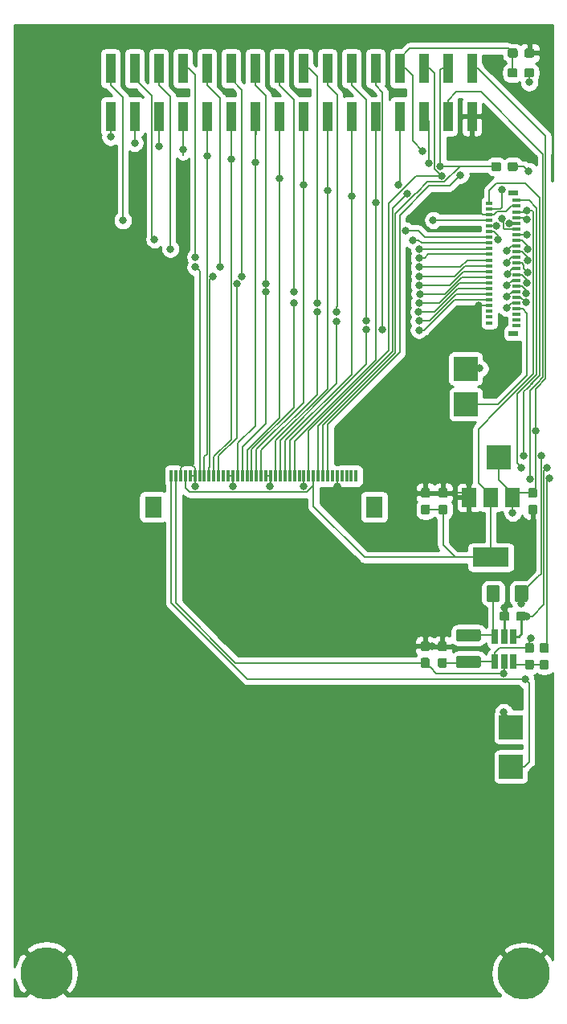
<source format=gbr>
G04 #@! TF.GenerationSoftware,KiCad,Pcbnew,(5.1.4)-1*
G04 #@! TF.CreationDate,2019-12-24T12:05:12+08:00*
G04 #@! TF.ProjectId,FH26W-45S-0.3SHW,46483236-572d-4343-9553-2d302e335348,rev?*
G04 #@! TF.SameCoordinates,Original*
G04 #@! TF.FileFunction,Copper,L2,Bot*
G04 #@! TF.FilePolarity,Positive*
%FSLAX46Y46*%
G04 Gerber Fmt 4.6, Leading zero omitted, Abs format (unit mm)*
G04 Created by KiCad (PCBNEW (5.1.4)-1) date 2019-12-24 12:05:12*
%MOMM*%
%LPD*%
G04 APERTURE LIST*
%ADD10C,0.100000*%
%ADD11C,0.950000*%
%ADD12R,1.000000X3.150000*%
%ADD13R,0.300000X1.300000*%
%ADD14R,1.800000X2.200000*%
%ADD15R,1.000000X0.550000*%
%ADD16R,0.700000X0.330000*%
%ADD17R,0.850000X0.330000*%
%ADD18C,1.425000*%
%ADD19R,2.500000X2.500000*%
%ADD20R,0.650000X1.560000*%
%ADD21R,3.800000X2.000000*%
%ADD22R,1.500000X2.000000*%
%ADD23C,5.500000*%
%ADD24C,1.250000*%
%ADD25C,0.800000*%
%ADD26C,0.150000*%
%ADD27C,0.200000*%
%ADD28C,0.130000*%
%ADD29C,0.180000*%
%ADD30C,0.250000*%
%ADD31C,0.254000*%
G04 APERTURE END LIST*
D10*
G36*
X150200779Y-30606144D02*
G01*
X150223834Y-30609563D01*
X150246443Y-30615227D01*
X150268387Y-30623079D01*
X150289457Y-30633044D01*
X150309448Y-30645026D01*
X150328168Y-30658910D01*
X150345438Y-30674562D01*
X150361090Y-30691832D01*
X150374974Y-30710552D01*
X150386956Y-30730543D01*
X150396921Y-30751613D01*
X150404773Y-30773557D01*
X150410437Y-30796166D01*
X150413856Y-30819221D01*
X150415000Y-30842500D01*
X150415000Y-31317500D01*
X150413856Y-31340779D01*
X150410437Y-31363834D01*
X150404773Y-31386443D01*
X150396921Y-31408387D01*
X150386956Y-31429457D01*
X150374974Y-31449448D01*
X150361090Y-31468168D01*
X150345438Y-31485438D01*
X150328168Y-31501090D01*
X150309448Y-31514974D01*
X150289457Y-31526956D01*
X150268387Y-31536921D01*
X150246443Y-31544773D01*
X150223834Y-31550437D01*
X150200779Y-31553856D01*
X150177500Y-31555000D01*
X149602500Y-31555000D01*
X149579221Y-31553856D01*
X149556166Y-31550437D01*
X149533557Y-31544773D01*
X149511613Y-31536921D01*
X149490543Y-31526956D01*
X149470552Y-31514974D01*
X149451832Y-31501090D01*
X149434562Y-31485438D01*
X149418910Y-31468168D01*
X149405026Y-31449448D01*
X149393044Y-31429457D01*
X149383079Y-31408387D01*
X149375227Y-31386443D01*
X149369563Y-31363834D01*
X149366144Y-31340779D01*
X149365000Y-31317500D01*
X149365000Y-30842500D01*
X149366144Y-30819221D01*
X149369563Y-30796166D01*
X149375227Y-30773557D01*
X149383079Y-30751613D01*
X149393044Y-30730543D01*
X149405026Y-30710552D01*
X149418910Y-30691832D01*
X149434562Y-30674562D01*
X149451832Y-30658910D01*
X149470552Y-30645026D01*
X149490543Y-30633044D01*
X149511613Y-30623079D01*
X149533557Y-30615227D01*
X149556166Y-30609563D01*
X149579221Y-30606144D01*
X149602500Y-30605000D01*
X150177500Y-30605000D01*
X150200779Y-30606144D01*
X150200779Y-30606144D01*
G37*
D11*
X149890000Y-31080000D03*
D10*
G36*
X148450779Y-30606144D02*
G01*
X148473834Y-30609563D01*
X148496443Y-30615227D01*
X148518387Y-30623079D01*
X148539457Y-30633044D01*
X148559448Y-30645026D01*
X148578168Y-30658910D01*
X148595438Y-30674562D01*
X148611090Y-30691832D01*
X148624974Y-30710552D01*
X148636956Y-30730543D01*
X148646921Y-30751613D01*
X148654773Y-30773557D01*
X148660437Y-30796166D01*
X148663856Y-30819221D01*
X148665000Y-30842500D01*
X148665000Y-31317500D01*
X148663856Y-31340779D01*
X148660437Y-31363834D01*
X148654773Y-31386443D01*
X148646921Y-31408387D01*
X148636956Y-31429457D01*
X148624974Y-31449448D01*
X148611090Y-31468168D01*
X148595438Y-31485438D01*
X148578168Y-31501090D01*
X148559448Y-31514974D01*
X148539457Y-31526956D01*
X148518387Y-31536921D01*
X148496443Y-31544773D01*
X148473834Y-31550437D01*
X148450779Y-31553856D01*
X148427500Y-31555000D01*
X147852500Y-31555000D01*
X147829221Y-31553856D01*
X147806166Y-31550437D01*
X147783557Y-31544773D01*
X147761613Y-31536921D01*
X147740543Y-31526956D01*
X147720552Y-31514974D01*
X147701832Y-31501090D01*
X147684562Y-31485438D01*
X147668910Y-31468168D01*
X147655026Y-31449448D01*
X147643044Y-31429457D01*
X147633079Y-31408387D01*
X147625227Y-31386443D01*
X147619563Y-31363834D01*
X147616144Y-31340779D01*
X147615000Y-31317500D01*
X147615000Y-30842500D01*
X147616144Y-30819221D01*
X147619563Y-30796166D01*
X147625227Y-30773557D01*
X147633079Y-30751613D01*
X147643044Y-30730543D01*
X147655026Y-30710552D01*
X147668910Y-30691832D01*
X147684562Y-30674562D01*
X147701832Y-30658910D01*
X147720552Y-30645026D01*
X147740543Y-30633044D01*
X147761613Y-30623079D01*
X147783557Y-30615227D01*
X147806166Y-30609563D01*
X147829221Y-30606144D01*
X147852500Y-30605000D01*
X148427500Y-30605000D01*
X148450779Y-30606144D01*
X148450779Y-30606144D01*
G37*
D11*
X148140000Y-31080000D03*
D10*
G36*
X150220779Y-28516144D02*
G01*
X150243834Y-28519563D01*
X150266443Y-28525227D01*
X150288387Y-28533079D01*
X150309457Y-28543044D01*
X150329448Y-28555026D01*
X150348168Y-28568910D01*
X150365438Y-28584562D01*
X150381090Y-28601832D01*
X150394974Y-28620552D01*
X150406956Y-28640543D01*
X150416921Y-28661613D01*
X150424773Y-28683557D01*
X150430437Y-28706166D01*
X150433856Y-28729221D01*
X150435000Y-28752500D01*
X150435000Y-29227500D01*
X150433856Y-29250779D01*
X150430437Y-29273834D01*
X150424773Y-29296443D01*
X150416921Y-29318387D01*
X150406956Y-29339457D01*
X150394974Y-29359448D01*
X150381090Y-29378168D01*
X150365438Y-29395438D01*
X150348168Y-29411090D01*
X150329448Y-29424974D01*
X150309457Y-29436956D01*
X150288387Y-29446921D01*
X150266443Y-29454773D01*
X150243834Y-29460437D01*
X150220779Y-29463856D01*
X150197500Y-29465000D01*
X149622500Y-29465000D01*
X149599221Y-29463856D01*
X149576166Y-29460437D01*
X149553557Y-29454773D01*
X149531613Y-29446921D01*
X149510543Y-29436956D01*
X149490552Y-29424974D01*
X149471832Y-29411090D01*
X149454562Y-29395438D01*
X149438910Y-29378168D01*
X149425026Y-29359448D01*
X149413044Y-29339457D01*
X149403079Y-29318387D01*
X149395227Y-29296443D01*
X149389563Y-29273834D01*
X149386144Y-29250779D01*
X149385000Y-29227500D01*
X149385000Y-28752500D01*
X149386144Y-28729221D01*
X149389563Y-28706166D01*
X149395227Y-28683557D01*
X149403079Y-28661613D01*
X149413044Y-28640543D01*
X149425026Y-28620552D01*
X149438910Y-28601832D01*
X149454562Y-28584562D01*
X149471832Y-28568910D01*
X149490552Y-28555026D01*
X149510543Y-28543044D01*
X149531613Y-28533079D01*
X149553557Y-28525227D01*
X149576166Y-28519563D01*
X149599221Y-28516144D01*
X149622500Y-28515000D01*
X150197500Y-28515000D01*
X150220779Y-28516144D01*
X150220779Y-28516144D01*
G37*
D11*
X149910000Y-28990000D03*
D10*
G36*
X148470779Y-28516144D02*
G01*
X148493834Y-28519563D01*
X148516443Y-28525227D01*
X148538387Y-28533079D01*
X148559457Y-28543044D01*
X148579448Y-28555026D01*
X148598168Y-28568910D01*
X148615438Y-28584562D01*
X148631090Y-28601832D01*
X148644974Y-28620552D01*
X148656956Y-28640543D01*
X148666921Y-28661613D01*
X148674773Y-28683557D01*
X148680437Y-28706166D01*
X148683856Y-28729221D01*
X148685000Y-28752500D01*
X148685000Y-29227500D01*
X148683856Y-29250779D01*
X148680437Y-29273834D01*
X148674773Y-29296443D01*
X148666921Y-29318387D01*
X148656956Y-29339457D01*
X148644974Y-29359448D01*
X148631090Y-29378168D01*
X148615438Y-29395438D01*
X148598168Y-29411090D01*
X148579448Y-29424974D01*
X148559457Y-29436956D01*
X148538387Y-29446921D01*
X148516443Y-29454773D01*
X148493834Y-29460437D01*
X148470779Y-29463856D01*
X148447500Y-29465000D01*
X147872500Y-29465000D01*
X147849221Y-29463856D01*
X147826166Y-29460437D01*
X147803557Y-29454773D01*
X147781613Y-29446921D01*
X147760543Y-29436956D01*
X147740552Y-29424974D01*
X147721832Y-29411090D01*
X147704562Y-29395438D01*
X147688910Y-29378168D01*
X147675026Y-29359448D01*
X147663044Y-29339457D01*
X147653079Y-29318387D01*
X147645227Y-29296443D01*
X147639563Y-29273834D01*
X147636144Y-29250779D01*
X147635000Y-29227500D01*
X147635000Y-28752500D01*
X147636144Y-28729221D01*
X147639563Y-28706166D01*
X147645227Y-28683557D01*
X147653079Y-28661613D01*
X147663044Y-28640543D01*
X147675026Y-28620552D01*
X147688910Y-28601832D01*
X147704562Y-28584562D01*
X147721832Y-28568910D01*
X147740552Y-28555026D01*
X147760543Y-28543044D01*
X147781613Y-28533079D01*
X147803557Y-28525227D01*
X147826166Y-28519563D01*
X147849221Y-28516144D01*
X147872500Y-28515000D01*
X148447500Y-28515000D01*
X148470779Y-28516144D01*
X148470779Y-28516144D01*
G37*
D11*
X148160000Y-28990000D03*
D12*
X143860000Y-35675000D03*
X143860000Y-30625000D03*
X141320000Y-35675000D03*
X141320000Y-30625000D03*
X138780000Y-35675000D03*
X138780000Y-30625000D03*
X136240000Y-35675000D03*
X136240000Y-30625000D03*
X133700000Y-35675000D03*
X133700000Y-30625000D03*
X131160000Y-35675000D03*
X131160000Y-30625000D03*
X128620000Y-35675000D03*
X128620000Y-30625000D03*
X126080000Y-35675000D03*
X126080000Y-30625000D03*
X123540000Y-35675000D03*
X123540000Y-30625000D03*
X121000000Y-35675000D03*
X121000000Y-30625000D03*
X118460000Y-35675000D03*
X118460000Y-30625000D03*
X115920000Y-35675000D03*
X115920000Y-30625000D03*
X113380000Y-35675000D03*
X113380000Y-30625000D03*
X110840000Y-35675000D03*
X110840000Y-30625000D03*
X108300000Y-35675000D03*
X108300000Y-30625000D03*
X105760000Y-35675000D03*
X105760000Y-30625000D03*
D13*
X112150000Y-73544000D03*
X112650000Y-73544000D03*
X113150000Y-73544000D03*
X113650000Y-73544000D03*
X114150000Y-73544000D03*
X114650000Y-73544000D03*
X115150000Y-73544000D03*
X115650000Y-73544000D03*
X116150000Y-73544000D03*
X116650000Y-73544000D03*
X117150000Y-73544000D03*
X117650000Y-73544000D03*
X118150000Y-73544000D03*
X118650000Y-73544000D03*
X119150000Y-73544000D03*
X119650000Y-73544000D03*
X120150000Y-73544000D03*
X120650000Y-73544000D03*
X121150000Y-73544000D03*
X121650000Y-73544000D03*
X122150000Y-73544000D03*
X122650000Y-73544000D03*
X123150000Y-73544000D03*
X123650000Y-73544000D03*
X124150000Y-73544000D03*
X124650000Y-73544000D03*
X125150000Y-73544000D03*
X125650000Y-73544000D03*
X126150000Y-73544000D03*
X126650000Y-73544000D03*
X127150000Y-73544000D03*
X127650000Y-73544000D03*
X128150000Y-73544000D03*
X128650000Y-73544000D03*
X129150000Y-73544000D03*
X129650000Y-73544000D03*
X130150000Y-73544000D03*
X130650000Y-73544000D03*
X131150000Y-73544000D03*
X131650000Y-73544000D03*
D14*
X133550000Y-76794000D03*
X110250000Y-76794000D03*
D15*
X148250000Y-43740000D03*
X148250000Y-58500000D03*
D16*
X145700000Y-44800000D03*
X145700000Y-45400000D03*
X145700000Y-46000000D03*
X145700000Y-46600000D03*
X145700000Y-47200000D03*
X145700000Y-47800000D03*
X145700000Y-48400000D03*
X145700000Y-49000000D03*
X145700000Y-49600000D03*
X145700000Y-50200000D03*
X145700000Y-50800000D03*
X145700000Y-51400000D03*
X145700000Y-52000000D03*
X145700000Y-52600000D03*
X145700000Y-53200000D03*
X145700000Y-53800000D03*
X145700000Y-54400000D03*
X145700000Y-55000000D03*
X145700000Y-55600000D03*
X145700000Y-56200000D03*
X145700000Y-56800000D03*
X145700000Y-57400000D03*
D17*
X148585000Y-44520000D03*
X148585000Y-45120000D03*
X148585000Y-45720000D03*
X148585000Y-46320000D03*
X148585000Y-46920000D03*
X148585000Y-47520000D03*
X148585000Y-48120000D03*
X148585000Y-48720000D03*
X148585000Y-49320000D03*
X148585000Y-49920000D03*
X148585000Y-50520000D03*
X148585000Y-51120000D03*
X148585000Y-51720000D03*
X148585000Y-52320000D03*
X148585000Y-52920000D03*
X148585000Y-53520000D03*
X148585000Y-54120000D03*
X148585000Y-54720000D03*
X148585000Y-55320000D03*
X148585000Y-55920000D03*
X148585000Y-56520000D03*
X148585000Y-57120000D03*
X148585000Y-57720000D03*
D10*
G36*
X141010779Y-92706144D02*
G01*
X141033834Y-92709563D01*
X141056443Y-92715227D01*
X141078387Y-92723079D01*
X141099457Y-92733044D01*
X141119448Y-92745026D01*
X141138168Y-92758910D01*
X141155438Y-92774562D01*
X141171090Y-92791832D01*
X141184974Y-92810552D01*
X141196956Y-92830543D01*
X141206921Y-92851613D01*
X141214773Y-92873557D01*
X141220437Y-92896166D01*
X141223856Y-92919221D01*
X141225000Y-92942500D01*
X141225000Y-93517500D01*
X141223856Y-93540779D01*
X141220437Y-93563834D01*
X141214773Y-93586443D01*
X141206921Y-93608387D01*
X141196956Y-93629457D01*
X141184974Y-93649448D01*
X141171090Y-93668168D01*
X141155438Y-93685438D01*
X141138168Y-93701090D01*
X141119448Y-93714974D01*
X141099457Y-93726956D01*
X141078387Y-93736921D01*
X141056443Y-93744773D01*
X141033834Y-93750437D01*
X141010779Y-93753856D01*
X140987500Y-93755000D01*
X140512500Y-93755000D01*
X140489221Y-93753856D01*
X140466166Y-93750437D01*
X140443557Y-93744773D01*
X140421613Y-93736921D01*
X140400543Y-93726956D01*
X140380552Y-93714974D01*
X140361832Y-93701090D01*
X140344562Y-93685438D01*
X140328910Y-93668168D01*
X140315026Y-93649448D01*
X140303044Y-93629457D01*
X140293079Y-93608387D01*
X140285227Y-93586443D01*
X140279563Y-93563834D01*
X140276144Y-93540779D01*
X140275000Y-93517500D01*
X140275000Y-92942500D01*
X140276144Y-92919221D01*
X140279563Y-92896166D01*
X140285227Y-92873557D01*
X140293079Y-92851613D01*
X140303044Y-92830543D01*
X140315026Y-92810552D01*
X140328910Y-92791832D01*
X140344562Y-92774562D01*
X140361832Y-92758910D01*
X140380552Y-92745026D01*
X140400543Y-92733044D01*
X140421613Y-92723079D01*
X140443557Y-92715227D01*
X140466166Y-92709563D01*
X140489221Y-92706144D01*
X140512500Y-92705000D01*
X140987500Y-92705000D01*
X141010779Y-92706144D01*
X141010779Y-92706144D01*
G37*
D11*
X140750000Y-93230000D03*
D10*
G36*
X141010779Y-90956144D02*
G01*
X141033834Y-90959563D01*
X141056443Y-90965227D01*
X141078387Y-90973079D01*
X141099457Y-90983044D01*
X141119448Y-90995026D01*
X141138168Y-91008910D01*
X141155438Y-91024562D01*
X141171090Y-91041832D01*
X141184974Y-91060552D01*
X141196956Y-91080543D01*
X141206921Y-91101613D01*
X141214773Y-91123557D01*
X141220437Y-91146166D01*
X141223856Y-91169221D01*
X141225000Y-91192500D01*
X141225000Y-91767500D01*
X141223856Y-91790779D01*
X141220437Y-91813834D01*
X141214773Y-91836443D01*
X141206921Y-91858387D01*
X141196956Y-91879457D01*
X141184974Y-91899448D01*
X141171090Y-91918168D01*
X141155438Y-91935438D01*
X141138168Y-91951090D01*
X141119448Y-91964974D01*
X141099457Y-91976956D01*
X141078387Y-91986921D01*
X141056443Y-91994773D01*
X141033834Y-92000437D01*
X141010779Y-92003856D01*
X140987500Y-92005000D01*
X140512500Y-92005000D01*
X140489221Y-92003856D01*
X140466166Y-92000437D01*
X140443557Y-91994773D01*
X140421613Y-91986921D01*
X140400543Y-91976956D01*
X140380552Y-91964974D01*
X140361832Y-91951090D01*
X140344562Y-91935438D01*
X140328910Y-91918168D01*
X140315026Y-91899448D01*
X140303044Y-91879457D01*
X140293079Y-91858387D01*
X140285227Y-91836443D01*
X140279563Y-91813834D01*
X140276144Y-91790779D01*
X140275000Y-91767500D01*
X140275000Y-91192500D01*
X140276144Y-91169221D01*
X140279563Y-91146166D01*
X140285227Y-91123557D01*
X140293079Y-91101613D01*
X140303044Y-91080543D01*
X140315026Y-91060552D01*
X140328910Y-91041832D01*
X140344562Y-91024562D01*
X140361832Y-91008910D01*
X140380552Y-90995026D01*
X140400543Y-90983044D01*
X140421613Y-90973079D01*
X140443557Y-90965227D01*
X140466166Y-90959563D01*
X140489221Y-90956144D01*
X140512500Y-90955000D01*
X140987500Y-90955000D01*
X141010779Y-90956144D01*
X141010779Y-90956144D01*
G37*
D11*
X140750000Y-91480000D03*
D10*
G36*
X150530779Y-74806144D02*
G01*
X150553834Y-74809563D01*
X150576443Y-74815227D01*
X150598387Y-74823079D01*
X150619457Y-74833044D01*
X150639448Y-74845026D01*
X150658168Y-74858910D01*
X150675438Y-74874562D01*
X150691090Y-74891832D01*
X150704974Y-74910552D01*
X150716956Y-74930543D01*
X150726921Y-74951613D01*
X150734773Y-74973557D01*
X150740437Y-74996166D01*
X150743856Y-75019221D01*
X150745000Y-75042500D01*
X150745000Y-75617500D01*
X150743856Y-75640779D01*
X150740437Y-75663834D01*
X150734773Y-75686443D01*
X150726921Y-75708387D01*
X150716956Y-75729457D01*
X150704974Y-75749448D01*
X150691090Y-75768168D01*
X150675438Y-75785438D01*
X150658168Y-75801090D01*
X150639448Y-75814974D01*
X150619457Y-75826956D01*
X150598387Y-75836921D01*
X150576443Y-75844773D01*
X150553834Y-75850437D01*
X150530779Y-75853856D01*
X150507500Y-75855000D01*
X150032500Y-75855000D01*
X150009221Y-75853856D01*
X149986166Y-75850437D01*
X149963557Y-75844773D01*
X149941613Y-75836921D01*
X149920543Y-75826956D01*
X149900552Y-75814974D01*
X149881832Y-75801090D01*
X149864562Y-75785438D01*
X149848910Y-75768168D01*
X149835026Y-75749448D01*
X149823044Y-75729457D01*
X149813079Y-75708387D01*
X149805227Y-75686443D01*
X149799563Y-75663834D01*
X149796144Y-75640779D01*
X149795000Y-75617500D01*
X149795000Y-75042500D01*
X149796144Y-75019221D01*
X149799563Y-74996166D01*
X149805227Y-74973557D01*
X149813079Y-74951613D01*
X149823044Y-74930543D01*
X149835026Y-74910552D01*
X149848910Y-74891832D01*
X149864562Y-74874562D01*
X149881832Y-74858910D01*
X149900552Y-74845026D01*
X149920543Y-74833044D01*
X149941613Y-74823079D01*
X149963557Y-74815227D01*
X149986166Y-74809563D01*
X150009221Y-74806144D01*
X150032500Y-74805000D01*
X150507500Y-74805000D01*
X150530779Y-74806144D01*
X150530779Y-74806144D01*
G37*
D11*
X150270000Y-75330000D03*
D10*
G36*
X150530779Y-76556144D02*
G01*
X150553834Y-76559563D01*
X150576443Y-76565227D01*
X150598387Y-76573079D01*
X150619457Y-76583044D01*
X150639448Y-76595026D01*
X150658168Y-76608910D01*
X150675438Y-76624562D01*
X150691090Y-76641832D01*
X150704974Y-76660552D01*
X150716956Y-76680543D01*
X150726921Y-76701613D01*
X150734773Y-76723557D01*
X150740437Y-76746166D01*
X150743856Y-76769221D01*
X150745000Y-76792500D01*
X150745000Y-77367500D01*
X150743856Y-77390779D01*
X150740437Y-77413834D01*
X150734773Y-77436443D01*
X150726921Y-77458387D01*
X150716956Y-77479457D01*
X150704974Y-77499448D01*
X150691090Y-77518168D01*
X150675438Y-77535438D01*
X150658168Y-77551090D01*
X150639448Y-77564974D01*
X150619457Y-77576956D01*
X150598387Y-77586921D01*
X150576443Y-77594773D01*
X150553834Y-77600437D01*
X150530779Y-77603856D01*
X150507500Y-77605000D01*
X150032500Y-77605000D01*
X150009221Y-77603856D01*
X149986166Y-77600437D01*
X149963557Y-77594773D01*
X149941613Y-77586921D01*
X149920543Y-77576956D01*
X149900552Y-77564974D01*
X149881832Y-77551090D01*
X149864562Y-77535438D01*
X149848910Y-77518168D01*
X149835026Y-77499448D01*
X149823044Y-77479457D01*
X149813079Y-77458387D01*
X149805227Y-77436443D01*
X149799563Y-77413834D01*
X149796144Y-77390779D01*
X149795000Y-77367500D01*
X149795000Y-76792500D01*
X149796144Y-76769221D01*
X149799563Y-76746166D01*
X149805227Y-76723557D01*
X149813079Y-76701613D01*
X149823044Y-76680543D01*
X149835026Y-76660552D01*
X149848910Y-76641832D01*
X149864562Y-76624562D01*
X149881832Y-76608910D01*
X149900552Y-76595026D01*
X149920543Y-76583044D01*
X149941613Y-76573079D01*
X149963557Y-76565227D01*
X149986166Y-76559563D01*
X150009221Y-76556144D01*
X150032500Y-76555000D01*
X150507500Y-76555000D01*
X150530779Y-76556144D01*
X150530779Y-76556144D01*
G37*
D11*
X150270000Y-77080000D03*
D10*
G36*
X139190779Y-92696144D02*
G01*
X139213834Y-92699563D01*
X139236443Y-92705227D01*
X139258387Y-92713079D01*
X139279457Y-92723044D01*
X139299448Y-92735026D01*
X139318168Y-92748910D01*
X139335438Y-92764562D01*
X139351090Y-92781832D01*
X139364974Y-92800552D01*
X139376956Y-92820543D01*
X139386921Y-92841613D01*
X139394773Y-92863557D01*
X139400437Y-92886166D01*
X139403856Y-92909221D01*
X139405000Y-92932500D01*
X139405000Y-93507500D01*
X139403856Y-93530779D01*
X139400437Y-93553834D01*
X139394773Y-93576443D01*
X139386921Y-93598387D01*
X139376956Y-93619457D01*
X139364974Y-93639448D01*
X139351090Y-93658168D01*
X139335438Y-93675438D01*
X139318168Y-93691090D01*
X139299448Y-93704974D01*
X139279457Y-93716956D01*
X139258387Y-93726921D01*
X139236443Y-93734773D01*
X139213834Y-93740437D01*
X139190779Y-93743856D01*
X139167500Y-93745000D01*
X138692500Y-93745000D01*
X138669221Y-93743856D01*
X138646166Y-93740437D01*
X138623557Y-93734773D01*
X138601613Y-93726921D01*
X138580543Y-93716956D01*
X138560552Y-93704974D01*
X138541832Y-93691090D01*
X138524562Y-93675438D01*
X138508910Y-93658168D01*
X138495026Y-93639448D01*
X138483044Y-93619457D01*
X138473079Y-93598387D01*
X138465227Y-93576443D01*
X138459563Y-93553834D01*
X138456144Y-93530779D01*
X138455000Y-93507500D01*
X138455000Y-92932500D01*
X138456144Y-92909221D01*
X138459563Y-92886166D01*
X138465227Y-92863557D01*
X138473079Y-92841613D01*
X138483044Y-92820543D01*
X138495026Y-92800552D01*
X138508910Y-92781832D01*
X138524562Y-92764562D01*
X138541832Y-92748910D01*
X138560552Y-92735026D01*
X138580543Y-92723044D01*
X138601613Y-92713079D01*
X138623557Y-92705227D01*
X138646166Y-92699563D01*
X138669221Y-92696144D01*
X138692500Y-92695000D01*
X139167500Y-92695000D01*
X139190779Y-92696144D01*
X139190779Y-92696144D01*
G37*
D11*
X138930000Y-93220000D03*
D10*
G36*
X139190779Y-90946144D02*
G01*
X139213834Y-90949563D01*
X139236443Y-90955227D01*
X139258387Y-90963079D01*
X139279457Y-90973044D01*
X139299448Y-90985026D01*
X139318168Y-90998910D01*
X139335438Y-91014562D01*
X139351090Y-91031832D01*
X139364974Y-91050552D01*
X139376956Y-91070543D01*
X139386921Y-91091613D01*
X139394773Y-91113557D01*
X139400437Y-91136166D01*
X139403856Y-91159221D01*
X139405000Y-91182500D01*
X139405000Y-91757500D01*
X139403856Y-91780779D01*
X139400437Y-91803834D01*
X139394773Y-91826443D01*
X139386921Y-91848387D01*
X139376956Y-91869457D01*
X139364974Y-91889448D01*
X139351090Y-91908168D01*
X139335438Y-91925438D01*
X139318168Y-91941090D01*
X139299448Y-91954974D01*
X139279457Y-91966956D01*
X139258387Y-91976921D01*
X139236443Y-91984773D01*
X139213834Y-91990437D01*
X139190779Y-91993856D01*
X139167500Y-91995000D01*
X138692500Y-91995000D01*
X138669221Y-91993856D01*
X138646166Y-91990437D01*
X138623557Y-91984773D01*
X138601613Y-91976921D01*
X138580543Y-91966956D01*
X138560552Y-91954974D01*
X138541832Y-91941090D01*
X138524562Y-91925438D01*
X138508910Y-91908168D01*
X138495026Y-91889448D01*
X138483044Y-91869457D01*
X138473079Y-91848387D01*
X138465227Y-91826443D01*
X138459563Y-91803834D01*
X138456144Y-91780779D01*
X138455000Y-91757500D01*
X138455000Y-91182500D01*
X138456144Y-91159221D01*
X138459563Y-91136166D01*
X138465227Y-91113557D01*
X138473079Y-91091613D01*
X138483044Y-91070543D01*
X138495026Y-91050552D01*
X138508910Y-91031832D01*
X138524562Y-91014562D01*
X138541832Y-90998910D01*
X138560552Y-90985026D01*
X138580543Y-90973044D01*
X138601613Y-90963079D01*
X138623557Y-90955227D01*
X138646166Y-90949563D01*
X138669221Y-90946144D01*
X138692500Y-90945000D01*
X139167500Y-90945000D01*
X139190779Y-90946144D01*
X139190779Y-90946144D01*
G37*
D11*
X138930000Y-91470000D03*
D10*
G36*
X141080779Y-76546144D02*
G01*
X141103834Y-76549563D01*
X141126443Y-76555227D01*
X141148387Y-76563079D01*
X141169457Y-76573044D01*
X141189448Y-76585026D01*
X141208168Y-76598910D01*
X141225438Y-76614562D01*
X141241090Y-76631832D01*
X141254974Y-76650552D01*
X141266956Y-76670543D01*
X141276921Y-76691613D01*
X141284773Y-76713557D01*
X141290437Y-76736166D01*
X141293856Y-76759221D01*
X141295000Y-76782500D01*
X141295000Y-77357500D01*
X141293856Y-77380779D01*
X141290437Y-77403834D01*
X141284773Y-77426443D01*
X141276921Y-77448387D01*
X141266956Y-77469457D01*
X141254974Y-77489448D01*
X141241090Y-77508168D01*
X141225438Y-77525438D01*
X141208168Y-77541090D01*
X141189448Y-77554974D01*
X141169457Y-77566956D01*
X141148387Y-77576921D01*
X141126443Y-77584773D01*
X141103834Y-77590437D01*
X141080779Y-77593856D01*
X141057500Y-77595000D01*
X140582500Y-77595000D01*
X140559221Y-77593856D01*
X140536166Y-77590437D01*
X140513557Y-77584773D01*
X140491613Y-77576921D01*
X140470543Y-77566956D01*
X140450552Y-77554974D01*
X140431832Y-77541090D01*
X140414562Y-77525438D01*
X140398910Y-77508168D01*
X140385026Y-77489448D01*
X140373044Y-77469457D01*
X140363079Y-77448387D01*
X140355227Y-77426443D01*
X140349563Y-77403834D01*
X140346144Y-77380779D01*
X140345000Y-77357500D01*
X140345000Y-76782500D01*
X140346144Y-76759221D01*
X140349563Y-76736166D01*
X140355227Y-76713557D01*
X140363079Y-76691613D01*
X140373044Y-76670543D01*
X140385026Y-76650552D01*
X140398910Y-76631832D01*
X140414562Y-76614562D01*
X140431832Y-76598910D01*
X140450552Y-76585026D01*
X140470543Y-76573044D01*
X140491613Y-76563079D01*
X140513557Y-76555227D01*
X140536166Y-76549563D01*
X140559221Y-76546144D01*
X140582500Y-76545000D01*
X141057500Y-76545000D01*
X141080779Y-76546144D01*
X141080779Y-76546144D01*
G37*
D11*
X140820000Y-77070000D03*
D10*
G36*
X141080779Y-74796144D02*
G01*
X141103834Y-74799563D01*
X141126443Y-74805227D01*
X141148387Y-74813079D01*
X141169457Y-74823044D01*
X141189448Y-74835026D01*
X141208168Y-74848910D01*
X141225438Y-74864562D01*
X141241090Y-74881832D01*
X141254974Y-74900552D01*
X141266956Y-74920543D01*
X141276921Y-74941613D01*
X141284773Y-74963557D01*
X141290437Y-74986166D01*
X141293856Y-75009221D01*
X141295000Y-75032500D01*
X141295000Y-75607500D01*
X141293856Y-75630779D01*
X141290437Y-75653834D01*
X141284773Y-75676443D01*
X141276921Y-75698387D01*
X141266956Y-75719457D01*
X141254974Y-75739448D01*
X141241090Y-75758168D01*
X141225438Y-75775438D01*
X141208168Y-75791090D01*
X141189448Y-75804974D01*
X141169457Y-75816956D01*
X141148387Y-75826921D01*
X141126443Y-75834773D01*
X141103834Y-75840437D01*
X141080779Y-75843856D01*
X141057500Y-75845000D01*
X140582500Y-75845000D01*
X140559221Y-75843856D01*
X140536166Y-75840437D01*
X140513557Y-75834773D01*
X140491613Y-75826921D01*
X140470543Y-75816956D01*
X140450552Y-75804974D01*
X140431832Y-75791090D01*
X140414562Y-75775438D01*
X140398910Y-75758168D01*
X140385026Y-75739448D01*
X140373044Y-75719457D01*
X140363079Y-75698387D01*
X140355227Y-75676443D01*
X140349563Y-75653834D01*
X140346144Y-75630779D01*
X140345000Y-75607500D01*
X140345000Y-75032500D01*
X140346144Y-75009221D01*
X140349563Y-74986166D01*
X140355227Y-74963557D01*
X140363079Y-74941613D01*
X140373044Y-74920543D01*
X140385026Y-74900552D01*
X140398910Y-74881832D01*
X140414562Y-74864562D01*
X140431832Y-74848910D01*
X140450552Y-74835026D01*
X140470543Y-74823044D01*
X140491613Y-74813079D01*
X140513557Y-74805227D01*
X140536166Y-74799563D01*
X140559221Y-74796144D01*
X140582500Y-74795000D01*
X141057500Y-74795000D01*
X141080779Y-74796144D01*
X141080779Y-74796144D01*
G37*
D11*
X140820000Y-75320000D03*
D10*
G36*
X149552004Y-85046204D02*
G01*
X149576273Y-85049804D01*
X149600071Y-85055765D01*
X149623171Y-85064030D01*
X149645349Y-85074520D01*
X149666393Y-85087133D01*
X149686098Y-85101747D01*
X149704277Y-85118223D01*
X149720753Y-85136402D01*
X149735367Y-85156107D01*
X149747980Y-85177151D01*
X149758470Y-85199329D01*
X149766735Y-85222429D01*
X149772696Y-85246227D01*
X149776296Y-85270496D01*
X149777500Y-85295000D01*
X149777500Y-86545000D01*
X149776296Y-86569504D01*
X149772696Y-86593773D01*
X149766735Y-86617571D01*
X149758470Y-86640671D01*
X149747980Y-86662849D01*
X149735367Y-86683893D01*
X149720753Y-86703598D01*
X149704277Y-86721777D01*
X149686098Y-86738253D01*
X149666393Y-86752867D01*
X149645349Y-86765480D01*
X149623171Y-86775970D01*
X149600071Y-86784235D01*
X149576273Y-86790196D01*
X149552004Y-86793796D01*
X149527500Y-86795000D01*
X148602500Y-86795000D01*
X148577996Y-86793796D01*
X148553727Y-86790196D01*
X148529929Y-86784235D01*
X148506829Y-86775970D01*
X148484651Y-86765480D01*
X148463607Y-86752867D01*
X148443902Y-86738253D01*
X148425723Y-86721777D01*
X148409247Y-86703598D01*
X148394633Y-86683893D01*
X148382020Y-86662849D01*
X148371530Y-86640671D01*
X148363265Y-86617571D01*
X148357304Y-86593773D01*
X148353704Y-86569504D01*
X148352500Y-86545000D01*
X148352500Y-85295000D01*
X148353704Y-85270496D01*
X148357304Y-85246227D01*
X148363265Y-85222429D01*
X148371530Y-85199329D01*
X148382020Y-85177151D01*
X148394633Y-85156107D01*
X148409247Y-85136402D01*
X148425723Y-85118223D01*
X148443902Y-85101747D01*
X148463607Y-85087133D01*
X148484651Y-85074520D01*
X148506829Y-85064030D01*
X148529929Y-85055765D01*
X148553727Y-85049804D01*
X148577996Y-85046204D01*
X148602500Y-85045000D01*
X149527500Y-85045000D01*
X149552004Y-85046204D01*
X149552004Y-85046204D01*
G37*
D18*
X149065000Y-85920000D03*
D10*
G36*
X146577004Y-85046204D02*
G01*
X146601273Y-85049804D01*
X146625071Y-85055765D01*
X146648171Y-85064030D01*
X146670349Y-85074520D01*
X146691393Y-85087133D01*
X146711098Y-85101747D01*
X146729277Y-85118223D01*
X146745753Y-85136402D01*
X146760367Y-85156107D01*
X146772980Y-85177151D01*
X146783470Y-85199329D01*
X146791735Y-85222429D01*
X146797696Y-85246227D01*
X146801296Y-85270496D01*
X146802500Y-85295000D01*
X146802500Y-86545000D01*
X146801296Y-86569504D01*
X146797696Y-86593773D01*
X146791735Y-86617571D01*
X146783470Y-86640671D01*
X146772980Y-86662849D01*
X146760367Y-86683893D01*
X146745753Y-86703598D01*
X146729277Y-86721777D01*
X146711098Y-86738253D01*
X146691393Y-86752867D01*
X146670349Y-86765480D01*
X146648171Y-86775970D01*
X146625071Y-86784235D01*
X146601273Y-86790196D01*
X146577004Y-86793796D01*
X146552500Y-86795000D01*
X145627500Y-86795000D01*
X145602996Y-86793796D01*
X145578727Y-86790196D01*
X145554929Y-86784235D01*
X145531829Y-86775970D01*
X145509651Y-86765480D01*
X145488607Y-86752867D01*
X145468902Y-86738253D01*
X145450723Y-86721777D01*
X145434247Y-86703598D01*
X145419633Y-86683893D01*
X145407020Y-86662849D01*
X145396530Y-86640671D01*
X145388265Y-86617571D01*
X145382304Y-86593773D01*
X145378704Y-86569504D01*
X145377500Y-86545000D01*
X145377500Y-85295000D01*
X145378704Y-85270496D01*
X145382304Y-85246227D01*
X145388265Y-85222429D01*
X145396530Y-85199329D01*
X145407020Y-85177151D01*
X145419633Y-85156107D01*
X145434247Y-85136402D01*
X145450723Y-85118223D01*
X145468902Y-85101747D01*
X145488607Y-85087133D01*
X145509651Y-85074520D01*
X145531829Y-85064030D01*
X145554929Y-85055765D01*
X145578727Y-85049804D01*
X145602996Y-85046204D01*
X145627500Y-85045000D01*
X146552500Y-85045000D01*
X146577004Y-85046204D01*
X146577004Y-85046204D01*
G37*
D18*
X146090000Y-85920000D03*
D10*
G36*
X151740779Y-92886144D02*
G01*
X151763834Y-92889563D01*
X151786443Y-92895227D01*
X151808387Y-92903079D01*
X151829457Y-92913044D01*
X151849448Y-92925026D01*
X151868168Y-92938910D01*
X151885438Y-92954562D01*
X151901090Y-92971832D01*
X151914974Y-92990552D01*
X151926956Y-93010543D01*
X151936921Y-93031613D01*
X151944773Y-93053557D01*
X151950437Y-93076166D01*
X151953856Y-93099221D01*
X151955000Y-93122500D01*
X151955000Y-93697500D01*
X151953856Y-93720779D01*
X151950437Y-93743834D01*
X151944773Y-93766443D01*
X151936921Y-93788387D01*
X151926956Y-93809457D01*
X151914974Y-93829448D01*
X151901090Y-93848168D01*
X151885438Y-93865438D01*
X151868168Y-93881090D01*
X151849448Y-93894974D01*
X151829457Y-93906956D01*
X151808387Y-93916921D01*
X151786443Y-93924773D01*
X151763834Y-93930437D01*
X151740779Y-93933856D01*
X151717500Y-93935000D01*
X151242500Y-93935000D01*
X151219221Y-93933856D01*
X151196166Y-93930437D01*
X151173557Y-93924773D01*
X151151613Y-93916921D01*
X151130543Y-93906956D01*
X151110552Y-93894974D01*
X151091832Y-93881090D01*
X151074562Y-93865438D01*
X151058910Y-93848168D01*
X151045026Y-93829448D01*
X151033044Y-93809457D01*
X151023079Y-93788387D01*
X151015227Y-93766443D01*
X151009563Y-93743834D01*
X151006144Y-93720779D01*
X151005000Y-93697500D01*
X151005000Y-93122500D01*
X151006144Y-93099221D01*
X151009563Y-93076166D01*
X151015227Y-93053557D01*
X151023079Y-93031613D01*
X151033044Y-93010543D01*
X151045026Y-92990552D01*
X151058910Y-92971832D01*
X151074562Y-92954562D01*
X151091832Y-92938910D01*
X151110552Y-92925026D01*
X151130543Y-92913044D01*
X151151613Y-92903079D01*
X151173557Y-92895227D01*
X151196166Y-92889563D01*
X151219221Y-92886144D01*
X151242500Y-92885000D01*
X151717500Y-92885000D01*
X151740779Y-92886144D01*
X151740779Y-92886144D01*
G37*
D11*
X151480000Y-93410000D03*
D10*
G36*
X151740779Y-91136144D02*
G01*
X151763834Y-91139563D01*
X151786443Y-91145227D01*
X151808387Y-91153079D01*
X151829457Y-91163044D01*
X151849448Y-91175026D01*
X151868168Y-91188910D01*
X151885438Y-91204562D01*
X151901090Y-91221832D01*
X151914974Y-91240552D01*
X151926956Y-91260543D01*
X151936921Y-91281613D01*
X151944773Y-91303557D01*
X151950437Y-91326166D01*
X151953856Y-91349221D01*
X151955000Y-91372500D01*
X151955000Y-91947500D01*
X151953856Y-91970779D01*
X151950437Y-91993834D01*
X151944773Y-92016443D01*
X151936921Y-92038387D01*
X151926956Y-92059457D01*
X151914974Y-92079448D01*
X151901090Y-92098168D01*
X151885438Y-92115438D01*
X151868168Y-92131090D01*
X151849448Y-92144974D01*
X151829457Y-92156956D01*
X151808387Y-92166921D01*
X151786443Y-92174773D01*
X151763834Y-92180437D01*
X151740779Y-92183856D01*
X151717500Y-92185000D01*
X151242500Y-92185000D01*
X151219221Y-92183856D01*
X151196166Y-92180437D01*
X151173557Y-92174773D01*
X151151613Y-92166921D01*
X151130543Y-92156956D01*
X151110552Y-92144974D01*
X151091832Y-92131090D01*
X151074562Y-92115438D01*
X151058910Y-92098168D01*
X151045026Y-92079448D01*
X151033044Y-92059457D01*
X151023079Y-92038387D01*
X151015227Y-92016443D01*
X151009563Y-91993834D01*
X151006144Y-91970779D01*
X151005000Y-91947500D01*
X151005000Y-91372500D01*
X151006144Y-91349221D01*
X151009563Y-91326166D01*
X151015227Y-91303557D01*
X151023079Y-91281613D01*
X151033044Y-91260543D01*
X151045026Y-91240552D01*
X151058910Y-91221832D01*
X151074562Y-91204562D01*
X151091832Y-91188910D01*
X151110552Y-91175026D01*
X151130543Y-91163044D01*
X151151613Y-91153079D01*
X151173557Y-91145227D01*
X151196166Y-91139563D01*
X151219221Y-91136144D01*
X151242500Y-91135000D01*
X151717500Y-91135000D01*
X151740779Y-91136144D01*
X151740779Y-91136144D01*
G37*
D11*
X151480000Y-91660000D03*
D10*
G36*
X150180779Y-91126144D02*
G01*
X150203834Y-91129563D01*
X150226443Y-91135227D01*
X150248387Y-91143079D01*
X150269457Y-91153044D01*
X150289448Y-91165026D01*
X150308168Y-91178910D01*
X150325438Y-91194562D01*
X150341090Y-91211832D01*
X150354974Y-91230552D01*
X150366956Y-91250543D01*
X150376921Y-91271613D01*
X150384773Y-91293557D01*
X150390437Y-91316166D01*
X150393856Y-91339221D01*
X150395000Y-91362500D01*
X150395000Y-91937500D01*
X150393856Y-91960779D01*
X150390437Y-91983834D01*
X150384773Y-92006443D01*
X150376921Y-92028387D01*
X150366956Y-92049457D01*
X150354974Y-92069448D01*
X150341090Y-92088168D01*
X150325438Y-92105438D01*
X150308168Y-92121090D01*
X150289448Y-92134974D01*
X150269457Y-92146956D01*
X150248387Y-92156921D01*
X150226443Y-92164773D01*
X150203834Y-92170437D01*
X150180779Y-92173856D01*
X150157500Y-92175000D01*
X149682500Y-92175000D01*
X149659221Y-92173856D01*
X149636166Y-92170437D01*
X149613557Y-92164773D01*
X149591613Y-92156921D01*
X149570543Y-92146956D01*
X149550552Y-92134974D01*
X149531832Y-92121090D01*
X149514562Y-92105438D01*
X149498910Y-92088168D01*
X149485026Y-92069448D01*
X149473044Y-92049457D01*
X149463079Y-92028387D01*
X149455227Y-92006443D01*
X149449563Y-91983834D01*
X149446144Y-91960779D01*
X149445000Y-91937500D01*
X149445000Y-91362500D01*
X149446144Y-91339221D01*
X149449563Y-91316166D01*
X149455227Y-91293557D01*
X149463079Y-91271613D01*
X149473044Y-91250543D01*
X149485026Y-91230552D01*
X149498910Y-91211832D01*
X149514562Y-91194562D01*
X149531832Y-91178910D01*
X149550552Y-91165026D01*
X149570543Y-91153044D01*
X149591613Y-91143079D01*
X149613557Y-91135227D01*
X149636166Y-91129563D01*
X149659221Y-91126144D01*
X149682500Y-91125000D01*
X150157500Y-91125000D01*
X150180779Y-91126144D01*
X150180779Y-91126144D01*
G37*
D11*
X149920000Y-91650000D03*
D10*
G36*
X150180779Y-92876144D02*
G01*
X150203834Y-92879563D01*
X150226443Y-92885227D01*
X150248387Y-92893079D01*
X150269457Y-92903044D01*
X150289448Y-92915026D01*
X150308168Y-92928910D01*
X150325438Y-92944562D01*
X150341090Y-92961832D01*
X150354974Y-92980552D01*
X150366956Y-93000543D01*
X150376921Y-93021613D01*
X150384773Y-93043557D01*
X150390437Y-93066166D01*
X150393856Y-93089221D01*
X150395000Y-93112500D01*
X150395000Y-93687500D01*
X150393856Y-93710779D01*
X150390437Y-93733834D01*
X150384773Y-93756443D01*
X150376921Y-93778387D01*
X150366956Y-93799457D01*
X150354974Y-93819448D01*
X150341090Y-93838168D01*
X150325438Y-93855438D01*
X150308168Y-93871090D01*
X150289448Y-93884974D01*
X150269457Y-93896956D01*
X150248387Y-93906921D01*
X150226443Y-93914773D01*
X150203834Y-93920437D01*
X150180779Y-93923856D01*
X150157500Y-93925000D01*
X149682500Y-93925000D01*
X149659221Y-93923856D01*
X149636166Y-93920437D01*
X149613557Y-93914773D01*
X149591613Y-93906921D01*
X149570543Y-93896956D01*
X149550552Y-93884974D01*
X149531832Y-93871090D01*
X149514562Y-93855438D01*
X149498910Y-93838168D01*
X149485026Y-93819448D01*
X149473044Y-93799457D01*
X149463079Y-93778387D01*
X149455227Y-93756443D01*
X149449563Y-93733834D01*
X149446144Y-93710779D01*
X149445000Y-93687500D01*
X149445000Y-93112500D01*
X149446144Y-93089221D01*
X149449563Y-93066166D01*
X149455227Y-93043557D01*
X149463079Y-93021613D01*
X149473044Y-93000543D01*
X149485026Y-92980552D01*
X149498910Y-92961832D01*
X149514562Y-92944562D01*
X149531832Y-92928910D01*
X149550552Y-92915026D01*
X149570543Y-92903044D01*
X149591613Y-92893079D01*
X149613557Y-92885227D01*
X149636166Y-92879563D01*
X149659221Y-92876144D01*
X149682500Y-92875000D01*
X150157500Y-92875000D01*
X150180779Y-92876144D01*
X150180779Y-92876144D01*
G37*
D11*
X149920000Y-93400000D03*
D10*
G36*
X146720779Y-40476144D02*
G01*
X146743834Y-40479563D01*
X146766443Y-40485227D01*
X146788387Y-40493079D01*
X146809457Y-40503044D01*
X146829448Y-40515026D01*
X146848168Y-40528910D01*
X146865438Y-40544562D01*
X146881090Y-40561832D01*
X146894974Y-40580552D01*
X146906956Y-40600543D01*
X146916921Y-40621613D01*
X146924773Y-40643557D01*
X146930437Y-40666166D01*
X146933856Y-40689221D01*
X146935000Y-40712500D01*
X146935000Y-41187500D01*
X146933856Y-41210779D01*
X146930437Y-41233834D01*
X146924773Y-41256443D01*
X146916921Y-41278387D01*
X146906956Y-41299457D01*
X146894974Y-41319448D01*
X146881090Y-41338168D01*
X146865438Y-41355438D01*
X146848168Y-41371090D01*
X146829448Y-41384974D01*
X146809457Y-41396956D01*
X146788387Y-41406921D01*
X146766443Y-41414773D01*
X146743834Y-41420437D01*
X146720779Y-41423856D01*
X146697500Y-41425000D01*
X146122500Y-41425000D01*
X146099221Y-41423856D01*
X146076166Y-41420437D01*
X146053557Y-41414773D01*
X146031613Y-41406921D01*
X146010543Y-41396956D01*
X145990552Y-41384974D01*
X145971832Y-41371090D01*
X145954562Y-41355438D01*
X145938910Y-41338168D01*
X145925026Y-41319448D01*
X145913044Y-41299457D01*
X145903079Y-41278387D01*
X145895227Y-41256443D01*
X145889563Y-41233834D01*
X145886144Y-41210779D01*
X145885000Y-41187500D01*
X145885000Y-40712500D01*
X145886144Y-40689221D01*
X145889563Y-40666166D01*
X145895227Y-40643557D01*
X145903079Y-40621613D01*
X145913044Y-40600543D01*
X145925026Y-40580552D01*
X145938910Y-40561832D01*
X145954562Y-40544562D01*
X145971832Y-40528910D01*
X145990552Y-40515026D01*
X146010543Y-40503044D01*
X146031613Y-40493079D01*
X146053557Y-40485227D01*
X146076166Y-40479563D01*
X146099221Y-40476144D01*
X146122500Y-40475000D01*
X146697500Y-40475000D01*
X146720779Y-40476144D01*
X146720779Y-40476144D01*
G37*
D11*
X146410000Y-40950000D03*
D10*
G36*
X148470779Y-40476144D02*
G01*
X148493834Y-40479563D01*
X148516443Y-40485227D01*
X148538387Y-40493079D01*
X148559457Y-40503044D01*
X148579448Y-40515026D01*
X148598168Y-40528910D01*
X148615438Y-40544562D01*
X148631090Y-40561832D01*
X148644974Y-40580552D01*
X148656956Y-40600543D01*
X148666921Y-40621613D01*
X148674773Y-40643557D01*
X148680437Y-40666166D01*
X148683856Y-40689221D01*
X148685000Y-40712500D01*
X148685000Y-41187500D01*
X148683856Y-41210779D01*
X148680437Y-41233834D01*
X148674773Y-41256443D01*
X148666921Y-41278387D01*
X148656956Y-41299457D01*
X148644974Y-41319448D01*
X148631090Y-41338168D01*
X148615438Y-41355438D01*
X148598168Y-41371090D01*
X148579448Y-41384974D01*
X148559457Y-41396956D01*
X148538387Y-41406921D01*
X148516443Y-41414773D01*
X148493834Y-41420437D01*
X148470779Y-41423856D01*
X148447500Y-41425000D01*
X147872500Y-41425000D01*
X147849221Y-41423856D01*
X147826166Y-41420437D01*
X147803557Y-41414773D01*
X147781613Y-41406921D01*
X147760543Y-41396956D01*
X147740552Y-41384974D01*
X147721832Y-41371090D01*
X147704562Y-41355438D01*
X147688910Y-41338168D01*
X147675026Y-41319448D01*
X147663044Y-41299457D01*
X147653079Y-41278387D01*
X147645227Y-41256443D01*
X147639563Y-41233834D01*
X147636144Y-41210779D01*
X147635000Y-41187500D01*
X147635000Y-40712500D01*
X147636144Y-40689221D01*
X147639563Y-40666166D01*
X147645227Y-40643557D01*
X147653079Y-40621613D01*
X147663044Y-40600543D01*
X147675026Y-40580552D01*
X147688910Y-40561832D01*
X147704562Y-40544562D01*
X147721832Y-40528910D01*
X147740552Y-40515026D01*
X147760543Y-40503044D01*
X147781613Y-40493079D01*
X147803557Y-40485227D01*
X147826166Y-40479563D01*
X147849221Y-40476144D01*
X147872500Y-40475000D01*
X148447500Y-40475000D01*
X148470779Y-40476144D01*
X148470779Y-40476144D01*
G37*
D11*
X148160000Y-40950000D03*
D10*
G36*
X147600779Y-87846144D02*
G01*
X147623834Y-87849563D01*
X147646443Y-87855227D01*
X147668387Y-87863079D01*
X147689457Y-87873044D01*
X147709448Y-87885026D01*
X147728168Y-87898910D01*
X147745438Y-87914562D01*
X147761090Y-87931832D01*
X147774974Y-87950552D01*
X147786956Y-87970543D01*
X147796921Y-87991613D01*
X147804773Y-88013557D01*
X147810437Y-88036166D01*
X147813856Y-88059221D01*
X147815000Y-88082500D01*
X147815000Y-88557500D01*
X147813856Y-88580779D01*
X147810437Y-88603834D01*
X147804773Y-88626443D01*
X147796921Y-88648387D01*
X147786956Y-88669457D01*
X147774974Y-88689448D01*
X147761090Y-88708168D01*
X147745438Y-88725438D01*
X147728168Y-88741090D01*
X147709448Y-88754974D01*
X147689457Y-88766956D01*
X147668387Y-88776921D01*
X147646443Y-88784773D01*
X147623834Y-88790437D01*
X147600779Y-88793856D01*
X147577500Y-88795000D01*
X147002500Y-88795000D01*
X146979221Y-88793856D01*
X146956166Y-88790437D01*
X146933557Y-88784773D01*
X146911613Y-88776921D01*
X146890543Y-88766956D01*
X146870552Y-88754974D01*
X146851832Y-88741090D01*
X146834562Y-88725438D01*
X146818910Y-88708168D01*
X146805026Y-88689448D01*
X146793044Y-88669457D01*
X146783079Y-88648387D01*
X146775227Y-88626443D01*
X146769563Y-88603834D01*
X146766144Y-88580779D01*
X146765000Y-88557500D01*
X146765000Y-88082500D01*
X146766144Y-88059221D01*
X146769563Y-88036166D01*
X146775227Y-88013557D01*
X146783079Y-87991613D01*
X146793044Y-87970543D01*
X146805026Y-87950552D01*
X146818910Y-87931832D01*
X146834562Y-87914562D01*
X146851832Y-87898910D01*
X146870552Y-87885026D01*
X146890543Y-87873044D01*
X146911613Y-87863079D01*
X146933557Y-87855227D01*
X146956166Y-87849563D01*
X146979221Y-87846144D01*
X147002500Y-87845000D01*
X147577500Y-87845000D01*
X147600779Y-87846144D01*
X147600779Y-87846144D01*
G37*
D11*
X147290000Y-88320000D03*
D10*
G36*
X149350779Y-87846144D02*
G01*
X149373834Y-87849563D01*
X149396443Y-87855227D01*
X149418387Y-87863079D01*
X149439457Y-87873044D01*
X149459448Y-87885026D01*
X149478168Y-87898910D01*
X149495438Y-87914562D01*
X149511090Y-87931832D01*
X149524974Y-87950552D01*
X149536956Y-87970543D01*
X149546921Y-87991613D01*
X149554773Y-88013557D01*
X149560437Y-88036166D01*
X149563856Y-88059221D01*
X149565000Y-88082500D01*
X149565000Y-88557500D01*
X149563856Y-88580779D01*
X149560437Y-88603834D01*
X149554773Y-88626443D01*
X149546921Y-88648387D01*
X149536956Y-88669457D01*
X149524974Y-88689448D01*
X149511090Y-88708168D01*
X149495438Y-88725438D01*
X149478168Y-88741090D01*
X149459448Y-88754974D01*
X149439457Y-88766956D01*
X149418387Y-88776921D01*
X149396443Y-88784773D01*
X149373834Y-88790437D01*
X149350779Y-88793856D01*
X149327500Y-88795000D01*
X148752500Y-88795000D01*
X148729221Y-88793856D01*
X148706166Y-88790437D01*
X148683557Y-88784773D01*
X148661613Y-88776921D01*
X148640543Y-88766956D01*
X148620552Y-88754974D01*
X148601832Y-88741090D01*
X148584562Y-88725438D01*
X148568910Y-88708168D01*
X148555026Y-88689448D01*
X148543044Y-88669457D01*
X148533079Y-88648387D01*
X148525227Y-88626443D01*
X148519563Y-88603834D01*
X148516144Y-88580779D01*
X148515000Y-88557500D01*
X148515000Y-88082500D01*
X148516144Y-88059221D01*
X148519563Y-88036166D01*
X148525227Y-88013557D01*
X148533079Y-87991613D01*
X148543044Y-87970543D01*
X148555026Y-87950552D01*
X148568910Y-87931832D01*
X148584562Y-87914562D01*
X148601832Y-87898910D01*
X148620552Y-87885026D01*
X148640543Y-87873044D01*
X148661613Y-87863079D01*
X148683557Y-87855227D01*
X148706166Y-87849563D01*
X148729221Y-87846144D01*
X148752500Y-87845000D01*
X149327500Y-87845000D01*
X149350779Y-87846144D01*
X149350779Y-87846144D01*
G37*
D11*
X149040000Y-88320000D03*
D19*
X143180000Y-62230000D03*
X143200000Y-65990000D03*
X147950000Y-99990000D03*
X147950000Y-104150000D03*
X146710000Y-71590000D03*
D20*
X146290000Y-90420000D03*
X147240000Y-90420000D03*
X148190000Y-90420000D03*
X148190000Y-93120000D03*
X146290000Y-93120000D03*
X147240000Y-93120000D03*
D21*
X145850000Y-82110000D03*
D22*
X145850000Y-75810000D03*
X148150000Y-75810000D03*
X143550000Y-75810000D03*
D23*
X149270000Y-125950000D03*
X99000000Y-125900000D03*
D10*
G36*
X139230779Y-76546144D02*
G01*
X139253834Y-76549563D01*
X139276443Y-76555227D01*
X139298387Y-76563079D01*
X139319457Y-76573044D01*
X139339448Y-76585026D01*
X139358168Y-76598910D01*
X139375438Y-76614562D01*
X139391090Y-76631832D01*
X139404974Y-76650552D01*
X139416956Y-76670543D01*
X139426921Y-76691613D01*
X139434773Y-76713557D01*
X139440437Y-76736166D01*
X139443856Y-76759221D01*
X139445000Y-76782500D01*
X139445000Y-77357500D01*
X139443856Y-77380779D01*
X139440437Y-77403834D01*
X139434773Y-77426443D01*
X139426921Y-77448387D01*
X139416956Y-77469457D01*
X139404974Y-77489448D01*
X139391090Y-77508168D01*
X139375438Y-77525438D01*
X139358168Y-77541090D01*
X139339448Y-77554974D01*
X139319457Y-77566956D01*
X139298387Y-77576921D01*
X139276443Y-77584773D01*
X139253834Y-77590437D01*
X139230779Y-77593856D01*
X139207500Y-77595000D01*
X138732500Y-77595000D01*
X138709221Y-77593856D01*
X138686166Y-77590437D01*
X138663557Y-77584773D01*
X138641613Y-77576921D01*
X138620543Y-77566956D01*
X138600552Y-77554974D01*
X138581832Y-77541090D01*
X138564562Y-77525438D01*
X138548910Y-77508168D01*
X138535026Y-77489448D01*
X138523044Y-77469457D01*
X138513079Y-77448387D01*
X138505227Y-77426443D01*
X138499563Y-77403834D01*
X138496144Y-77380779D01*
X138495000Y-77357500D01*
X138495000Y-76782500D01*
X138496144Y-76759221D01*
X138499563Y-76736166D01*
X138505227Y-76713557D01*
X138513079Y-76691613D01*
X138523044Y-76670543D01*
X138535026Y-76650552D01*
X138548910Y-76631832D01*
X138564562Y-76614562D01*
X138581832Y-76598910D01*
X138600552Y-76585026D01*
X138620543Y-76573044D01*
X138641613Y-76563079D01*
X138663557Y-76555227D01*
X138686166Y-76549563D01*
X138709221Y-76546144D01*
X138732500Y-76545000D01*
X139207500Y-76545000D01*
X139230779Y-76546144D01*
X139230779Y-76546144D01*
G37*
D11*
X138970000Y-77070000D03*
D10*
G36*
X139230779Y-74796144D02*
G01*
X139253834Y-74799563D01*
X139276443Y-74805227D01*
X139298387Y-74813079D01*
X139319457Y-74823044D01*
X139339448Y-74835026D01*
X139358168Y-74848910D01*
X139375438Y-74864562D01*
X139391090Y-74881832D01*
X139404974Y-74900552D01*
X139416956Y-74920543D01*
X139426921Y-74941613D01*
X139434773Y-74963557D01*
X139440437Y-74986166D01*
X139443856Y-75009221D01*
X139445000Y-75032500D01*
X139445000Y-75607500D01*
X139443856Y-75630779D01*
X139440437Y-75653834D01*
X139434773Y-75676443D01*
X139426921Y-75698387D01*
X139416956Y-75719457D01*
X139404974Y-75739448D01*
X139391090Y-75758168D01*
X139375438Y-75775438D01*
X139358168Y-75791090D01*
X139339448Y-75804974D01*
X139319457Y-75816956D01*
X139298387Y-75826921D01*
X139276443Y-75834773D01*
X139253834Y-75840437D01*
X139230779Y-75843856D01*
X139207500Y-75845000D01*
X138732500Y-75845000D01*
X138709221Y-75843856D01*
X138686166Y-75840437D01*
X138663557Y-75834773D01*
X138641613Y-75826921D01*
X138620543Y-75816956D01*
X138600552Y-75804974D01*
X138581832Y-75791090D01*
X138564562Y-75775438D01*
X138548910Y-75758168D01*
X138535026Y-75739448D01*
X138523044Y-75719457D01*
X138513079Y-75698387D01*
X138505227Y-75676443D01*
X138499563Y-75653834D01*
X138496144Y-75630779D01*
X138495000Y-75607500D01*
X138495000Y-75032500D01*
X138496144Y-75009221D01*
X138499563Y-74986166D01*
X138505227Y-74963557D01*
X138513079Y-74941613D01*
X138523044Y-74920543D01*
X138535026Y-74900552D01*
X138548910Y-74881832D01*
X138564562Y-74864562D01*
X138581832Y-74848910D01*
X138600552Y-74835026D01*
X138620543Y-74823044D01*
X138641613Y-74813079D01*
X138663557Y-74805227D01*
X138686166Y-74799563D01*
X138709221Y-74796144D01*
X138732500Y-74795000D01*
X139207500Y-74795000D01*
X139230779Y-74796144D01*
X139230779Y-74796144D01*
G37*
D11*
X138970000Y-75320000D03*
D10*
G36*
X144589504Y-92496204D02*
G01*
X144613773Y-92499804D01*
X144637571Y-92505765D01*
X144660671Y-92514030D01*
X144682849Y-92524520D01*
X144703893Y-92537133D01*
X144723598Y-92551747D01*
X144741777Y-92568223D01*
X144758253Y-92586402D01*
X144772867Y-92606107D01*
X144785480Y-92627151D01*
X144795970Y-92649329D01*
X144804235Y-92672429D01*
X144810196Y-92696227D01*
X144813796Y-92720496D01*
X144815000Y-92745000D01*
X144815000Y-93495000D01*
X144813796Y-93519504D01*
X144810196Y-93543773D01*
X144804235Y-93567571D01*
X144795970Y-93590671D01*
X144785480Y-93612849D01*
X144772867Y-93633893D01*
X144758253Y-93653598D01*
X144741777Y-93671777D01*
X144723598Y-93688253D01*
X144703893Y-93702867D01*
X144682849Y-93715480D01*
X144660671Y-93725970D01*
X144637571Y-93734235D01*
X144613773Y-93740196D01*
X144589504Y-93743796D01*
X144565000Y-93745000D01*
X142415000Y-93745000D01*
X142390496Y-93743796D01*
X142366227Y-93740196D01*
X142342429Y-93734235D01*
X142319329Y-93725970D01*
X142297151Y-93715480D01*
X142276107Y-93702867D01*
X142256402Y-93688253D01*
X142238223Y-93671777D01*
X142221747Y-93653598D01*
X142207133Y-93633893D01*
X142194520Y-93612849D01*
X142184030Y-93590671D01*
X142175765Y-93567571D01*
X142169804Y-93543773D01*
X142166204Y-93519504D01*
X142165000Y-93495000D01*
X142165000Y-92745000D01*
X142166204Y-92720496D01*
X142169804Y-92696227D01*
X142175765Y-92672429D01*
X142184030Y-92649329D01*
X142194520Y-92627151D01*
X142207133Y-92606107D01*
X142221747Y-92586402D01*
X142238223Y-92568223D01*
X142256402Y-92551747D01*
X142276107Y-92537133D01*
X142297151Y-92524520D01*
X142319329Y-92514030D01*
X142342429Y-92505765D01*
X142366227Y-92499804D01*
X142390496Y-92496204D01*
X142415000Y-92495000D01*
X144565000Y-92495000D01*
X144589504Y-92496204D01*
X144589504Y-92496204D01*
G37*
D24*
X143490000Y-93120000D03*
D10*
G36*
X144589504Y-89696204D02*
G01*
X144613773Y-89699804D01*
X144637571Y-89705765D01*
X144660671Y-89714030D01*
X144682849Y-89724520D01*
X144703893Y-89737133D01*
X144723598Y-89751747D01*
X144741777Y-89768223D01*
X144758253Y-89786402D01*
X144772867Y-89806107D01*
X144785480Y-89827151D01*
X144795970Y-89849329D01*
X144804235Y-89872429D01*
X144810196Y-89896227D01*
X144813796Y-89920496D01*
X144815000Y-89945000D01*
X144815000Y-90695000D01*
X144813796Y-90719504D01*
X144810196Y-90743773D01*
X144804235Y-90767571D01*
X144795970Y-90790671D01*
X144785480Y-90812849D01*
X144772867Y-90833893D01*
X144758253Y-90853598D01*
X144741777Y-90871777D01*
X144723598Y-90888253D01*
X144703893Y-90902867D01*
X144682849Y-90915480D01*
X144660671Y-90925970D01*
X144637571Y-90934235D01*
X144613773Y-90940196D01*
X144589504Y-90943796D01*
X144565000Y-90945000D01*
X142415000Y-90945000D01*
X142390496Y-90943796D01*
X142366227Y-90940196D01*
X142342429Y-90934235D01*
X142319329Y-90925970D01*
X142297151Y-90915480D01*
X142276107Y-90902867D01*
X142256402Y-90888253D01*
X142238223Y-90871777D01*
X142221747Y-90853598D01*
X142207133Y-90833893D01*
X142194520Y-90812849D01*
X142184030Y-90790671D01*
X142175765Y-90767571D01*
X142169804Y-90743773D01*
X142166204Y-90719504D01*
X142165000Y-90695000D01*
X142165000Y-89945000D01*
X142166204Y-89920496D01*
X142169804Y-89896227D01*
X142175765Y-89872429D01*
X142184030Y-89849329D01*
X142194520Y-89827151D01*
X142207133Y-89806107D01*
X142221747Y-89786402D01*
X142238223Y-89768223D01*
X142256402Y-89751747D01*
X142276107Y-89737133D01*
X142297151Y-89724520D01*
X142319329Y-89714030D01*
X142342429Y-89705765D01*
X142366227Y-89699804D01*
X142390496Y-89696204D01*
X142415000Y-89695000D01*
X144565000Y-89695000D01*
X144589504Y-89696204D01*
X144589504Y-89696204D01*
G37*
D24*
X143490000Y-90320000D03*
D25*
X148160000Y-77420000D03*
X150089999Y-90600000D03*
X150560000Y-68820000D03*
X145090000Y-35710000D03*
X147240000Y-87430000D03*
X139670000Y-91480000D03*
X150270000Y-78530000D03*
X143550000Y-74310000D03*
X144350000Y-43860000D03*
X149660000Y-48100000D03*
X144610000Y-55600000D03*
X129650126Y-74592108D03*
X126150126Y-74592108D03*
X122590000Y-74590000D03*
X118650000Y-74600000D03*
X114650000Y-74600000D03*
X147230000Y-94320000D03*
X149070000Y-87030000D03*
X149340000Y-71420000D03*
X151165000Y-71420000D03*
X147210000Y-98420000D03*
X149800000Y-41420000D03*
X149668796Y-45620066D03*
X147010000Y-43350000D03*
X149890000Y-32080000D03*
X146630000Y-48654298D03*
X138664000Y-39326000D03*
X149469999Y-94940001D03*
X149675000Y-88320000D03*
X149090000Y-72650000D03*
X151770000Y-72670000D03*
X149680000Y-46550000D03*
X144680000Y-62220000D03*
X105760000Y-37840000D03*
X149731604Y-49670145D03*
X108300000Y-38465000D03*
X147540000Y-49844299D03*
X149700756Y-50839298D03*
X110840000Y-38775010D03*
X147540000Y-51059996D03*
X113380000Y-39184000D03*
X107060000Y-46610000D03*
X136886000Y-47708000D03*
X137648000Y-48694230D03*
X110390000Y-48620000D03*
X138323943Y-49643819D03*
X112060000Y-49620000D03*
X138318404Y-50593805D03*
X114710000Y-50480000D03*
X152050010Y-73810000D03*
X149950000Y-73840000D03*
X136105000Y-42908233D03*
X139784383Y-46587617D03*
X137002207Y-43805441D03*
X146470000Y-47210000D03*
X140647233Y-41946188D03*
X138320357Y-51543805D03*
X117290000Y-51520000D03*
X114720000Y-51530000D03*
X119635001Y-52504999D03*
X138336534Y-52493669D03*
X116550000Y-52500000D03*
X138310000Y-53430000D03*
X122100000Y-53250000D03*
X119090000Y-53258574D03*
X138363436Y-54378498D03*
X125110000Y-54160000D03*
X122100000Y-54180003D03*
X138311381Y-55327073D03*
X127540000Y-55360000D03*
X125120000Y-55360000D03*
X138250000Y-56260000D03*
X129620000Y-56220000D03*
X127518870Y-56289762D03*
X138275641Y-57222846D03*
X132692846Y-57222846D03*
X129620000Y-57230000D03*
X138269163Y-58172826D03*
X134410000Y-58122000D03*
X132689961Y-58152843D03*
X147819999Y-46915000D03*
X139295000Y-40596000D03*
X142650000Y-41830000D03*
X147012858Y-46453018D03*
X140530000Y-40938000D03*
X149740729Y-52079271D03*
X115920000Y-39804000D03*
X147580108Y-52249997D03*
X118460000Y-40200000D03*
X149674252Y-53212794D03*
X121000000Y-40510010D03*
X147570000Y-53439998D03*
X123540000Y-42215000D03*
X126080000Y-42840000D03*
X149581330Y-54330526D03*
X128620000Y-43465000D03*
X147574335Y-54629999D03*
X131160000Y-44090000D03*
X149550000Y-55260000D03*
X133700000Y-44715000D03*
X147530000Y-55820000D03*
D26*
X144510000Y-30625000D02*
X144545000Y-30590000D01*
X143860000Y-30625000D02*
X144510000Y-30625000D01*
D27*
X143490000Y-93120000D02*
X146290000Y-93120000D01*
D26*
X143380000Y-93230000D02*
X143490000Y-93120000D01*
X140750000Y-93230000D02*
X143380000Y-93230000D01*
X144510000Y-30625000D02*
X151032500Y-37147500D01*
D28*
X151610020Y-39504027D02*
X151610020Y-57810000D01*
X151610020Y-57810000D02*
X151610020Y-63299980D01*
D26*
X151610020Y-37725020D02*
X151032500Y-37147500D01*
X151610020Y-39504027D02*
X151610020Y-37725020D01*
X148150000Y-76844315D02*
X148150000Y-75810000D01*
X148160000Y-76854315D02*
X148150000Y-76844315D01*
X148160000Y-77420000D02*
X148160000Y-76854315D01*
D27*
X148630000Y-75330000D02*
X148150000Y-75810000D01*
X150270000Y-75330000D02*
X148630000Y-75330000D01*
X149920000Y-91650000D02*
X149920000Y-90769999D01*
X149920000Y-90769999D02*
X150089999Y-90600000D01*
X146780000Y-91650000D02*
X149920000Y-91650000D01*
X146290000Y-93120000D02*
X146290000Y-92140000D01*
X146290000Y-92140000D02*
X146780000Y-91650000D01*
D26*
X151610020Y-63299980D02*
X150710000Y-64200000D01*
X150710000Y-64200000D02*
X150560000Y-64350000D01*
X150560000Y-64350000D02*
X150560000Y-68820000D01*
X150560000Y-75040000D02*
X150270000Y-75330000D01*
X150560000Y-68820000D02*
X150560000Y-75040000D01*
D29*
X148150000Y-75810000D02*
X148150000Y-75380000D01*
X146710000Y-73940000D02*
X146710000Y-71590000D01*
X148150000Y-75380000D02*
X146710000Y-73940000D01*
D30*
X147240000Y-88370000D02*
X147290000Y-88320000D01*
X147240000Y-90420000D02*
X147240000Y-88370000D01*
D26*
X144510000Y-35675000D02*
X144545000Y-35710000D01*
X143860000Y-35675000D02*
X144510000Y-35675000D01*
X144545000Y-35710000D02*
X145090000Y-35710000D01*
D28*
X143060000Y-75320000D02*
X143550000Y-75810000D01*
X140820000Y-75320000D02*
X143060000Y-75320000D01*
D26*
X147290000Y-88320000D02*
X147290000Y-87480000D01*
X147290000Y-87480000D02*
X147240000Y-87430000D01*
X140175000Y-91480000D02*
X140155000Y-91460000D01*
X140750000Y-91480000D02*
X140175000Y-91480000D01*
X140750000Y-91480000D02*
X139670000Y-91480000D01*
X139545000Y-75320000D02*
X140820000Y-75320000D01*
X138970000Y-75320000D02*
X139545000Y-75320000D01*
X150270000Y-77175000D02*
X150270000Y-78530000D01*
X143550000Y-75810000D02*
X143550000Y-74660000D01*
X143550000Y-74660000D02*
X143550000Y-74310000D01*
X144350000Y-43880000D02*
X144350000Y-43860000D01*
X144350000Y-45380000D02*
X144970000Y-46000000D01*
X144970000Y-46000000D02*
X145700000Y-46000000D01*
X144350000Y-43860000D02*
X144350000Y-45380000D01*
X148010000Y-45120000D02*
X148585000Y-45120000D01*
X147449990Y-45680010D02*
X148010000Y-45120000D01*
X146519990Y-45680010D02*
X147449990Y-45680010D01*
X146200000Y-46000000D02*
X146519990Y-45680010D01*
X145700000Y-46000000D02*
X146200000Y-46000000D01*
X148585000Y-48120000D02*
X149640000Y-48120000D01*
X149640000Y-48120000D02*
X149660000Y-48100000D01*
X145700000Y-55600000D02*
X144610000Y-55600000D01*
X139660000Y-91470000D02*
X139670000Y-91480000D01*
X138930000Y-91470000D02*
X139660000Y-91470000D01*
D29*
X129650000Y-73544000D02*
X129650000Y-74591982D01*
X129650000Y-74591982D02*
X129650126Y-74592108D01*
X126150000Y-73544000D02*
X126150000Y-74591982D01*
X126150000Y-74591982D02*
X126150126Y-74592108D01*
X122150000Y-73544000D02*
X122650000Y-73544000D01*
X122650000Y-73544000D02*
X122650000Y-74530000D01*
X122650000Y-74530000D02*
X122590000Y-74590000D01*
X118150000Y-73544000D02*
X118650000Y-73544000D01*
X118650000Y-73544000D02*
X118650000Y-74600000D01*
X114150000Y-73544000D02*
X114650000Y-73544000D01*
X114650000Y-73544000D02*
X114650000Y-74600000D01*
X113150000Y-72714000D02*
X113146000Y-72710000D01*
X113150000Y-73544000D02*
X113150000Y-72714000D01*
X113146000Y-72710000D02*
X113466000Y-72390000D01*
X114326000Y-72390000D02*
X114150000Y-72390000D01*
X114650000Y-72714000D02*
X114326000Y-72390000D01*
X114650000Y-73544000D02*
X114650000Y-72714000D01*
X113466000Y-72390000D02*
X114150000Y-72390000D01*
X114150000Y-72390000D02*
X114300000Y-72390000D01*
D26*
X147240000Y-93120000D02*
X147240000Y-94310000D01*
X147240000Y-94310000D02*
X147230000Y-94320000D01*
X149070000Y-85925000D02*
X149065000Y-85920000D01*
X149070000Y-87030000D02*
X149070000Y-85925000D01*
X139449072Y-93719072D02*
X140050000Y-94320000D01*
X139429072Y-93719072D02*
X139449072Y-93719072D01*
X138930000Y-93220000D02*
X139429072Y-93719072D01*
X140050000Y-94320000D02*
X147230000Y-94320000D01*
X145700000Y-44800000D02*
X145700000Y-43600000D01*
X145700000Y-43745000D02*
X145700000Y-43600000D01*
X145700000Y-43600000D02*
X145700000Y-43430000D01*
X145700000Y-43430000D02*
X146445000Y-42685000D01*
X149475002Y-42685000D02*
X151040000Y-44249998D01*
X146445000Y-42685000D02*
X149475002Y-42685000D01*
X151040000Y-44249998D02*
X151040000Y-62964414D01*
X150347207Y-63657207D02*
X150342793Y-63657207D01*
X150347207Y-63657207D02*
X150140000Y-63864414D01*
X151040000Y-62964414D02*
X150347207Y-63657207D01*
X150342793Y-63657207D02*
X149730000Y-64270000D01*
X149730000Y-64270000D02*
X149350000Y-64650000D01*
X149350000Y-71410000D02*
X149340000Y-71420000D01*
X149350000Y-71230000D02*
X149350000Y-71410000D01*
X149350000Y-71230000D02*
X149350000Y-71310000D01*
X149350000Y-64650000D02*
X149350000Y-71230000D01*
X151165000Y-83820000D02*
X150852500Y-84132500D01*
X151165000Y-71420000D02*
X151165000Y-83820000D01*
X149065000Y-85920000D02*
X150852500Y-84132500D01*
D29*
X147950000Y-99160000D02*
X147950000Y-99990000D01*
X147210000Y-98420000D02*
X147950000Y-99160000D01*
X138355000Y-93220000D02*
X138930000Y-93220000D01*
X118928420Y-93220000D02*
X138355000Y-93220000D01*
X112650000Y-86941580D02*
X118928420Y-93220000D01*
X112650000Y-73544000D02*
X112650000Y-86941580D01*
D28*
X140820000Y-77070000D02*
X140820000Y-80840000D01*
X140820000Y-80840000D02*
X142090000Y-82110000D01*
X145850000Y-76940000D02*
X145850000Y-82110000D01*
X145850000Y-75810000D02*
X145850000Y-76940000D01*
D26*
X148785000Y-40950000D02*
X148805000Y-40930000D01*
X148160000Y-40950000D02*
X148785000Y-40950000D01*
X148785000Y-40950000D02*
X149330000Y-40950000D01*
X149330000Y-40950000D02*
X149800000Y-41420000D01*
X138970000Y-77070000D02*
X140820000Y-77070000D01*
X150347245Y-52007757D02*
X150350000Y-52010512D01*
X150350000Y-52010512D02*
X150350000Y-62805858D01*
X148585000Y-45720000D02*
X149568862Y-45720000D01*
X149568862Y-45720000D02*
X149668796Y-45620066D01*
X150347245Y-45732830D02*
X150347245Y-45852755D01*
X150234481Y-45620066D02*
X150347245Y-45732830D01*
X149668796Y-45620066D02*
X150234481Y-45620066D01*
X150347245Y-45852755D02*
X150347245Y-52007757D01*
X145700000Y-45400000D02*
X146880000Y-45400000D01*
X147010000Y-45270000D02*
X147010000Y-43350000D01*
X146880000Y-45400000D02*
X147010000Y-45270000D01*
D29*
X132550000Y-82110000D02*
X143150000Y-82110000D01*
X127150000Y-76710000D02*
X132550000Y-82110000D01*
X127150000Y-73544000D02*
X127150000Y-76710000D01*
D28*
X142090000Y-82110000D02*
X143150000Y-82110000D01*
X143150000Y-82110000D02*
X145850000Y-82110000D01*
D29*
X127150000Y-74374000D02*
X127150000Y-73544000D01*
X127150000Y-74509836D02*
X127150000Y-74374000D01*
X126439835Y-75220001D02*
X127150000Y-74509836D01*
X114069999Y-75220001D02*
X126439835Y-75220001D01*
X113650000Y-74800002D02*
X114069999Y-75220001D01*
X113650000Y-73544000D02*
X113650000Y-74800002D01*
D27*
X149890000Y-31080000D02*
X149890000Y-32080000D01*
D26*
X150350000Y-62805858D02*
X146022929Y-67132929D01*
D29*
X145850000Y-75560000D02*
X145850000Y-75810000D01*
X146022929Y-67132929D02*
X145132929Y-68022929D01*
X145132929Y-68022929D02*
X145132929Y-68027071D01*
X145132929Y-68027071D02*
X144570000Y-68590000D01*
X144570000Y-68590000D02*
X144570000Y-74310000D01*
X144570000Y-74310000D02*
X144600000Y-74310000D01*
X144600000Y-74310000D02*
X145850000Y-75560000D01*
D26*
X136890000Y-30625000D02*
X136240000Y-30625000D01*
X137586942Y-31321942D02*
X136890000Y-30625000D01*
X146630000Y-48230000D02*
X146630000Y-48654298D01*
X145700000Y-47800000D02*
X146200000Y-47800000D01*
X146200000Y-47800000D02*
X146630000Y-48230000D01*
D27*
X137586942Y-38248942D02*
X137586942Y-36216942D01*
X138664000Y-39326000D02*
X137586942Y-38248942D01*
D26*
X137586942Y-36216942D02*
X137586942Y-31321942D01*
D27*
X148160000Y-31060000D02*
X148140000Y-31080000D01*
X148160000Y-28990000D02*
X148160000Y-31060000D01*
X136240000Y-29550000D02*
X136240000Y-30625000D01*
X137299072Y-28490928D02*
X136240000Y-29550000D01*
X147660928Y-28490928D02*
X137299072Y-28490928D01*
X148160000Y-28990000D02*
X147660928Y-28490928D01*
D26*
X146090000Y-90220000D02*
X146290000Y-90420000D01*
X146090000Y-85920000D02*
X146090000Y-90220000D01*
X146190000Y-90320000D02*
X146290000Y-90420000D01*
X143490000Y-90320000D02*
X146190000Y-90320000D01*
D30*
X148765000Y-90420000D02*
X148190000Y-90420000D01*
X149040000Y-90145000D02*
X148765000Y-90420000D01*
X149040000Y-88320000D02*
X149040000Y-90145000D01*
D26*
X148650000Y-71960000D02*
X148650000Y-64930136D01*
X148650000Y-64930136D02*
X150682139Y-62897997D01*
X150682139Y-45325752D02*
X150682139Y-45522139D01*
X149876387Y-44520000D02*
X150682139Y-45325752D01*
X148585000Y-44520000D02*
X149876387Y-44520000D01*
X150682139Y-62897997D02*
X150682139Y-45522139D01*
X148650000Y-71960000D02*
X148650000Y-72210000D01*
X148650000Y-72210000D02*
X149090000Y-72650000D01*
X151445010Y-72994990D02*
X151770000Y-72670000D01*
X151445010Y-87115675D02*
X151445010Y-72994990D01*
X150240685Y-88320000D02*
X151445010Y-87115675D01*
X149675000Y-88320000D02*
X150240685Y-88320000D01*
D29*
X149040000Y-88320000D02*
X149675000Y-88320000D01*
X149869998Y-95340000D02*
X149869998Y-95529998D01*
X149469999Y-94940001D02*
X149869998Y-95340000D01*
X149869998Y-103660002D02*
X149869998Y-103330002D01*
X149380000Y-104150000D02*
X149869998Y-103660002D01*
X147950000Y-104150000D02*
X149380000Y-104150000D01*
X149869998Y-95529998D02*
X149869998Y-103330002D01*
X134349999Y-94940001D02*
X149469999Y-94940001D01*
X120210001Y-94940001D02*
X134349999Y-94940001D01*
X112150000Y-86880000D02*
X120210001Y-94940001D01*
X112150000Y-73544000D02*
X112150000Y-86880000D01*
D26*
X148585000Y-46320000D02*
X149450000Y-46320000D01*
X149450000Y-46320000D02*
X149680000Y-46550000D01*
D29*
X143180000Y-62230000D02*
X144670000Y-62230000D01*
X144670000Y-62230000D02*
X144680000Y-62220000D01*
D26*
X105760000Y-37840000D02*
X105760000Y-35675000D01*
D28*
X149680000Y-49260000D02*
X149680000Y-49800000D01*
X148585000Y-48720000D02*
X149140000Y-48720000D01*
X149140000Y-48720000D02*
X149680000Y-49260000D01*
D26*
X108300000Y-38180000D02*
X108300000Y-38465000D01*
X108300000Y-38180000D02*
X108300000Y-35675000D01*
D28*
X148585000Y-49320000D02*
X148064299Y-49320000D01*
X148064299Y-49320000D02*
X147540000Y-49844299D01*
D26*
X110840000Y-38990000D02*
X110840000Y-39090000D01*
X110840000Y-38990000D02*
X110840000Y-35675000D01*
D28*
X149700756Y-50480756D02*
X149700756Y-50839298D01*
X148585000Y-49920000D02*
X149140000Y-49920000D01*
X149140000Y-49920000D02*
X149700756Y-50480756D01*
D26*
X113380000Y-39490000D02*
X113380000Y-39715000D01*
X113380000Y-39490000D02*
X113380000Y-35675000D01*
D28*
X148585000Y-50520000D02*
X148079996Y-50520000D01*
X148079996Y-50520000D02*
X147540000Y-51059996D01*
D27*
X148585000Y-55920000D02*
X149210000Y-55920000D01*
D26*
X149690000Y-57300000D02*
X149690000Y-61870000D01*
D27*
X149210000Y-55920000D02*
X149690000Y-56400000D01*
X149690000Y-56400000D02*
X149690000Y-57300000D01*
D29*
X146630000Y-65990000D02*
X143200000Y-65990000D01*
X149690000Y-61870000D02*
X149690000Y-62930000D01*
X149690000Y-62930000D02*
X146630000Y-65990000D01*
D26*
X105760000Y-32350000D02*
X107060000Y-33650000D01*
X105760000Y-30625000D02*
X105760000Y-32350000D01*
X107060000Y-33650000D02*
X107060000Y-46610000D01*
D29*
X138919335Y-48400000D02*
X139356000Y-48400000D01*
D26*
X138999058Y-48400000D02*
X139356000Y-48400000D01*
X139356000Y-48400000D02*
X145700000Y-48400000D01*
D29*
X138227334Y-47708000D02*
X138699667Y-48180333D01*
X136886000Y-47708000D02*
X138227334Y-47708000D01*
X138699667Y-48180333D02*
X138919335Y-48400000D01*
D26*
X108300000Y-30625000D02*
X108300000Y-31700000D01*
X108300000Y-31700000D02*
X110114999Y-33514999D01*
X110149314Y-48154999D02*
X110114999Y-48154999D01*
X110114999Y-33514999D02*
X110114999Y-48154999D01*
X110114999Y-48344999D02*
X110114999Y-48154999D01*
X110390000Y-48620000D02*
X110114999Y-48344999D01*
X145200000Y-49000000D02*
X145700000Y-49000000D01*
X139167418Y-49000000D02*
X145200000Y-49000000D01*
D29*
X138213685Y-48694230D02*
X137648000Y-48694230D01*
X138519455Y-49000000D02*
X138213685Y-48694230D01*
X139167418Y-49000000D02*
X138519455Y-49000000D01*
D26*
X112060000Y-33570000D02*
X112060000Y-34414998D01*
X110840000Y-30625000D02*
X110840000Y-32350000D01*
X110840000Y-32350000D02*
X112060000Y-33570000D01*
X112060000Y-34414998D02*
X112060000Y-49620000D01*
X145656181Y-49643819D02*
X145700000Y-49600000D01*
X138323943Y-49643819D02*
X145656181Y-49643819D01*
X114030000Y-30625000D02*
X114710000Y-31305000D01*
X113380000Y-30625000D02*
X114030000Y-30625000D01*
X114710000Y-31305000D02*
X114710000Y-50480000D01*
X145200000Y-50200000D02*
X145700000Y-50200000D01*
X139277894Y-50200000D02*
X145200000Y-50200000D01*
X138884089Y-50593805D02*
X139277894Y-50200000D01*
X138318404Y-50593805D02*
X138884089Y-50593805D01*
X141320000Y-33950000D02*
X142180000Y-33090000D01*
X141320000Y-35675000D02*
X141320000Y-33950000D01*
X142180000Y-33090000D02*
X144890000Y-33090000D01*
X144890000Y-33090000D02*
X144890000Y-33180000D01*
X144890000Y-33180000D02*
X149895000Y-38185000D01*
D28*
X151330010Y-39620010D02*
X151330010Y-63149990D01*
X149895000Y-38185000D02*
X151330010Y-39620010D01*
X151330010Y-63149990D02*
X151175000Y-63305000D01*
D26*
X150880000Y-63600000D02*
X150880000Y-63610000D01*
X150880000Y-63600000D02*
X151175000Y-63305000D01*
X150880000Y-63610000D02*
X149955000Y-64535000D01*
X149955000Y-64535000D02*
X149955000Y-70000000D01*
X151480000Y-91660000D02*
X151480000Y-91350000D01*
X151725020Y-91104980D02*
X151725020Y-87231658D01*
X151480000Y-91350000D02*
X151725020Y-91104980D01*
X151725020Y-87231658D02*
X151725020Y-74134990D01*
X151725020Y-74134990D02*
X152050010Y-73810000D01*
X149950000Y-70005000D02*
X149955000Y-70000000D01*
X149950000Y-73840000D02*
X149950000Y-70005000D01*
D27*
X151470000Y-93400000D02*
X151480000Y-93410000D01*
X149920000Y-93400000D02*
X151470000Y-93400000D01*
X149345000Y-93400000D02*
X149335000Y-93390000D01*
X149920000Y-93400000D02*
X149345000Y-93400000D01*
X148470000Y-93400000D02*
X148190000Y-93120000D01*
X149920000Y-93400000D02*
X148470000Y-93400000D01*
D26*
X136240000Y-42690000D02*
X136240000Y-35675000D01*
D29*
X136240000Y-42690000D02*
X136240000Y-42773233D01*
X136240000Y-42773233D02*
X136105000Y-42908233D01*
X145687617Y-46587617D02*
X145700000Y-46600000D01*
X139784383Y-46587617D02*
X145687617Y-46587617D01*
X127650000Y-68248982D02*
X135480000Y-60418982D01*
X127650000Y-73544000D02*
X127650000Y-68248982D01*
X135480000Y-60418982D02*
X135480000Y-45327648D01*
X135480000Y-45327648D02*
X137002207Y-43805441D01*
D26*
X145700000Y-47200000D02*
X146460000Y-47200000D01*
X146460000Y-47200000D02*
X146470000Y-47210000D01*
D27*
X140647233Y-41946188D02*
X139899999Y-41198954D01*
D26*
X139900000Y-31095000D02*
X139430000Y-30625000D01*
X139430000Y-30625000D02*
X138780000Y-30625000D01*
D27*
X139900000Y-41138000D02*
X139900000Y-40884000D01*
D26*
X139900000Y-41138000D02*
X139900000Y-31095000D01*
D29*
X126650000Y-73544000D02*
X126650000Y-68810562D01*
X126650000Y-68810562D02*
X135030001Y-60430561D01*
X138903812Y-41946188D02*
X140647233Y-41946188D01*
X138903812Y-41946188D02*
X137984647Y-41946188D01*
X135330835Y-44600000D02*
X137984647Y-41946188D01*
X135330835Y-44600000D02*
X135130000Y-44800835D01*
X135130000Y-44800835D02*
X135129165Y-44800835D01*
X135129165Y-60331397D02*
X134020009Y-61440553D01*
X135129165Y-44800835D02*
X135129165Y-60331397D01*
D26*
X115920000Y-30625000D02*
X115920000Y-32350000D01*
X115920000Y-32350000D02*
X117290000Y-33720000D01*
X117290000Y-33720000D02*
X117290000Y-51520000D01*
X117290000Y-51520000D02*
X117290000Y-51750000D01*
X138886042Y-51543805D02*
X138892237Y-51550000D01*
X138320357Y-51543805D02*
X138886042Y-51543805D01*
X145200000Y-50800000D02*
X145700000Y-50800000D01*
X143364008Y-50800000D02*
X145200000Y-50800000D01*
X142614008Y-51550000D02*
X143364008Y-50800000D01*
X138892237Y-51550000D02*
X142614008Y-51550000D01*
D29*
X115150000Y-51960000D02*
X114720000Y-51530000D01*
X115150000Y-73544000D02*
X115150000Y-51960000D01*
D26*
X119635001Y-32875001D02*
X119635001Y-52504999D01*
X118460000Y-30625000D02*
X118460000Y-31700000D01*
X118460000Y-31700000D02*
X119635001Y-32875001D01*
X138336534Y-52493669D02*
X142066331Y-52493669D01*
X143160000Y-51400000D02*
X145700000Y-51400000D01*
X142066331Y-52493669D02*
X143160000Y-51400000D01*
D29*
X116240010Y-52809990D02*
X116550000Y-52500000D01*
X116240010Y-72623990D02*
X116240010Y-52809990D01*
X116150000Y-73544000D02*
X116150000Y-72714000D01*
X116150000Y-72714000D02*
X116240010Y-72623990D01*
D26*
X122100000Y-33450000D02*
X122100000Y-34294998D01*
X121000000Y-30625000D02*
X121000000Y-32350000D01*
X121000000Y-32350000D02*
X122100000Y-33450000D01*
X122100000Y-53250000D02*
X122100000Y-52550000D01*
X122100000Y-34294998D02*
X122100000Y-52550000D01*
X122100000Y-52550000D02*
X122100000Y-52990000D01*
X145200000Y-52000000D02*
X145700000Y-52000000D01*
X142978016Y-52000000D02*
X145200000Y-52000000D01*
X141548016Y-53430000D02*
X142978016Y-52000000D01*
X138310000Y-53430000D02*
X141548016Y-53430000D01*
D29*
X117150000Y-73544000D02*
X117150000Y-72714000D01*
X117150000Y-72714000D02*
X117150000Y-71452562D01*
X117150000Y-71452562D02*
X119090000Y-69512562D01*
X119090000Y-69512562D02*
X119090000Y-53258574D01*
D26*
X123540000Y-32350000D02*
X125120000Y-33930000D01*
X123540000Y-30625000D02*
X123540000Y-32350000D01*
X125120000Y-53584315D02*
X125120000Y-53080000D01*
X125110000Y-53594315D02*
X125120000Y-53584315D01*
X125110000Y-54160000D02*
X125110000Y-53594315D01*
X125120000Y-33930000D02*
X125120000Y-53080000D01*
X125120000Y-53080000D02*
X125120000Y-53290000D01*
X138929121Y-54378498D02*
X138930623Y-54380000D01*
X138363436Y-54378498D02*
X138929121Y-54378498D01*
X145200000Y-52600000D02*
X145700000Y-52600000D01*
X142774008Y-52600000D02*
X145200000Y-52600000D01*
X140994008Y-54380000D02*
X142774008Y-52600000D01*
X138930623Y-54380000D02*
X140994008Y-54380000D01*
D27*
X119650000Y-73544000D02*
X119650000Y-70500000D01*
X119650000Y-70500000D02*
X122100000Y-68050000D01*
X122100000Y-68050000D02*
X122100000Y-54180003D01*
D26*
X126080000Y-30625000D02*
X126730000Y-30625000D01*
X126730000Y-30625000D02*
X127525001Y-31420001D01*
X138362927Y-55327073D02*
X138311381Y-55327073D01*
X127525001Y-54779316D02*
X127525001Y-53615001D01*
X127540000Y-54794315D02*
X127525001Y-54779316D01*
X127540000Y-55360000D02*
X127540000Y-54794315D01*
X127525001Y-31420001D02*
X127525001Y-53615001D01*
X127525001Y-53615001D02*
X127525001Y-53824999D01*
X138311381Y-55327073D02*
X140442927Y-55327073D01*
X142570000Y-53200000D02*
X145700000Y-53200000D01*
X140442927Y-55327073D02*
X142570000Y-53200000D01*
D27*
X125120000Y-66290704D02*
X125120000Y-55360000D01*
X120650000Y-73544000D02*
X120650000Y-70760704D01*
X120650000Y-70760704D02*
X125120000Y-66290704D01*
D26*
X128620000Y-32350000D02*
X129630000Y-33360000D01*
X128620000Y-30625000D02*
X128620000Y-32350000D01*
X129630000Y-55644315D02*
X129630000Y-54180000D01*
X129620000Y-55654315D02*
X129630000Y-55644315D01*
X129620000Y-56220000D02*
X129620000Y-55654315D01*
X129630000Y-33360000D02*
X129630000Y-54180000D01*
X129630000Y-54180000D02*
X129630000Y-54560000D01*
D28*
X145220000Y-53800000D02*
X145700000Y-53800000D01*
X142370000Y-53800000D02*
X145220000Y-53800000D01*
X139910000Y-56260000D02*
X142370000Y-53800000D01*
X138250000Y-56260000D02*
X139910000Y-56260000D01*
D27*
X121650000Y-73544000D02*
X121650000Y-70910000D01*
X127518870Y-64990426D02*
X127518870Y-56289762D01*
X121650000Y-70910000D02*
X121650000Y-70859296D01*
X121650000Y-70859296D02*
X127518870Y-64990426D01*
D26*
X131160000Y-32350000D02*
X132680000Y-33870000D01*
X131160000Y-30625000D02*
X131160000Y-32350000D01*
X132680000Y-33870000D02*
X132680000Y-55150000D01*
X132692846Y-56502846D02*
X132692846Y-57222846D01*
X132680000Y-56490000D02*
X132692846Y-56502846D01*
X132680000Y-56490000D02*
X132680000Y-56650000D01*
X132680000Y-55150000D02*
X132680000Y-56490000D01*
D28*
X138841326Y-57222846D02*
X138844172Y-57220000D01*
X138275641Y-57222846D02*
X138841326Y-57222846D01*
X145220000Y-54400000D02*
X145700000Y-54400000D01*
X142239966Y-54400000D02*
X145220000Y-54400000D01*
X139419966Y-57220000D02*
X142239966Y-54400000D01*
X138844172Y-57220000D02*
X139419966Y-57220000D01*
D27*
X129620000Y-63822704D02*
X129620000Y-57230000D01*
X123650000Y-73544000D02*
X123650000Y-69792704D01*
X123650000Y-69792704D02*
X129620000Y-63822704D01*
D28*
X145220000Y-55000000D02*
X145700000Y-55000000D01*
X142007674Y-55000000D02*
X145220000Y-55000000D01*
X138834848Y-58172826D02*
X142007674Y-55000000D01*
X138269163Y-58172826D02*
X138834848Y-58172826D01*
D29*
X133700000Y-32380000D02*
X133700000Y-30625000D01*
X134420001Y-33100001D02*
X133700000Y-32380000D01*
X134410000Y-57260000D02*
X134420001Y-57249999D01*
X134410000Y-58122000D02*
X134410000Y-57260000D01*
X134420001Y-57466314D02*
X134420001Y-57249999D01*
X134420001Y-57249999D02*
X134420001Y-33100001D01*
D27*
X124650000Y-73544000D02*
X124650000Y-69808704D01*
X124650000Y-69808704D02*
X132689961Y-61768743D01*
X132689961Y-61768743D02*
X132689961Y-58152843D01*
D26*
X148585000Y-46920000D02*
X147824999Y-46920000D01*
X147824999Y-46920000D02*
X147819999Y-46915000D01*
D27*
X139295000Y-36190000D02*
X138780000Y-35675000D01*
X139295000Y-40596000D02*
X139295000Y-36190000D01*
D29*
X128650000Y-73544000D02*
X128650000Y-72714000D01*
X128650000Y-72714000D02*
X128650000Y-68125822D01*
X136265999Y-60509823D02*
X136265999Y-46054001D01*
X128650000Y-68125822D02*
X136265999Y-60509823D01*
X136265999Y-46054001D02*
X139330000Y-42990000D01*
X139330000Y-42990000D02*
X141490000Y-42990000D01*
X141490000Y-42990000D02*
X142650000Y-41830000D01*
D26*
X140670000Y-30625000D02*
X141320000Y-30625000D01*
X140530000Y-30765000D02*
X140670000Y-30625000D01*
X148585000Y-47520000D02*
X147280000Y-47520000D01*
X147280000Y-47520000D02*
X147214999Y-47454999D01*
X147214999Y-47454999D02*
X147214999Y-46655159D01*
X147214999Y-46655159D02*
X147012858Y-46453018D01*
X140530000Y-40938000D02*
X140530000Y-30765000D01*
D27*
X146398000Y-40938000D02*
X146410000Y-40950000D01*
D29*
X142528000Y-40983023D02*
X142528000Y-40938000D01*
X140944834Y-42566189D02*
X142528000Y-40983023D01*
X139173811Y-42566189D02*
X140944834Y-42566189D01*
X138010000Y-43730000D02*
X139173811Y-42566189D01*
X137995250Y-43730000D02*
X138010000Y-43730000D01*
D27*
X142528000Y-40938000D02*
X146398000Y-40938000D01*
X140530000Y-40938000D02*
X142528000Y-40938000D01*
D29*
X128150000Y-73544000D02*
X128150000Y-68187402D01*
X128150000Y-68187402D02*
X135790010Y-60547392D01*
X135790010Y-60547392D02*
X135790010Y-45935240D01*
X135790010Y-45935240D02*
X137995250Y-43730000D01*
D26*
X115920000Y-40020000D02*
X115920000Y-40340000D01*
X115920000Y-40020000D02*
X115920000Y-35675000D01*
D28*
X148585000Y-51120000D02*
X149140000Y-51120000D01*
X149140000Y-51120000D02*
X149330000Y-51310000D01*
X149330000Y-51668542D02*
X149740729Y-52079271D01*
X149330000Y-51310000D02*
X149330000Y-51668542D01*
D27*
X115920000Y-40340000D02*
X115920000Y-71214000D01*
X115650000Y-71484000D02*
X115650000Y-73544000D01*
X115920000Y-71214000D02*
X115650000Y-71484000D01*
D26*
X118460000Y-40710000D02*
X118460000Y-40965000D01*
X118460000Y-40710000D02*
X118460000Y-35675000D01*
D28*
X148585000Y-51720000D02*
X148110105Y-51720000D01*
X148110105Y-51720000D02*
X147580108Y-52249997D01*
D27*
X118460000Y-40965000D02*
X118460000Y-69690000D01*
X116650000Y-71500000D02*
X116650000Y-73544000D01*
X118460000Y-69690000D02*
X116650000Y-71500000D01*
D30*
X121000000Y-37500000D02*
X121010000Y-37510000D01*
X121000000Y-37370000D02*
X121000000Y-37500000D01*
X121000000Y-35675000D02*
X121000000Y-37370000D01*
D26*
X121000000Y-41330000D02*
X121000000Y-41590000D01*
X121000000Y-35675000D02*
X121000000Y-41330000D01*
D28*
X149674252Y-52854252D02*
X149674252Y-53212794D01*
X148585000Y-52320000D02*
X149140000Y-52320000D01*
X149140000Y-52320000D02*
X149674252Y-52854252D01*
D29*
X119150000Y-71032000D02*
X119150000Y-70610000D01*
X119150000Y-70610000D02*
X119150000Y-70150000D01*
X121000000Y-68300000D02*
X121000000Y-68180000D01*
D27*
X121000000Y-67920000D02*
X121000000Y-68300000D01*
X121000000Y-67920000D02*
X121000000Y-68180000D01*
X121000000Y-41590000D02*
X121000000Y-67920000D01*
X119150000Y-70150000D02*
X119210000Y-70090000D01*
X119150000Y-71670000D02*
X119150000Y-70150000D01*
X121000000Y-68300000D02*
X119210000Y-70090000D01*
X119150000Y-71670000D02*
X119150000Y-73544000D01*
X119150000Y-71032000D02*
X119150000Y-71670000D01*
D28*
X148585000Y-52920000D02*
X148089998Y-52920000D01*
X148089998Y-52920000D02*
X147570000Y-53439998D01*
D26*
X123540000Y-35675000D02*
X123540000Y-41890000D01*
X123540000Y-41890000D02*
X123540000Y-42215000D01*
D27*
X123540000Y-67404000D02*
X123540000Y-42215000D01*
X120150000Y-70794000D02*
X123540000Y-67404000D01*
X120150000Y-73544000D02*
X120150000Y-70794000D01*
D26*
X126080000Y-42490000D02*
X126080000Y-42840000D01*
X126080000Y-35675000D02*
X126080000Y-42490000D01*
D28*
X149581330Y-53961330D02*
X149581330Y-54330526D01*
X148585000Y-53520000D02*
X149140000Y-53520000D01*
X149140000Y-53520000D02*
X149581330Y-53961330D01*
D27*
X121150000Y-72694000D02*
X121150000Y-73544000D01*
X121150000Y-70768704D02*
X121150000Y-72694000D01*
X126080000Y-65838704D02*
X121150000Y-70768704D01*
X126080000Y-42840000D02*
X126080000Y-65838704D01*
D26*
X128620000Y-43060000D02*
X128620000Y-43465000D01*
X128620000Y-35675000D02*
X128620000Y-43060000D01*
D28*
X148585000Y-54120000D02*
X148084334Y-54120000D01*
X148084334Y-54120000D02*
X147574335Y-54629999D01*
D27*
X128620000Y-43465000D02*
X128620000Y-64356000D01*
X123150000Y-69826000D02*
X123150000Y-73544000D01*
X128620000Y-64356000D02*
X123150000Y-69826000D01*
D26*
X131160000Y-43700000D02*
X131160000Y-44090000D01*
X131160000Y-35675000D02*
X131160000Y-43700000D01*
D28*
X149010000Y-54720000D02*
X149550000Y-55260000D01*
X148585000Y-54720000D02*
X149010000Y-54720000D01*
D27*
X131160000Y-44090000D02*
X131160000Y-62832000D01*
X124150000Y-69842000D02*
X124150000Y-73544000D01*
X131160000Y-62832000D02*
X124150000Y-69842000D01*
D26*
X133700000Y-44370000D02*
X133700000Y-44715000D01*
X133700000Y-35675000D02*
X133700000Y-44370000D01*
D28*
X148030000Y-55320000D02*
X147530000Y-55820000D01*
X148585000Y-55320000D02*
X148030000Y-55320000D01*
D27*
X133700000Y-44715000D02*
X133700000Y-61308000D01*
X125150000Y-69858000D02*
X125150000Y-73544000D01*
X133700000Y-61308000D02*
X125150000Y-69858000D01*
D31*
G36*
X152340001Y-42415615D02*
G01*
X152310020Y-42420327D01*
X152310020Y-39640439D01*
X152320020Y-39538904D01*
X152320020Y-37759895D01*
X152323455Y-37725020D01*
X152320020Y-37690143D01*
X152309747Y-37585836D01*
X152269148Y-37452000D01*
X152203220Y-37328657D01*
X152114495Y-37220545D01*
X152087399Y-37198308D01*
X151559212Y-36670121D01*
X151559207Y-36670115D01*
X145201894Y-30312803D01*
X145138199Y-30193637D01*
X145049474Y-30085526D01*
X144998072Y-30043341D01*
X144998072Y-29225928D01*
X146996928Y-29225928D01*
X146996928Y-29227500D01*
X147013752Y-29398316D01*
X147063577Y-29562567D01*
X147144488Y-29713942D01*
X147253377Y-29846623D01*
X147386058Y-29955512D01*
X147425000Y-29976327D01*
X147425001Y-30082983D01*
X147366058Y-30114488D01*
X147233377Y-30223377D01*
X147124488Y-30356058D01*
X147043577Y-30507433D01*
X146993752Y-30671684D01*
X146976928Y-30842500D01*
X146976928Y-31317500D01*
X146993752Y-31488316D01*
X147043577Y-31652567D01*
X147124488Y-31803942D01*
X147233377Y-31936623D01*
X147366058Y-32045512D01*
X147517433Y-32126423D01*
X147681684Y-32176248D01*
X147852500Y-32193072D01*
X148427500Y-32193072D01*
X148598316Y-32176248D01*
X148762567Y-32126423D01*
X148855000Y-32077017D01*
X148855000Y-32181939D01*
X148894774Y-32381898D01*
X148972795Y-32570256D01*
X149086063Y-32739774D01*
X149230226Y-32883937D01*
X149399744Y-32997205D01*
X149588102Y-33075226D01*
X149788061Y-33115000D01*
X149991939Y-33115000D01*
X150191898Y-33075226D01*
X150380256Y-32997205D01*
X150549774Y-32883937D01*
X150693937Y-32739774D01*
X150807205Y-32570256D01*
X150885226Y-32381898D01*
X150925000Y-32181939D01*
X150925000Y-31978061D01*
X150893321Y-31818797D01*
X150905512Y-31803942D01*
X150986423Y-31652567D01*
X151036248Y-31488316D01*
X151053072Y-31317500D01*
X151053072Y-30842500D01*
X151036248Y-30671684D01*
X150986423Y-30507433D01*
X150905512Y-30356058D01*
X150796623Y-30223377D01*
X150663942Y-30114488D01*
X150597864Y-30079169D01*
X150679180Y-30054502D01*
X150789494Y-29995537D01*
X150886185Y-29916185D01*
X150965537Y-29819494D01*
X151024502Y-29709180D01*
X151060812Y-29589482D01*
X151073072Y-29465000D01*
X151070000Y-29275750D01*
X150911250Y-29117000D01*
X150037000Y-29117000D01*
X150037000Y-29137000D01*
X149783000Y-29137000D01*
X149783000Y-29117000D01*
X149763000Y-29117000D01*
X149763000Y-28863000D01*
X149783000Y-28863000D01*
X149783000Y-28038750D01*
X150037000Y-28038750D01*
X150037000Y-28863000D01*
X150911250Y-28863000D01*
X151070000Y-28704250D01*
X151073072Y-28515000D01*
X151060812Y-28390518D01*
X151024502Y-28270820D01*
X150965537Y-28160506D01*
X150886185Y-28063815D01*
X150789494Y-27984463D01*
X150679180Y-27925498D01*
X150559482Y-27889188D01*
X150435000Y-27876928D01*
X150195750Y-27880000D01*
X150037000Y-28038750D01*
X149783000Y-28038750D01*
X149624250Y-27880000D01*
X149385000Y-27876928D01*
X149260518Y-27889188D01*
X149140820Y-27925498D01*
X149030506Y-27984463D01*
X148957839Y-28044099D01*
X148933942Y-28024488D01*
X148782567Y-27943577D01*
X148618316Y-27893752D01*
X148447500Y-27876928D01*
X148071354Y-27876928D01*
X148071248Y-27876841D01*
X147943561Y-27808591D01*
X147805013Y-27766563D01*
X147697033Y-27755928D01*
X147660928Y-27752372D01*
X147624823Y-27755928D01*
X137335177Y-27755928D01*
X137299072Y-27752372D01*
X137154986Y-27766563D01*
X137112958Y-27779312D01*
X137016439Y-27808591D01*
X136888752Y-27876841D01*
X136776834Y-27968690D01*
X136753818Y-27996735D01*
X136338625Y-28411928D01*
X135740000Y-28411928D01*
X135615518Y-28424188D01*
X135495820Y-28460498D01*
X135385506Y-28519463D01*
X135288815Y-28598815D01*
X135209463Y-28695506D01*
X135150498Y-28805820D01*
X135114188Y-28925518D01*
X135101928Y-29050000D01*
X135101928Y-32200000D01*
X135114188Y-32324482D01*
X135150498Y-32444180D01*
X135209463Y-32554494D01*
X135288815Y-32651185D01*
X135385506Y-32730537D01*
X135495820Y-32789502D01*
X135615518Y-32825812D01*
X135740000Y-32838072D01*
X136740000Y-32838072D01*
X136864482Y-32825812D01*
X136876943Y-32822032D01*
X136876943Y-33477968D01*
X136864482Y-33474188D01*
X136740000Y-33461928D01*
X135740000Y-33461928D01*
X135615518Y-33474188D01*
X135495820Y-33510498D01*
X135385506Y-33569463D01*
X135288815Y-33648815D01*
X135209463Y-33745506D01*
X135150498Y-33855820D01*
X135145001Y-33873941D01*
X135145001Y-33135597D01*
X135148507Y-33100000D01*
X135145001Y-33064403D01*
X135145001Y-33064394D01*
X135134510Y-32957876D01*
X135093054Y-32821213D01*
X135025732Y-32695264D01*
X135024397Y-32693637D01*
X134957831Y-32612526D01*
X134957829Y-32612524D01*
X134935133Y-32584869D01*
X134907478Y-32562173D01*
X134789496Y-32444191D01*
X134789502Y-32444180D01*
X134825812Y-32324482D01*
X134838072Y-32200000D01*
X134838072Y-29050000D01*
X134825812Y-28925518D01*
X134789502Y-28805820D01*
X134730537Y-28695506D01*
X134651185Y-28598815D01*
X134554494Y-28519463D01*
X134444180Y-28460498D01*
X134324482Y-28424188D01*
X134200000Y-28411928D01*
X133200000Y-28411928D01*
X133075518Y-28424188D01*
X132955820Y-28460498D01*
X132845506Y-28519463D01*
X132748815Y-28598815D01*
X132669463Y-28695506D01*
X132610498Y-28805820D01*
X132574188Y-28925518D01*
X132561928Y-29050000D01*
X132561928Y-32200000D01*
X132574188Y-32324482D01*
X132610498Y-32444180D01*
X132669463Y-32554494D01*
X132748815Y-32651185D01*
X132845506Y-32730537D01*
X132955820Y-32789502D01*
X133075518Y-32825812D01*
X133132592Y-32831433D01*
X133153411Y-32856800D01*
X133184868Y-32895131D01*
X133212524Y-32917828D01*
X133695002Y-33400307D01*
X133695002Y-33461928D01*
X133263591Y-33461928D01*
X133184474Y-33365525D01*
X133157383Y-33343292D01*
X132251543Y-32437452D01*
X132285812Y-32324482D01*
X132298072Y-32200000D01*
X132298072Y-29050000D01*
X132285812Y-28925518D01*
X132249502Y-28805820D01*
X132190537Y-28695506D01*
X132111185Y-28598815D01*
X132014494Y-28519463D01*
X131904180Y-28460498D01*
X131784482Y-28424188D01*
X131660000Y-28411928D01*
X130660000Y-28411928D01*
X130535518Y-28424188D01*
X130415820Y-28460498D01*
X130305506Y-28519463D01*
X130208815Y-28598815D01*
X130129463Y-28695506D01*
X130070498Y-28805820D01*
X130034188Y-28925518D01*
X130021928Y-29050000D01*
X130021928Y-32200000D01*
X130034188Y-32324482D01*
X130070498Y-32444180D01*
X130129463Y-32554494D01*
X130208815Y-32651185D01*
X130305506Y-32730537D01*
X130415820Y-32789502D01*
X130535518Y-32825812D01*
X130640487Y-32836150D01*
X130655526Y-32854475D01*
X130682617Y-32876708D01*
X131267837Y-33461928D01*
X130660000Y-33461928D01*
X130535518Y-33474188D01*
X130415820Y-33510498D01*
X130340000Y-33551025D01*
X130340000Y-33394875D01*
X130343435Y-33360000D01*
X130339854Y-33323638D01*
X130329727Y-33220816D01*
X130289128Y-33086980D01*
X130223200Y-32963637D01*
X130134474Y-32855525D01*
X130107383Y-32833292D01*
X129711543Y-32437452D01*
X129745812Y-32324482D01*
X129758072Y-32200000D01*
X129758072Y-29050000D01*
X129745812Y-28925518D01*
X129709502Y-28805820D01*
X129650537Y-28695506D01*
X129571185Y-28598815D01*
X129474494Y-28519463D01*
X129364180Y-28460498D01*
X129244482Y-28424188D01*
X129120000Y-28411928D01*
X128120000Y-28411928D01*
X127995518Y-28424188D01*
X127875820Y-28460498D01*
X127765506Y-28519463D01*
X127668815Y-28598815D01*
X127589463Y-28695506D01*
X127530498Y-28805820D01*
X127494188Y-28925518D01*
X127481928Y-29050000D01*
X127481928Y-30372837D01*
X127256712Y-30147621D01*
X127234475Y-30120525D01*
X127218072Y-30107063D01*
X127218072Y-29050000D01*
X127205812Y-28925518D01*
X127169502Y-28805820D01*
X127110537Y-28695506D01*
X127031185Y-28598815D01*
X126934494Y-28519463D01*
X126824180Y-28460498D01*
X126704482Y-28424188D01*
X126580000Y-28411928D01*
X125580000Y-28411928D01*
X125455518Y-28424188D01*
X125335820Y-28460498D01*
X125225506Y-28519463D01*
X125128815Y-28598815D01*
X125049463Y-28695506D01*
X124990498Y-28805820D01*
X124954188Y-28925518D01*
X124941928Y-29050000D01*
X124941928Y-32200000D01*
X124954188Y-32324482D01*
X124990498Y-32444180D01*
X125049463Y-32554494D01*
X125128815Y-32651185D01*
X125225506Y-32730537D01*
X125335820Y-32789502D01*
X125455518Y-32825812D01*
X125580000Y-32838072D01*
X126580000Y-32838072D01*
X126704482Y-32825812D01*
X126815001Y-32792286D01*
X126815001Y-33507714D01*
X126704482Y-33474188D01*
X126580000Y-33461928D01*
X125654350Y-33461928D01*
X125646707Y-33452615D01*
X125646704Y-33452612D01*
X125624474Y-33425525D01*
X125597389Y-33403297D01*
X124631543Y-32437452D01*
X124665812Y-32324482D01*
X124678072Y-32200000D01*
X124678072Y-29050000D01*
X124665812Y-28925518D01*
X124629502Y-28805820D01*
X124570537Y-28695506D01*
X124491185Y-28598815D01*
X124394494Y-28519463D01*
X124284180Y-28460498D01*
X124164482Y-28424188D01*
X124040000Y-28411928D01*
X123040000Y-28411928D01*
X122915518Y-28424188D01*
X122795820Y-28460498D01*
X122685506Y-28519463D01*
X122588815Y-28598815D01*
X122509463Y-28695506D01*
X122450498Y-28805820D01*
X122414188Y-28925518D01*
X122401928Y-29050000D01*
X122401928Y-32200000D01*
X122414188Y-32324482D01*
X122450498Y-32444180D01*
X122509463Y-32554494D01*
X122588815Y-32651185D01*
X122685506Y-32730537D01*
X122795820Y-32789502D01*
X122915518Y-32825812D01*
X123020487Y-32836150D01*
X123035526Y-32854475D01*
X123062617Y-32876708D01*
X123647837Y-33461928D01*
X123040000Y-33461928D01*
X122915518Y-33474188D01*
X122810000Y-33506197D01*
X122810000Y-33484875D01*
X122813435Y-33450000D01*
X122810000Y-33415123D01*
X122799727Y-33310816D01*
X122759128Y-33176980D01*
X122693200Y-33053637D01*
X122604474Y-32945525D01*
X122577383Y-32923292D01*
X122091543Y-32437452D01*
X122125812Y-32324482D01*
X122138072Y-32200000D01*
X122138072Y-29050000D01*
X122125812Y-28925518D01*
X122089502Y-28805820D01*
X122030537Y-28695506D01*
X121951185Y-28598815D01*
X121854494Y-28519463D01*
X121744180Y-28460498D01*
X121624482Y-28424188D01*
X121500000Y-28411928D01*
X120500000Y-28411928D01*
X120375518Y-28424188D01*
X120255820Y-28460498D01*
X120145506Y-28519463D01*
X120048815Y-28598815D01*
X119969463Y-28695506D01*
X119910498Y-28805820D01*
X119874188Y-28925518D01*
X119861928Y-29050000D01*
X119861928Y-32097836D01*
X119598072Y-31833980D01*
X119598072Y-29050000D01*
X119585812Y-28925518D01*
X119549502Y-28805820D01*
X119490537Y-28695506D01*
X119411185Y-28598815D01*
X119314494Y-28519463D01*
X119204180Y-28460498D01*
X119084482Y-28424188D01*
X118960000Y-28411928D01*
X117960000Y-28411928D01*
X117835518Y-28424188D01*
X117715820Y-28460498D01*
X117605506Y-28519463D01*
X117508815Y-28598815D01*
X117429463Y-28695506D01*
X117370498Y-28805820D01*
X117334188Y-28925518D01*
X117321928Y-29050000D01*
X117321928Y-32200000D01*
X117334188Y-32324482D01*
X117370498Y-32444180D01*
X117429463Y-32554494D01*
X117508815Y-32651185D01*
X117605506Y-32730537D01*
X117715820Y-32789502D01*
X117835518Y-32825812D01*
X117960000Y-32838072D01*
X118593980Y-32838072D01*
X118925001Y-33169093D01*
X118925001Y-33461928D01*
X117960000Y-33461928D01*
X117953846Y-33462534D01*
X117949128Y-33446980D01*
X117913046Y-33379475D01*
X117883200Y-33323637D01*
X117794474Y-33215525D01*
X117767383Y-33193292D01*
X117011543Y-32437452D01*
X117045812Y-32324482D01*
X117058072Y-32200000D01*
X117058072Y-29050000D01*
X117045812Y-28925518D01*
X117009502Y-28805820D01*
X116950537Y-28695506D01*
X116871185Y-28598815D01*
X116774494Y-28519463D01*
X116664180Y-28460498D01*
X116544482Y-28424188D01*
X116420000Y-28411928D01*
X115420000Y-28411928D01*
X115295518Y-28424188D01*
X115175820Y-28460498D01*
X115065506Y-28519463D01*
X114968815Y-28598815D01*
X114889463Y-28695506D01*
X114830498Y-28805820D01*
X114794188Y-28925518D01*
X114781928Y-29050000D01*
X114781928Y-30372837D01*
X114556712Y-30147621D01*
X114534475Y-30120525D01*
X114518072Y-30107063D01*
X114518072Y-29050000D01*
X114505812Y-28925518D01*
X114469502Y-28805820D01*
X114410537Y-28695506D01*
X114331185Y-28598815D01*
X114234494Y-28519463D01*
X114124180Y-28460498D01*
X114004482Y-28424188D01*
X113880000Y-28411928D01*
X112880000Y-28411928D01*
X112755518Y-28424188D01*
X112635820Y-28460498D01*
X112525506Y-28519463D01*
X112428815Y-28598815D01*
X112349463Y-28695506D01*
X112290498Y-28805820D01*
X112254188Y-28925518D01*
X112241928Y-29050000D01*
X112241928Y-32200000D01*
X112254188Y-32324482D01*
X112290498Y-32444180D01*
X112349463Y-32554494D01*
X112428815Y-32651185D01*
X112525506Y-32730537D01*
X112635820Y-32789502D01*
X112755518Y-32825812D01*
X112880000Y-32838072D01*
X113880000Y-32838072D01*
X114000000Y-32826253D01*
X114000000Y-33473747D01*
X113880000Y-33461928D01*
X112880000Y-33461928D01*
X112763917Y-33473361D01*
X112759727Y-33430815D01*
X112719128Y-33296980D01*
X112695960Y-33253636D01*
X112653200Y-33173637D01*
X112564474Y-33065525D01*
X112537383Y-33043292D01*
X111931543Y-32437452D01*
X111965812Y-32324482D01*
X111978072Y-32200000D01*
X111978072Y-29050000D01*
X111965812Y-28925518D01*
X111929502Y-28805820D01*
X111870537Y-28695506D01*
X111791185Y-28598815D01*
X111694494Y-28519463D01*
X111584180Y-28460498D01*
X111464482Y-28424188D01*
X111340000Y-28411928D01*
X110340000Y-28411928D01*
X110215518Y-28424188D01*
X110095820Y-28460498D01*
X109985506Y-28519463D01*
X109888815Y-28598815D01*
X109809463Y-28695506D01*
X109750498Y-28805820D01*
X109714188Y-28925518D01*
X109701928Y-29050000D01*
X109701928Y-32097837D01*
X109438072Y-31833981D01*
X109438072Y-29050000D01*
X109425812Y-28925518D01*
X109389502Y-28805820D01*
X109330537Y-28695506D01*
X109251185Y-28598815D01*
X109154494Y-28519463D01*
X109044180Y-28460498D01*
X108924482Y-28424188D01*
X108800000Y-28411928D01*
X107800000Y-28411928D01*
X107675518Y-28424188D01*
X107555820Y-28460498D01*
X107445506Y-28519463D01*
X107348815Y-28598815D01*
X107269463Y-28695506D01*
X107210498Y-28805820D01*
X107174188Y-28925518D01*
X107161928Y-29050000D01*
X107161928Y-32200000D01*
X107174188Y-32324482D01*
X107210498Y-32444180D01*
X107269463Y-32554494D01*
X107348815Y-32651185D01*
X107445506Y-32730537D01*
X107555820Y-32789502D01*
X107675518Y-32825812D01*
X107800000Y-32838072D01*
X108433981Y-32838072D01*
X109215151Y-33619243D01*
X109154494Y-33569463D01*
X109044180Y-33510498D01*
X108924482Y-33474188D01*
X108800000Y-33461928D01*
X107800000Y-33461928D01*
X107746495Y-33467198D01*
X107719128Y-33376980D01*
X107653200Y-33253637D01*
X107564474Y-33145525D01*
X107537383Y-33123292D01*
X106851543Y-32437452D01*
X106885812Y-32324482D01*
X106898072Y-32200000D01*
X106898072Y-29050000D01*
X106885812Y-28925518D01*
X106849502Y-28805820D01*
X106790537Y-28695506D01*
X106711185Y-28598815D01*
X106614494Y-28519463D01*
X106504180Y-28460498D01*
X106384482Y-28424188D01*
X106260000Y-28411928D01*
X105260000Y-28411928D01*
X105135518Y-28424188D01*
X105015820Y-28460498D01*
X104905506Y-28519463D01*
X104808815Y-28598815D01*
X104729463Y-28695506D01*
X104670498Y-28805820D01*
X104634188Y-28925518D01*
X104621928Y-29050000D01*
X104621928Y-32200000D01*
X104634188Y-32324482D01*
X104670498Y-32444180D01*
X104729463Y-32554494D01*
X104808815Y-32651185D01*
X104905506Y-32730537D01*
X105015820Y-32789502D01*
X105135518Y-32825812D01*
X105240487Y-32836150D01*
X105255526Y-32854475D01*
X105282617Y-32876708D01*
X105867837Y-33461928D01*
X105260000Y-33461928D01*
X105135518Y-33474188D01*
X105015820Y-33510498D01*
X104905506Y-33569463D01*
X104808815Y-33648815D01*
X104729463Y-33745506D01*
X104670498Y-33855820D01*
X104634188Y-33975518D01*
X104621928Y-34100000D01*
X104621928Y-37250000D01*
X104634188Y-37374482D01*
X104670498Y-37494180D01*
X104729463Y-37604494D01*
X104747255Y-37626174D01*
X104725000Y-37738061D01*
X104725000Y-37941939D01*
X104764774Y-38141898D01*
X104842795Y-38330256D01*
X104956063Y-38499774D01*
X105100226Y-38643937D01*
X105269744Y-38757205D01*
X105458102Y-38835226D01*
X105658061Y-38875000D01*
X105861939Y-38875000D01*
X106061898Y-38835226D01*
X106250256Y-38757205D01*
X106350000Y-38690558D01*
X106350001Y-45856288D01*
X106256063Y-45950226D01*
X106142795Y-46119744D01*
X106064774Y-46308102D01*
X106025000Y-46508061D01*
X106025000Y-46711939D01*
X106064774Y-46911898D01*
X106142795Y-47100256D01*
X106256063Y-47269774D01*
X106400226Y-47413937D01*
X106569744Y-47527205D01*
X106758102Y-47605226D01*
X106958061Y-47645000D01*
X107161939Y-47645000D01*
X107361898Y-47605226D01*
X107550256Y-47527205D01*
X107719774Y-47413937D01*
X107863937Y-47269774D01*
X107977205Y-47100256D01*
X108055226Y-46911898D01*
X108095000Y-46711939D01*
X108095000Y-46508061D01*
X108055226Y-46308102D01*
X107977205Y-46119744D01*
X107863937Y-45950226D01*
X107770000Y-45856289D01*
X107770000Y-39355649D01*
X107809744Y-39382205D01*
X107998102Y-39460226D01*
X108198061Y-39500000D01*
X108401939Y-39500000D01*
X108601898Y-39460226D01*
X108790256Y-39382205D01*
X108959774Y-39268937D01*
X109103937Y-39124774D01*
X109217205Y-38955256D01*
X109295226Y-38766898D01*
X109335000Y-38566939D01*
X109335000Y-38363061D01*
X109295226Y-38163102D01*
X109217205Y-37974744D01*
X109105086Y-37806946D01*
X109154494Y-37780537D01*
X109251185Y-37701185D01*
X109330537Y-37604494D01*
X109389502Y-37494180D01*
X109404999Y-37443092D01*
X109405000Y-48120112D01*
X109401564Y-48154999D01*
X109404999Y-48189876D01*
X109404999Y-48293417D01*
X109394774Y-48318102D01*
X109355000Y-48518061D01*
X109355000Y-48721939D01*
X109394774Y-48921898D01*
X109472795Y-49110256D01*
X109586063Y-49279774D01*
X109730226Y-49423937D01*
X109899744Y-49537205D01*
X110088102Y-49615226D01*
X110288061Y-49655000D01*
X110491939Y-49655000D01*
X110691898Y-49615226D01*
X110880256Y-49537205D01*
X111042795Y-49428600D01*
X111025000Y-49518061D01*
X111025000Y-49721939D01*
X111064774Y-49921898D01*
X111142795Y-50110256D01*
X111256063Y-50279774D01*
X111400226Y-50423937D01*
X111569744Y-50537205D01*
X111758102Y-50615226D01*
X111958061Y-50655000D01*
X112161939Y-50655000D01*
X112361898Y-50615226D01*
X112550256Y-50537205D01*
X112719774Y-50423937D01*
X112863937Y-50279774D01*
X112977205Y-50110256D01*
X113055226Y-49921898D01*
X113095000Y-49721939D01*
X113095000Y-49518061D01*
X113055226Y-49318102D01*
X112977205Y-49129744D01*
X112863937Y-48960226D01*
X112770000Y-48866289D01*
X112770000Y-40079932D01*
X112786800Y-40111363D01*
X112875526Y-40219475D01*
X112983638Y-40308200D01*
X113106981Y-40374128D01*
X113240817Y-40414727D01*
X113380000Y-40428435D01*
X113519184Y-40414727D01*
X113653020Y-40374128D01*
X113776363Y-40308200D01*
X113884475Y-40219475D01*
X113973200Y-40111363D01*
X114000000Y-40061222D01*
X114000001Y-49726288D01*
X113906063Y-49820226D01*
X113792795Y-49989744D01*
X113714774Y-50178102D01*
X113675000Y-50378061D01*
X113675000Y-50581939D01*
X113714774Y-50781898D01*
X113792795Y-50970256D01*
X113821010Y-51012483D01*
X113802795Y-51039744D01*
X113724774Y-51228102D01*
X113685000Y-51428061D01*
X113685000Y-51631939D01*
X113724774Y-51831898D01*
X113802795Y-52020256D01*
X113916063Y-52189774D01*
X114060226Y-52333937D01*
X114229744Y-52447205D01*
X114418102Y-52525226D01*
X114425001Y-52526598D01*
X114425000Y-72263752D01*
X114400000Y-72266499D01*
X114331750Y-72259000D01*
X114299205Y-72291545D01*
X114246182Y-72308584D01*
X114150899Y-72361542D01*
X114044180Y-72304498D01*
X114000497Y-72291247D01*
X113968250Y-72259000D01*
X113903465Y-72266118D01*
X113800000Y-72255928D01*
X113500000Y-72255928D01*
X113396535Y-72266118D01*
X113331750Y-72259000D01*
X113299503Y-72291247D01*
X113255820Y-72304498D01*
X113150000Y-72361061D01*
X113044180Y-72304498D01*
X113000497Y-72291247D01*
X112968250Y-72259000D01*
X112903465Y-72266118D01*
X112800000Y-72255928D01*
X112500000Y-72255928D01*
X112400000Y-72265777D01*
X112300000Y-72255928D01*
X112000000Y-72255928D01*
X111875518Y-72268188D01*
X111755820Y-72304498D01*
X111645506Y-72363463D01*
X111548815Y-72442815D01*
X111469463Y-72539506D01*
X111410498Y-72649820D01*
X111374188Y-72769518D01*
X111361928Y-72894000D01*
X111361928Y-74194000D01*
X111374188Y-74318482D01*
X111410498Y-74438180D01*
X111425000Y-74465311D01*
X111425000Y-75120972D01*
X111394180Y-75104498D01*
X111274482Y-75068188D01*
X111150000Y-75055928D01*
X109350000Y-75055928D01*
X109225518Y-75068188D01*
X109105820Y-75104498D01*
X108995506Y-75163463D01*
X108898815Y-75242815D01*
X108819463Y-75339506D01*
X108760498Y-75449820D01*
X108724188Y-75569518D01*
X108711928Y-75694000D01*
X108711928Y-77894000D01*
X108724188Y-78018482D01*
X108760498Y-78138180D01*
X108819463Y-78248494D01*
X108898815Y-78345185D01*
X108995506Y-78424537D01*
X109105820Y-78483502D01*
X109225518Y-78519812D01*
X109350000Y-78532072D01*
X111150000Y-78532072D01*
X111274482Y-78519812D01*
X111394180Y-78483502D01*
X111425000Y-78467028D01*
X111425001Y-86844393D01*
X111421494Y-86880000D01*
X111425001Y-86915607D01*
X111430998Y-86976491D01*
X111435492Y-87022124D01*
X111476947Y-87158787D01*
X111544269Y-87284736D01*
X111612170Y-87367474D01*
X111612173Y-87367477D01*
X111634869Y-87395132D01*
X111662523Y-87417827D01*
X119672173Y-95427478D01*
X119694869Y-95455133D01*
X119722524Y-95477829D01*
X119722526Y-95477831D01*
X119742705Y-95494391D01*
X119805264Y-95545732D01*
X119931213Y-95613054D01*
X120067876Y-95654510D01*
X120174394Y-95665001D01*
X120174404Y-95665001D01*
X120210001Y-95668507D01*
X120245598Y-95665001D01*
X148731288Y-95665001D01*
X148810225Y-95743938D01*
X148979743Y-95857206D01*
X149144998Y-95925657D01*
X149144998Y-98101928D01*
X148198526Y-98101928D01*
X148127205Y-97929744D01*
X148013937Y-97760226D01*
X147869774Y-97616063D01*
X147700256Y-97502795D01*
X147511898Y-97424774D01*
X147311939Y-97385000D01*
X147108061Y-97385000D01*
X146908102Y-97424774D01*
X146719744Y-97502795D01*
X146550226Y-97616063D01*
X146406063Y-97760226D01*
X146292795Y-97929744D01*
X146214774Y-98118102D01*
X146175000Y-98318061D01*
X146175000Y-98378759D01*
X146169463Y-98385506D01*
X146110498Y-98495820D01*
X146074188Y-98615518D01*
X146061928Y-98740000D01*
X146061928Y-101240000D01*
X146074188Y-101364482D01*
X146110498Y-101484180D01*
X146169463Y-101594494D01*
X146248815Y-101691185D01*
X146345506Y-101770537D01*
X146455820Y-101829502D01*
X146575518Y-101865812D01*
X146700000Y-101878072D01*
X149144999Y-101878072D01*
X149144999Y-102261928D01*
X146700000Y-102261928D01*
X146575518Y-102274188D01*
X146455820Y-102310498D01*
X146345506Y-102369463D01*
X146248815Y-102448815D01*
X146169463Y-102545506D01*
X146110498Y-102655820D01*
X146074188Y-102775518D01*
X146061928Y-102900000D01*
X146061928Y-105400000D01*
X146074188Y-105524482D01*
X146110498Y-105644180D01*
X146169463Y-105754494D01*
X146248815Y-105851185D01*
X146345506Y-105930537D01*
X146455820Y-105989502D01*
X146575518Y-106025812D01*
X146700000Y-106038072D01*
X149200000Y-106038072D01*
X149324482Y-106025812D01*
X149444180Y-105989502D01*
X149554494Y-105930537D01*
X149651185Y-105851185D01*
X149730537Y-105754494D01*
X149789502Y-105644180D01*
X149825812Y-105524482D01*
X149838072Y-105400000D01*
X149838072Y-104711960D01*
X149895132Y-104665132D01*
X149917832Y-104637472D01*
X150357480Y-104197825D01*
X150385129Y-104175134D01*
X150407821Y-104147484D01*
X150407828Y-104147477D01*
X150475729Y-104064739D01*
X150543051Y-103938790D01*
X150563550Y-103871212D01*
X150584507Y-103802127D01*
X150594998Y-103695609D01*
X150594998Y-103695599D01*
X150598504Y-103660002D01*
X150594998Y-103624405D01*
X150594998Y-95375596D01*
X150598504Y-95339999D01*
X150594998Y-95304402D01*
X150594998Y-95304393D01*
X150584507Y-95197875D01*
X150543051Y-95061212D01*
X150504999Y-94990023D01*
X150504999Y-94838062D01*
X150465225Y-94638103D01*
X150416142Y-94519606D01*
X150492567Y-94496423D01*
X150643942Y-94415512D01*
X150693908Y-94374506D01*
X150756058Y-94425512D01*
X150907433Y-94506423D01*
X151071684Y-94556248D01*
X151242500Y-94573072D01*
X151717500Y-94573072D01*
X151888316Y-94556248D01*
X152052567Y-94506423D01*
X152203942Y-94425512D01*
X152336623Y-94316623D01*
X152340001Y-94312508D01*
X152340001Y-124513502D01*
X152101772Y-124065738D01*
X152094503Y-124054859D01*
X151650928Y-123748677D01*
X149449605Y-125950000D01*
X149463748Y-125964143D01*
X149284143Y-126143748D01*
X149270000Y-126129605D01*
X149255858Y-126143748D01*
X149076253Y-125964143D01*
X149090395Y-125950000D01*
X146889072Y-123748677D01*
X146445497Y-124054859D01*
X146130046Y-124642306D01*
X145935260Y-125280008D01*
X145868628Y-125943457D01*
X145932708Y-126607158D01*
X146125038Y-127245605D01*
X146438228Y-127834262D01*
X146445497Y-127845141D01*
X146889070Y-128151322D01*
X146775493Y-128264899D01*
X146850594Y-128340000D01*
X101160548Y-128340000D01*
X101201323Y-128280928D01*
X99000000Y-126079605D01*
X96798677Y-128280928D01*
X96839452Y-128340000D01*
X95660000Y-128340000D01*
X95660000Y-126529110D01*
X95662708Y-126557158D01*
X95855038Y-127195605D01*
X96168228Y-127784262D01*
X96175497Y-127795141D01*
X96619072Y-128101323D01*
X98820395Y-125900000D01*
X99179605Y-125900000D01*
X101380928Y-128101323D01*
X101824503Y-127795141D01*
X102139954Y-127207694D01*
X102334740Y-126569992D01*
X102401372Y-125906543D01*
X102337292Y-125242842D01*
X102144962Y-124604395D01*
X101831772Y-124015738D01*
X101824503Y-124004859D01*
X101380928Y-123698677D01*
X99179605Y-125900000D01*
X98820395Y-125900000D01*
X96619072Y-123698677D01*
X96175497Y-124004859D01*
X95860046Y-124592306D01*
X95665260Y-125230008D01*
X95660000Y-125282381D01*
X95660000Y-123519072D01*
X96798677Y-123519072D01*
X99000000Y-125720395D01*
X101151323Y-123569072D01*
X147068677Y-123569072D01*
X149270000Y-125770395D01*
X151471323Y-123569072D01*
X151165141Y-123125497D01*
X150577694Y-122810046D01*
X149939992Y-122615260D01*
X149276543Y-122548628D01*
X148612842Y-122612708D01*
X147974395Y-122805038D01*
X147385738Y-123118228D01*
X147374859Y-123125497D01*
X147068677Y-123569072D01*
X101151323Y-123569072D01*
X101201323Y-123519072D01*
X100895141Y-123075497D01*
X100307694Y-122760046D01*
X99669992Y-122565260D01*
X99006543Y-122498628D01*
X98342842Y-122562708D01*
X97704395Y-122755038D01*
X97115738Y-123068228D01*
X97104859Y-123075497D01*
X96798677Y-123519072D01*
X95660000Y-123519072D01*
X95660000Y-26060000D01*
X152340000Y-26060000D01*
X152340001Y-42415615D01*
X152340001Y-42415615D01*
G37*
X152340001Y-42415615D02*
X152310020Y-42420327D01*
X152310020Y-39640439D01*
X152320020Y-39538904D01*
X152320020Y-37759895D01*
X152323455Y-37725020D01*
X152320020Y-37690143D01*
X152309747Y-37585836D01*
X152269148Y-37452000D01*
X152203220Y-37328657D01*
X152114495Y-37220545D01*
X152087399Y-37198308D01*
X151559212Y-36670121D01*
X151559207Y-36670115D01*
X145201894Y-30312803D01*
X145138199Y-30193637D01*
X145049474Y-30085526D01*
X144998072Y-30043341D01*
X144998072Y-29225928D01*
X146996928Y-29225928D01*
X146996928Y-29227500D01*
X147013752Y-29398316D01*
X147063577Y-29562567D01*
X147144488Y-29713942D01*
X147253377Y-29846623D01*
X147386058Y-29955512D01*
X147425000Y-29976327D01*
X147425001Y-30082983D01*
X147366058Y-30114488D01*
X147233377Y-30223377D01*
X147124488Y-30356058D01*
X147043577Y-30507433D01*
X146993752Y-30671684D01*
X146976928Y-30842500D01*
X146976928Y-31317500D01*
X146993752Y-31488316D01*
X147043577Y-31652567D01*
X147124488Y-31803942D01*
X147233377Y-31936623D01*
X147366058Y-32045512D01*
X147517433Y-32126423D01*
X147681684Y-32176248D01*
X147852500Y-32193072D01*
X148427500Y-32193072D01*
X148598316Y-32176248D01*
X148762567Y-32126423D01*
X148855000Y-32077017D01*
X148855000Y-32181939D01*
X148894774Y-32381898D01*
X148972795Y-32570256D01*
X149086063Y-32739774D01*
X149230226Y-32883937D01*
X149399744Y-32997205D01*
X149588102Y-33075226D01*
X149788061Y-33115000D01*
X149991939Y-33115000D01*
X150191898Y-33075226D01*
X150380256Y-32997205D01*
X150549774Y-32883937D01*
X150693937Y-32739774D01*
X150807205Y-32570256D01*
X150885226Y-32381898D01*
X150925000Y-32181939D01*
X150925000Y-31978061D01*
X150893321Y-31818797D01*
X150905512Y-31803942D01*
X150986423Y-31652567D01*
X151036248Y-31488316D01*
X151053072Y-31317500D01*
X151053072Y-30842500D01*
X151036248Y-30671684D01*
X150986423Y-30507433D01*
X150905512Y-30356058D01*
X150796623Y-30223377D01*
X150663942Y-30114488D01*
X150597864Y-30079169D01*
X150679180Y-30054502D01*
X150789494Y-29995537D01*
X150886185Y-29916185D01*
X150965537Y-29819494D01*
X151024502Y-29709180D01*
X151060812Y-29589482D01*
X151073072Y-29465000D01*
X151070000Y-29275750D01*
X150911250Y-29117000D01*
X150037000Y-29117000D01*
X150037000Y-29137000D01*
X149783000Y-29137000D01*
X149783000Y-29117000D01*
X149763000Y-29117000D01*
X149763000Y-28863000D01*
X149783000Y-28863000D01*
X149783000Y-28038750D01*
X150037000Y-28038750D01*
X150037000Y-28863000D01*
X150911250Y-28863000D01*
X151070000Y-28704250D01*
X151073072Y-28515000D01*
X151060812Y-28390518D01*
X151024502Y-28270820D01*
X150965537Y-28160506D01*
X150886185Y-28063815D01*
X150789494Y-27984463D01*
X150679180Y-27925498D01*
X150559482Y-27889188D01*
X150435000Y-27876928D01*
X150195750Y-27880000D01*
X150037000Y-28038750D01*
X149783000Y-28038750D01*
X149624250Y-27880000D01*
X149385000Y-27876928D01*
X149260518Y-27889188D01*
X149140820Y-27925498D01*
X149030506Y-27984463D01*
X148957839Y-28044099D01*
X148933942Y-28024488D01*
X148782567Y-27943577D01*
X148618316Y-27893752D01*
X148447500Y-27876928D01*
X148071354Y-27876928D01*
X148071248Y-27876841D01*
X147943561Y-27808591D01*
X147805013Y-27766563D01*
X147697033Y-27755928D01*
X147660928Y-27752372D01*
X147624823Y-27755928D01*
X137335177Y-27755928D01*
X137299072Y-27752372D01*
X137154986Y-27766563D01*
X137112958Y-27779312D01*
X137016439Y-27808591D01*
X136888752Y-27876841D01*
X136776834Y-27968690D01*
X136753818Y-27996735D01*
X136338625Y-28411928D01*
X135740000Y-28411928D01*
X135615518Y-28424188D01*
X135495820Y-28460498D01*
X135385506Y-28519463D01*
X135288815Y-28598815D01*
X135209463Y-28695506D01*
X135150498Y-28805820D01*
X135114188Y-28925518D01*
X135101928Y-29050000D01*
X135101928Y-32200000D01*
X135114188Y-32324482D01*
X135150498Y-32444180D01*
X135209463Y-32554494D01*
X135288815Y-32651185D01*
X135385506Y-32730537D01*
X135495820Y-32789502D01*
X135615518Y-32825812D01*
X135740000Y-32838072D01*
X136740000Y-32838072D01*
X136864482Y-32825812D01*
X136876943Y-32822032D01*
X136876943Y-33477968D01*
X136864482Y-33474188D01*
X136740000Y-33461928D01*
X135740000Y-33461928D01*
X135615518Y-33474188D01*
X135495820Y-33510498D01*
X135385506Y-33569463D01*
X135288815Y-33648815D01*
X135209463Y-33745506D01*
X135150498Y-33855820D01*
X135145001Y-33873941D01*
X135145001Y-33135597D01*
X135148507Y-33100000D01*
X135145001Y-33064403D01*
X135145001Y-33064394D01*
X135134510Y-32957876D01*
X135093054Y-32821213D01*
X135025732Y-32695264D01*
X135024397Y-32693637D01*
X134957831Y-32612526D01*
X134957829Y-32612524D01*
X134935133Y-32584869D01*
X134907478Y-32562173D01*
X134789496Y-32444191D01*
X134789502Y-32444180D01*
X134825812Y-32324482D01*
X134838072Y-32200000D01*
X134838072Y-29050000D01*
X134825812Y-28925518D01*
X134789502Y-28805820D01*
X134730537Y-28695506D01*
X134651185Y-28598815D01*
X134554494Y-28519463D01*
X134444180Y-28460498D01*
X134324482Y-28424188D01*
X134200000Y-28411928D01*
X133200000Y-28411928D01*
X133075518Y-28424188D01*
X132955820Y-28460498D01*
X132845506Y-28519463D01*
X132748815Y-28598815D01*
X132669463Y-28695506D01*
X132610498Y-28805820D01*
X132574188Y-28925518D01*
X132561928Y-29050000D01*
X132561928Y-32200000D01*
X132574188Y-32324482D01*
X132610498Y-32444180D01*
X132669463Y-32554494D01*
X132748815Y-32651185D01*
X132845506Y-32730537D01*
X132955820Y-32789502D01*
X133075518Y-32825812D01*
X133132592Y-32831433D01*
X133153411Y-32856800D01*
X133184868Y-32895131D01*
X133212524Y-32917828D01*
X133695002Y-33400307D01*
X133695002Y-33461928D01*
X133263591Y-33461928D01*
X133184474Y-33365525D01*
X133157383Y-33343292D01*
X132251543Y-32437452D01*
X132285812Y-32324482D01*
X132298072Y-32200000D01*
X132298072Y-29050000D01*
X132285812Y-28925518D01*
X132249502Y-28805820D01*
X132190537Y-28695506D01*
X132111185Y-28598815D01*
X132014494Y-28519463D01*
X131904180Y-28460498D01*
X131784482Y-28424188D01*
X131660000Y-28411928D01*
X130660000Y-28411928D01*
X130535518Y-28424188D01*
X130415820Y-28460498D01*
X130305506Y-28519463D01*
X130208815Y-28598815D01*
X130129463Y-28695506D01*
X130070498Y-28805820D01*
X130034188Y-28925518D01*
X130021928Y-29050000D01*
X130021928Y-32200000D01*
X130034188Y-32324482D01*
X130070498Y-32444180D01*
X130129463Y-32554494D01*
X130208815Y-32651185D01*
X130305506Y-32730537D01*
X130415820Y-32789502D01*
X130535518Y-32825812D01*
X130640487Y-32836150D01*
X130655526Y-32854475D01*
X130682617Y-32876708D01*
X131267837Y-33461928D01*
X130660000Y-33461928D01*
X130535518Y-33474188D01*
X130415820Y-33510498D01*
X130340000Y-33551025D01*
X130340000Y-33394875D01*
X130343435Y-33360000D01*
X130339854Y-33323638D01*
X130329727Y-33220816D01*
X130289128Y-33086980D01*
X130223200Y-32963637D01*
X130134474Y-32855525D01*
X130107383Y-32833292D01*
X129711543Y-32437452D01*
X129745812Y-32324482D01*
X129758072Y-32200000D01*
X129758072Y-29050000D01*
X129745812Y-28925518D01*
X129709502Y-28805820D01*
X129650537Y-28695506D01*
X129571185Y-28598815D01*
X129474494Y-28519463D01*
X129364180Y-28460498D01*
X129244482Y-28424188D01*
X129120000Y-28411928D01*
X128120000Y-28411928D01*
X127995518Y-28424188D01*
X127875820Y-28460498D01*
X127765506Y-28519463D01*
X127668815Y-28598815D01*
X127589463Y-28695506D01*
X127530498Y-28805820D01*
X127494188Y-28925518D01*
X127481928Y-29050000D01*
X127481928Y-30372837D01*
X127256712Y-30147621D01*
X127234475Y-30120525D01*
X127218072Y-30107063D01*
X127218072Y-29050000D01*
X127205812Y-28925518D01*
X127169502Y-28805820D01*
X127110537Y-28695506D01*
X127031185Y-28598815D01*
X126934494Y-28519463D01*
X126824180Y-28460498D01*
X126704482Y-28424188D01*
X126580000Y-28411928D01*
X125580000Y-28411928D01*
X125455518Y-28424188D01*
X125335820Y-28460498D01*
X125225506Y-28519463D01*
X125128815Y-28598815D01*
X125049463Y-28695506D01*
X124990498Y-28805820D01*
X124954188Y-28925518D01*
X124941928Y-29050000D01*
X124941928Y-32200000D01*
X124954188Y-32324482D01*
X124990498Y-32444180D01*
X125049463Y-32554494D01*
X125128815Y-32651185D01*
X125225506Y-32730537D01*
X125335820Y-32789502D01*
X125455518Y-32825812D01*
X125580000Y-32838072D01*
X126580000Y-32838072D01*
X126704482Y-32825812D01*
X126815001Y-32792286D01*
X126815001Y-33507714D01*
X126704482Y-33474188D01*
X126580000Y-33461928D01*
X125654350Y-33461928D01*
X125646707Y-33452615D01*
X125646704Y-33452612D01*
X125624474Y-33425525D01*
X125597389Y-33403297D01*
X124631543Y-32437452D01*
X124665812Y-32324482D01*
X124678072Y-32200000D01*
X124678072Y-29050000D01*
X124665812Y-28925518D01*
X124629502Y-28805820D01*
X124570537Y-28695506D01*
X124491185Y-28598815D01*
X124394494Y-28519463D01*
X124284180Y-28460498D01*
X124164482Y-28424188D01*
X124040000Y-28411928D01*
X123040000Y-28411928D01*
X122915518Y-28424188D01*
X122795820Y-28460498D01*
X122685506Y-28519463D01*
X122588815Y-28598815D01*
X122509463Y-28695506D01*
X122450498Y-28805820D01*
X122414188Y-28925518D01*
X122401928Y-29050000D01*
X122401928Y-32200000D01*
X122414188Y-32324482D01*
X122450498Y-32444180D01*
X122509463Y-32554494D01*
X122588815Y-32651185D01*
X122685506Y-32730537D01*
X122795820Y-32789502D01*
X122915518Y-32825812D01*
X123020487Y-32836150D01*
X123035526Y-32854475D01*
X123062617Y-32876708D01*
X123647837Y-33461928D01*
X123040000Y-33461928D01*
X122915518Y-33474188D01*
X122810000Y-33506197D01*
X122810000Y-33484875D01*
X122813435Y-33450000D01*
X122810000Y-33415123D01*
X122799727Y-33310816D01*
X122759128Y-33176980D01*
X122693200Y-33053637D01*
X122604474Y-32945525D01*
X122577383Y-32923292D01*
X122091543Y-32437452D01*
X122125812Y-32324482D01*
X122138072Y-32200000D01*
X122138072Y-29050000D01*
X122125812Y-28925518D01*
X122089502Y-28805820D01*
X122030537Y-28695506D01*
X121951185Y-28598815D01*
X121854494Y-28519463D01*
X121744180Y-28460498D01*
X121624482Y-28424188D01*
X121500000Y-28411928D01*
X120500000Y-28411928D01*
X120375518Y-28424188D01*
X120255820Y-28460498D01*
X120145506Y-28519463D01*
X120048815Y-28598815D01*
X119969463Y-28695506D01*
X119910498Y-28805820D01*
X119874188Y-28925518D01*
X119861928Y-29050000D01*
X119861928Y-32097836D01*
X119598072Y-31833980D01*
X119598072Y-29050000D01*
X119585812Y-28925518D01*
X119549502Y-28805820D01*
X119490537Y-28695506D01*
X119411185Y-28598815D01*
X119314494Y-28519463D01*
X119204180Y-28460498D01*
X119084482Y-28424188D01*
X118960000Y-28411928D01*
X117960000Y-28411928D01*
X117835518Y-28424188D01*
X117715820Y-28460498D01*
X117605506Y-28519463D01*
X117508815Y-28598815D01*
X117429463Y-28695506D01*
X117370498Y-28805820D01*
X117334188Y-28925518D01*
X117321928Y-29050000D01*
X117321928Y-32200000D01*
X117334188Y-32324482D01*
X117370498Y-32444180D01*
X117429463Y-32554494D01*
X117508815Y-32651185D01*
X117605506Y-32730537D01*
X117715820Y-32789502D01*
X117835518Y-32825812D01*
X117960000Y-32838072D01*
X118593980Y-32838072D01*
X118925001Y-33169093D01*
X118925001Y-33461928D01*
X117960000Y-33461928D01*
X117953846Y-33462534D01*
X117949128Y-33446980D01*
X117913046Y-33379475D01*
X117883200Y-33323637D01*
X117794474Y-33215525D01*
X117767383Y-33193292D01*
X117011543Y-32437452D01*
X117045812Y-32324482D01*
X117058072Y-32200000D01*
X117058072Y-29050000D01*
X117045812Y-28925518D01*
X117009502Y-28805820D01*
X116950537Y-28695506D01*
X116871185Y-28598815D01*
X116774494Y-28519463D01*
X116664180Y-28460498D01*
X116544482Y-28424188D01*
X116420000Y-28411928D01*
X115420000Y-28411928D01*
X115295518Y-28424188D01*
X115175820Y-28460498D01*
X115065506Y-28519463D01*
X114968815Y-28598815D01*
X114889463Y-28695506D01*
X114830498Y-28805820D01*
X114794188Y-28925518D01*
X114781928Y-29050000D01*
X114781928Y-30372837D01*
X114556712Y-30147621D01*
X114534475Y-30120525D01*
X114518072Y-30107063D01*
X114518072Y-29050000D01*
X114505812Y-28925518D01*
X114469502Y-28805820D01*
X114410537Y-28695506D01*
X114331185Y-28598815D01*
X114234494Y-28519463D01*
X114124180Y-28460498D01*
X114004482Y-28424188D01*
X113880000Y-28411928D01*
X112880000Y-28411928D01*
X112755518Y-28424188D01*
X112635820Y-28460498D01*
X112525506Y-28519463D01*
X112428815Y-28598815D01*
X112349463Y-28695506D01*
X112290498Y-28805820D01*
X112254188Y-28925518D01*
X112241928Y-29050000D01*
X112241928Y-32200000D01*
X112254188Y-32324482D01*
X112290498Y-32444180D01*
X112349463Y-32554494D01*
X112428815Y-32651185D01*
X112525506Y-32730537D01*
X112635820Y-32789502D01*
X112755518Y-32825812D01*
X112880000Y-32838072D01*
X113880000Y-32838072D01*
X114000000Y-32826253D01*
X114000000Y-33473747D01*
X113880000Y-33461928D01*
X112880000Y-33461928D01*
X112763917Y-33473361D01*
X112759727Y-33430815D01*
X112719128Y-33296980D01*
X112695960Y-33253636D01*
X112653200Y-33173637D01*
X112564474Y-33065525D01*
X112537383Y-33043292D01*
X111931543Y-32437452D01*
X111965812Y-32324482D01*
X111978072Y-32200000D01*
X111978072Y-29050000D01*
X111965812Y-28925518D01*
X111929502Y-28805820D01*
X111870537Y-28695506D01*
X111791185Y-28598815D01*
X111694494Y-28519463D01*
X111584180Y-28460498D01*
X111464482Y-28424188D01*
X111340000Y-28411928D01*
X110340000Y-28411928D01*
X110215518Y-28424188D01*
X110095820Y-28460498D01*
X109985506Y-28519463D01*
X109888815Y-28598815D01*
X109809463Y-28695506D01*
X109750498Y-28805820D01*
X109714188Y-28925518D01*
X109701928Y-29050000D01*
X109701928Y-32097837D01*
X109438072Y-31833981D01*
X109438072Y-29050000D01*
X109425812Y-28925518D01*
X109389502Y-28805820D01*
X109330537Y-28695506D01*
X109251185Y-28598815D01*
X109154494Y-28519463D01*
X109044180Y-28460498D01*
X108924482Y-28424188D01*
X108800000Y-28411928D01*
X107800000Y-28411928D01*
X107675518Y-28424188D01*
X107555820Y-28460498D01*
X107445506Y-28519463D01*
X107348815Y-28598815D01*
X107269463Y-28695506D01*
X107210498Y-28805820D01*
X107174188Y-28925518D01*
X107161928Y-29050000D01*
X107161928Y-32200000D01*
X107174188Y-32324482D01*
X107210498Y-32444180D01*
X107269463Y-32554494D01*
X107348815Y-32651185D01*
X107445506Y-32730537D01*
X107555820Y-32789502D01*
X107675518Y-32825812D01*
X107800000Y-32838072D01*
X108433981Y-32838072D01*
X109215151Y-33619243D01*
X109154494Y-33569463D01*
X109044180Y-33510498D01*
X108924482Y-33474188D01*
X108800000Y-33461928D01*
X107800000Y-33461928D01*
X107746495Y-33467198D01*
X107719128Y-33376980D01*
X107653200Y-33253637D01*
X107564474Y-33145525D01*
X107537383Y-33123292D01*
X106851543Y-32437452D01*
X106885812Y-32324482D01*
X106898072Y-32200000D01*
X106898072Y-29050000D01*
X106885812Y-28925518D01*
X106849502Y-28805820D01*
X106790537Y-28695506D01*
X106711185Y-28598815D01*
X106614494Y-28519463D01*
X106504180Y-28460498D01*
X106384482Y-28424188D01*
X106260000Y-28411928D01*
X105260000Y-28411928D01*
X105135518Y-28424188D01*
X105015820Y-28460498D01*
X104905506Y-28519463D01*
X104808815Y-28598815D01*
X104729463Y-28695506D01*
X104670498Y-28805820D01*
X104634188Y-28925518D01*
X104621928Y-29050000D01*
X104621928Y-32200000D01*
X104634188Y-32324482D01*
X104670498Y-32444180D01*
X104729463Y-32554494D01*
X104808815Y-32651185D01*
X104905506Y-32730537D01*
X105015820Y-32789502D01*
X105135518Y-32825812D01*
X105240487Y-32836150D01*
X105255526Y-32854475D01*
X105282617Y-32876708D01*
X105867837Y-33461928D01*
X105260000Y-33461928D01*
X105135518Y-33474188D01*
X105015820Y-33510498D01*
X104905506Y-33569463D01*
X104808815Y-33648815D01*
X104729463Y-33745506D01*
X104670498Y-33855820D01*
X104634188Y-33975518D01*
X104621928Y-34100000D01*
X104621928Y-37250000D01*
X104634188Y-37374482D01*
X104670498Y-37494180D01*
X104729463Y-37604494D01*
X104747255Y-37626174D01*
X104725000Y-37738061D01*
X104725000Y-37941939D01*
X104764774Y-38141898D01*
X104842795Y-38330256D01*
X104956063Y-38499774D01*
X105100226Y-38643937D01*
X105269744Y-38757205D01*
X105458102Y-38835226D01*
X105658061Y-38875000D01*
X105861939Y-38875000D01*
X106061898Y-38835226D01*
X106250256Y-38757205D01*
X106350000Y-38690558D01*
X106350001Y-45856288D01*
X106256063Y-45950226D01*
X106142795Y-46119744D01*
X106064774Y-46308102D01*
X106025000Y-46508061D01*
X106025000Y-46711939D01*
X106064774Y-46911898D01*
X106142795Y-47100256D01*
X106256063Y-47269774D01*
X106400226Y-47413937D01*
X106569744Y-47527205D01*
X106758102Y-47605226D01*
X106958061Y-47645000D01*
X107161939Y-47645000D01*
X107361898Y-47605226D01*
X107550256Y-47527205D01*
X107719774Y-47413937D01*
X107863937Y-47269774D01*
X107977205Y-47100256D01*
X108055226Y-46911898D01*
X108095000Y-46711939D01*
X108095000Y-46508061D01*
X108055226Y-46308102D01*
X107977205Y-46119744D01*
X107863937Y-45950226D01*
X107770000Y-45856289D01*
X107770000Y-39355649D01*
X107809744Y-39382205D01*
X107998102Y-39460226D01*
X108198061Y-39500000D01*
X108401939Y-39500000D01*
X108601898Y-39460226D01*
X108790256Y-39382205D01*
X108959774Y-39268937D01*
X109103937Y-39124774D01*
X109217205Y-38955256D01*
X109295226Y-38766898D01*
X109335000Y-38566939D01*
X109335000Y-38363061D01*
X109295226Y-38163102D01*
X109217205Y-37974744D01*
X109105086Y-37806946D01*
X109154494Y-37780537D01*
X109251185Y-37701185D01*
X109330537Y-37604494D01*
X109389502Y-37494180D01*
X109404999Y-37443092D01*
X109405000Y-48120112D01*
X109401564Y-48154999D01*
X109404999Y-48189876D01*
X109404999Y-48293417D01*
X109394774Y-48318102D01*
X109355000Y-48518061D01*
X109355000Y-48721939D01*
X109394774Y-48921898D01*
X109472795Y-49110256D01*
X109586063Y-49279774D01*
X109730226Y-49423937D01*
X109899744Y-49537205D01*
X110088102Y-49615226D01*
X110288061Y-49655000D01*
X110491939Y-49655000D01*
X110691898Y-49615226D01*
X110880256Y-49537205D01*
X111042795Y-49428600D01*
X111025000Y-49518061D01*
X111025000Y-49721939D01*
X111064774Y-49921898D01*
X111142795Y-50110256D01*
X111256063Y-50279774D01*
X111400226Y-50423937D01*
X111569744Y-50537205D01*
X111758102Y-50615226D01*
X111958061Y-50655000D01*
X112161939Y-50655000D01*
X112361898Y-50615226D01*
X112550256Y-50537205D01*
X112719774Y-50423937D01*
X112863937Y-50279774D01*
X112977205Y-50110256D01*
X113055226Y-49921898D01*
X113095000Y-49721939D01*
X113095000Y-49518061D01*
X113055226Y-49318102D01*
X112977205Y-49129744D01*
X112863937Y-48960226D01*
X112770000Y-48866289D01*
X112770000Y-40079932D01*
X112786800Y-40111363D01*
X112875526Y-40219475D01*
X112983638Y-40308200D01*
X113106981Y-40374128D01*
X113240817Y-40414727D01*
X113380000Y-40428435D01*
X113519184Y-40414727D01*
X113653020Y-40374128D01*
X113776363Y-40308200D01*
X113884475Y-40219475D01*
X113973200Y-40111363D01*
X114000000Y-40061222D01*
X114000001Y-49726288D01*
X113906063Y-49820226D01*
X113792795Y-49989744D01*
X113714774Y-50178102D01*
X113675000Y-50378061D01*
X113675000Y-50581939D01*
X113714774Y-50781898D01*
X113792795Y-50970256D01*
X113821010Y-51012483D01*
X113802795Y-51039744D01*
X113724774Y-51228102D01*
X113685000Y-51428061D01*
X113685000Y-51631939D01*
X113724774Y-51831898D01*
X113802795Y-52020256D01*
X113916063Y-52189774D01*
X114060226Y-52333937D01*
X114229744Y-52447205D01*
X114418102Y-52525226D01*
X114425001Y-52526598D01*
X114425000Y-72263752D01*
X114400000Y-72266499D01*
X114331750Y-72259000D01*
X114299205Y-72291545D01*
X114246182Y-72308584D01*
X114150899Y-72361542D01*
X114044180Y-72304498D01*
X114000497Y-72291247D01*
X113968250Y-72259000D01*
X113903465Y-72266118D01*
X113800000Y-72255928D01*
X113500000Y-72255928D01*
X113396535Y-72266118D01*
X113331750Y-72259000D01*
X113299503Y-72291247D01*
X113255820Y-72304498D01*
X113150000Y-72361061D01*
X113044180Y-72304498D01*
X113000497Y-72291247D01*
X112968250Y-72259000D01*
X112903465Y-72266118D01*
X112800000Y-72255928D01*
X112500000Y-72255928D01*
X112400000Y-72265777D01*
X112300000Y-72255928D01*
X112000000Y-72255928D01*
X111875518Y-72268188D01*
X111755820Y-72304498D01*
X111645506Y-72363463D01*
X111548815Y-72442815D01*
X111469463Y-72539506D01*
X111410498Y-72649820D01*
X111374188Y-72769518D01*
X111361928Y-72894000D01*
X111361928Y-74194000D01*
X111374188Y-74318482D01*
X111410498Y-74438180D01*
X111425000Y-74465311D01*
X111425000Y-75120972D01*
X111394180Y-75104498D01*
X111274482Y-75068188D01*
X111150000Y-75055928D01*
X109350000Y-75055928D01*
X109225518Y-75068188D01*
X109105820Y-75104498D01*
X108995506Y-75163463D01*
X108898815Y-75242815D01*
X108819463Y-75339506D01*
X108760498Y-75449820D01*
X108724188Y-75569518D01*
X108711928Y-75694000D01*
X108711928Y-77894000D01*
X108724188Y-78018482D01*
X108760498Y-78138180D01*
X108819463Y-78248494D01*
X108898815Y-78345185D01*
X108995506Y-78424537D01*
X109105820Y-78483502D01*
X109225518Y-78519812D01*
X109350000Y-78532072D01*
X111150000Y-78532072D01*
X111274482Y-78519812D01*
X111394180Y-78483502D01*
X111425000Y-78467028D01*
X111425001Y-86844393D01*
X111421494Y-86880000D01*
X111425001Y-86915607D01*
X111430998Y-86976491D01*
X111435492Y-87022124D01*
X111476947Y-87158787D01*
X111544269Y-87284736D01*
X111612170Y-87367474D01*
X111612173Y-87367477D01*
X111634869Y-87395132D01*
X111662523Y-87417827D01*
X119672173Y-95427478D01*
X119694869Y-95455133D01*
X119722524Y-95477829D01*
X119722526Y-95477831D01*
X119742705Y-95494391D01*
X119805264Y-95545732D01*
X119931213Y-95613054D01*
X120067876Y-95654510D01*
X120174394Y-95665001D01*
X120174404Y-95665001D01*
X120210001Y-95668507D01*
X120245598Y-95665001D01*
X148731288Y-95665001D01*
X148810225Y-95743938D01*
X148979743Y-95857206D01*
X149144998Y-95925657D01*
X149144998Y-98101928D01*
X148198526Y-98101928D01*
X148127205Y-97929744D01*
X148013937Y-97760226D01*
X147869774Y-97616063D01*
X147700256Y-97502795D01*
X147511898Y-97424774D01*
X147311939Y-97385000D01*
X147108061Y-97385000D01*
X146908102Y-97424774D01*
X146719744Y-97502795D01*
X146550226Y-97616063D01*
X146406063Y-97760226D01*
X146292795Y-97929744D01*
X146214774Y-98118102D01*
X146175000Y-98318061D01*
X146175000Y-98378759D01*
X146169463Y-98385506D01*
X146110498Y-98495820D01*
X146074188Y-98615518D01*
X146061928Y-98740000D01*
X146061928Y-101240000D01*
X146074188Y-101364482D01*
X146110498Y-101484180D01*
X146169463Y-101594494D01*
X146248815Y-101691185D01*
X146345506Y-101770537D01*
X146455820Y-101829502D01*
X146575518Y-101865812D01*
X146700000Y-101878072D01*
X149144999Y-101878072D01*
X149144999Y-102261928D01*
X146700000Y-102261928D01*
X146575518Y-102274188D01*
X146455820Y-102310498D01*
X146345506Y-102369463D01*
X146248815Y-102448815D01*
X146169463Y-102545506D01*
X146110498Y-102655820D01*
X146074188Y-102775518D01*
X146061928Y-102900000D01*
X146061928Y-105400000D01*
X146074188Y-105524482D01*
X146110498Y-105644180D01*
X146169463Y-105754494D01*
X146248815Y-105851185D01*
X146345506Y-105930537D01*
X146455820Y-105989502D01*
X146575518Y-106025812D01*
X146700000Y-106038072D01*
X149200000Y-106038072D01*
X149324482Y-106025812D01*
X149444180Y-105989502D01*
X149554494Y-105930537D01*
X149651185Y-105851185D01*
X149730537Y-105754494D01*
X149789502Y-105644180D01*
X149825812Y-105524482D01*
X149838072Y-105400000D01*
X149838072Y-104711960D01*
X149895132Y-104665132D01*
X149917832Y-104637472D01*
X150357480Y-104197825D01*
X150385129Y-104175134D01*
X150407821Y-104147484D01*
X150407828Y-104147477D01*
X150475729Y-104064739D01*
X150543051Y-103938790D01*
X150563550Y-103871212D01*
X150584507Y-103802127D01*
X150594998Y-103695609D01*
X150594998Y-103695599D01*
X150598504Y-103660002D01*
X150594998Y-103624405D01*
X150594998Y-95375596D01*
X150598504Y-95339999D01*
X150594998Y-95304402D01*
X150594998Y-95304393D01*
X150584507Y-95197875D01*
X150543051Y-95061212D01*
X150504999Y-94990023D01*
X150504999Y-94838062D01*
X150465225Y-94638103D01*
X150416142Y-94519606D01*
X150492567Y-94496423D01*
X150643942Y-94415512D01*
X150693908Y-94374506D01*
X150756058Y-94425512D01*
X150907433Y-94506423D01*
X151071684Y-94556248D01*
X151242500Y-94573072D01*
X151717500Y-94573072D01*
X151888316Y-94556248D01*
X152052567Y-94506423D01*
X152203942Y-94425512D01*
X152336623Y-94316623D01*
X152340001Y-94312508D01*
X152340001Y-124513502D01*
X152101772Y-124065738D01*
X152094503Y-124054859D01*
X151650928Y-123748677D01*
X149449605Y-125950000D01*
X149463748Y-125964143D01*
X149284143Y-126143748D01*
X149270000Y-126129605D01*
X149255858Y-126143748D01*
X149076253Y-125964143D01*
X149090395Y-125950000D01*
X146889072Y-123748677D01*
X146445497Y-124054859D01*
X146130046Y-124642306D01*
X145935260Y-125280008D01*
X145868628Y-125943457D01*
X145932708Y-126607158D01*
X146125038Y-127245605D01*
X146438228Y-127834262D01*
X146445497Y-127845141D01*
X146889070Y-128151322D01*
X146775493Y-128264899D01*
X146850594Y-128340000D01*
X101160548Y-128340000D01*
X101201323Y-128280928D01*
X99000000Y-126079605D01*
X96798677Y-128280928D01*
X96839452Y-128340000D01*
X95660000Y-128340000D01*
X95660000Y-126529110D01*
X95662708Y-126557158D01*
X95855038Y-127195605D01*
X96168228Y-127784262D01*
X96175497Y-127795141D01*
X96619072Y-128101323D01*
X98820395Y-125900000D01*
X99179605Y-125900000D01*
X101380928Y-128101323D01*
X101824503Y-127795141D01*
X102139954Y-127207694D01*
X102334740Y-126569992D01*
X102401372Y-125906543D01*
X102337292Y-125242842D01*
X102144962Y-124604395D01*
X101831772Y-124015738D01*
X101824503Y-124004859D01*
X101380928Y-123698677D01*
X99179605Y-125900000D01*
X98820395Y-125900000D01*
X96619072Y-123698677D01*
X96175497Y-124004859D01*
X95860046Y-124592306D01*
X95665260Y-125230008D01*
X95660000Y-125282381D01*
X95660000Y-123519072D01*
X96798677Y-123519072D01*
X99000000Y-125720395D01*
X101151323Y-123569072D01*
X147068677Y-123569072D01*
X149270000Y-125770395D01*
X151471323Y-123569072D01*
X151165141Y-123125497D01*
X150577694Y-122810046D01*
X149939992Y-122615260D01*
X149276543Y-122548628D01*
X148612842Y-122612708D01*
X147974395Y-122805038D01*
X147385738Y-123118228D01*
X147374859Y-123125497D01*
X147068677Y-123569072D01*
X101151323Y-123569072D01*
X101201323Y-123519072D01*
X100895141Y-123075497D01*
X100307694Y-122760046D01*
X99669992Y-122565260D01*
X99006543Y-122498628D01*
X98342842Y-122562708D01*
X97704395Y-122755038D01*
X97115738Y-123068228D01*
X97104859Y-123075497D01*
X96798677Y-123519072D01*
X95660000Y-123519072D01*
X95660000Y-26060000D01*
X152340000Y-26060000D01*
X152340001Y-42415615D01*
G36*
X113532167Y-75707473D02*
G01*
X113554867Y-75735133D01*
X113665262Y-75825732D01*
X113791211Y-75893054D01*
X113927874Y-75934510D01*
X114034392Y-75945001D01*
X114034401Y-75945001D01*
X114069998Y-75948507D01*
X114105595Y-75945001D01*
X126404238Y-75945001D01*
X126425001Y-75947046D01*
X126425001Y-76674393D01*
X126421494Y-76710000D01*
X126435492Y-76852124D01*
X126476947Y-76988787D01*
X126544269Y-77114736D01*
X126612170Y-77197474D01*
X126612173Y-77197477D01*
X126634869Y-77225132D01*
X126662523Y-77247827D01*
X132012172Y-82597477D01*
X132034868Y-82625132D01*
X132062523Y-82647828D01*
X132062525Y-82647830D01*
X132119813Y-82694845D01*
X132145263Y-82715731D01*
X132271212Y-82783053D01*
X132407875Y-82824509D01*
X132514393Y-82835000D01*
X132514402Y-82835000D01*
X132549999Y-82838506D01*
X132585596Y-82835000D01*
X143185607Y-82835000D01*
X143292125Y-82824509D01*
X143311928Y-82818502D01*
X143311928Y-83110000D01*
X143324188Y-83234482D01*
X143360498Y-83354180D01*
X143419463Y-83464494D01*
X143498815Y-83561185D01*
X143595506Y-83640537D01*
X143705820Y-83699502D01*
X143825518Y-83735812D01*
X143950000Y-83748072D01*
X147750000Y-83748072D01*
X147874482Y-83735812D01*
X147994180Y-83699502D01*
X148104494Y-83640537D01*
X148201185Y-83561185D01*
X148280537Y-83464494D01*
X148339502Y-83354180D01*
X148375812Y-83234482D01*
X148388072Y-83110000D01*
X148388072Y-81110000D01*
X148375812Y-80985518D01*
X148339502Y-80865820D01*
X148280537Y-80755506D01*
X148201185Y-80658815D01*
X148104494Y-80579463D01*
X147994180Y-80520498D01*
X147874482Y-80484188D01*
X147750000Y-80471928D01*
X146550000Y-80471928D01*
X146550000Y-77448072D01*
X146600000Y-77448072D01*
X146724482Y-77435812D01*
X146844180Y-77399502D01*
X146954494Y-77340537D01*
X147000000Y-77303191D01*
X147045506Y-77340537D01*
X147125000Y-77383028D01*
X147125000Y-77521939D01*
X147164774Y-77721898D01*
X147242795Y-77910256D01*
X147356063Y-78079774D01*
X147500226Y-78223937D01*
X147669744Y-78337205D01*
X147858102Y-78415226D01*
X148058061Y-78455000D01*
X148261939Y-78455000D01*
X148461898Y-78415226D01*
X148650256Y-78337205D01*
X148819774Y-78223937D01*
X148963937Y-78079774D01*
X149077205Y-77910256D01*
X149155226Y-77721898D01*
X149164065Y-77677463D01*
X149169188Y-77729482D01*
X149205498Y-77849180D01*
X149264463Y-77959494D01*
X149343815Y-78056185D01*
X149440506Y-78135537D01*
X149550820Y-78194502D01*
X149670518Y-78230812D01*
X149795000Y-78243072D01*
X149984250Y-78240000D01*
X150143000Y-78081250D01*
X150143000Y-77207000D01*
X150123000Y-77207000D01*
X150123000Y-76953000D01*
X150143000Y-76953000D01*
X150143000Y-76933000D01*
X150397000Y-76933000D01*
X150397000Y-76953000D01*
X150417000Y-76953000D01*
X150417000Y-77207000D01*
X150397000Y-77207000D01*
X150397000Y-78081250D01*
X150455001Y-78139251D01*
X150455001Y-83525908D01*
X149569813Y-84411096D01*
X149527500Y-84406928D01*
X148602500Y-84406928D01*
X148429246Y-84423992D01*
X148262650Y-84474528D01*
X148109114Y-84556595D01*
X147974538Y-84667038D01*
X147864095Y-84801614D01*
X147782028Y-84955150D01*
X147731492Y-85121746D01*
X147714428Y-85295000D01*
X147714428Y-86545000D01*
X147731492Y-86718254D01*
X147782028Y-86884850D01*
X147864095Y-87038386D01*
X147974538Y-87172962D01*
X148056547Y-87240265D01*
X148059624Y-87255736D01*
X148059180Y-87255498D01*
X147939482Y-87219188D01*
X147815000Y-87206928D01*
X147575750Y-87210000D01*
X147417000Y-87368750D01*
X147417000Y-88193000D01*
X147437000Y-88193000D01*
X147437000Y-88447000D01*
X147417000Y-88447000D01*
X147417000Y-88467000D01*
X147163000Y-88467000D01*
X147163000Y-88447000D01*
X147143000Y-88447000D01*
X147143000Y-88193000D01*
X147163000Y-88193000D01*
X147163000Y-87368750D01*
X147063335Y-87269085D01*
X147180462Y-87172962D01*
X147290905Y-87038386D01*
X147372972Y-86884850D01*
X147423508Y-86718254D01*
X147440572Y-86545000D01*
X147440572Y-85295000D01*
X147423508Y-85121746D01*
X147372972Y-84955150D01*
X147290905Y-84801614D01*
X147180462Y-84667038D01*
X147045886Y-84556595D01*
X146892350Y-84474528D01*
X146725754Y-84423992D01*
X146552500Y-84406928D01*
X145627500Y-84406928D01*
X145454246Y-84423992D01*
X145287650Y-84474528D01*
X145134114Y-84556595D01*
X144999538Y-84667038D01*
X144889095Y-84801614D01*
X144807028Y-84955150D01*
X144756492Y-85121746D01*
X144739428Y-85295000D01*
X144739428Y-86545000D01*
X144756492Y-86718254D01*
X144807028Y-86884850D01*
X144889095Y-87038386D01*
X144999538Y-87172962D01*
X145134114Y-87283405D01*
X145287650Y-87365472D01*
X145380000Y-87393486D01*
X145380001Y-89387396D01*
X145375498Y-89395820D01*
X145339188Y-89515518D01*
X145338935Y-89518086D01*
X145303405Y-89451614D01*
X145192962Y-89317038D01*
X145058386Y-89206595D01*
X144904850Y-89124528D01*
X144738254Y-89073992D01*
X144565000Y-89056928D01*
X142415000Y-89056928D01*
X142241746Y-89073992D01*
X142075150Y-89124528D01*
X141921614Y-89206595D01*
X141787038Y-89317038D01*
X141676595Y-89451614D01*
X141594528Y-89605150D01*
X141543992Y-89771746D01*
X141526928Y-89945000D01*
X141526928Y-90396365D01*
X141469180Y-90365498D01*
X141349482Y-90329188D01*
X141225000Y-90316928D01*
X141035750Y-90320000D01*
X140877000Y-90478750D01*
X140877000Y-91353000D01*
X141701250Y-91353000D01*
X141761909Y-91292341D01*
X141787038Y-91322962D01*
X141921614Y-91433405D01*
X142075150Y-91515472D01*
X142241746Y-91566008D01*
X142415000Y-91583072D01*
X144565000Y-91583072D01*
X144738254Y-91566008D01*
X144904850Y-91515472D01*
X145058386Y-91433405D01*
X145192962Y-91322962D01*
X145303405Y-91188386D01*
X145326928Y-91144378D01*
X145326928Y-91200000D01*
X145339188Y-91324482D01*
X145375498Y-91444180D01*
X145434463Y-91554494D01*
X145513815Y-91651185D01*
X145610506Y-91730537D01*
X145661023Y-91757539D01*
X145642374Y-91792429D01*
X145610506Y-91809463D01*
X145513815Y-91888815D01*
X145434463Y-91985506D01*
X145375498Y-92095820D01*
X145339188Y-92215518D01*
X145330619Y-92302527D01*
X145303405Y-92251614D01*
X145192962Y-92117038D01*
X145058386Y-92006595D01*
X144904850Y-91924528D01*
X144738254Y-91873992D01*
X144565000Y-91856928D01*
X142415000Y-91856928D01*
X142241746Y-91873992D01*
X142075150Y-91924528D01*
X141921614Y-92006595D01*
X141857753Y-92059004D01*
X141863072Y-92005000D01*
X141860000Y-91765750D01*
X141701250Y-91607000D01*
X140877000Y-91607000D01*
X140877000Y-91627000D01*
X140623000Y-91627000D01*
X140623000Y-91607000D01*
X139891250Y-91607000D01*
X139881250Y-91597000D01*
X139057000Y-91597000D01*
X139057000Y-91617000D01*
X138803000Y-91617000D01*
X138803000Y-91597000D01*
X137978750Y-91597000D01*
X137820000Y-91755750D01*
X137816928Y-91995000D01*
X137829188Y-92119482D01*
X137865498Y-92239180D01*
X137924463Y-92349494D01*
X137984099Y-92422161D01*
X137964488Y-92446058D01*
X137938328Y-92495000D01*
X119228725Y-92495000D01*
X117678725Y-90945000D01*
X137816928Y-90945000D01*
X137820000Y-91184250D01*
X137978750Y-91343000D01*
X138803000Y-91343000D01*
X138803000Y-90468750D01*
X139057000Y-90468750D01*
X139057000Y-91343000D01*
X139788750Y-91343000D01*
X139798750Y-91353000D01*
X140623000Y-91353000D01*
X140623000Y-90478750D01*
X140464250Y-90320000D01*
X140275000Y-90316928D01*
X140150518Y-90329188D01*
X140030820Y-90365498D01*
X139920506Y-90424463D01*
X139846093Y-90485532D01*
X139759494Y-90414463D01*
X139649180Y-90355498D01*
X139529482Y-90319188D01*
X139405000Y-90306928D01*
X139215750Y-90310000D01*
X139057000Y-90468750D01*
X138803000Y-90468750D01*
X138644250Y-90310000D01*
X138455000Y-90306928D01*
X138330518Y-90319188D01*
X138210820Y-90355498D01*
X138100506Y-90414463D01*
X138003815Y-90493815D01*
X137924463Y-90590506D01*
X137865498Y-90700820D01*
X137829188Y-90820518D01*
X137816928Y-90945000D01*
X117678725Y-90945000D01*
X113375000Y-86641276D01*
X113375000Y-75550306D01*
X113532167Y-75707473D01*
X113532167Y-75707473D01*
G37*
X113532167Y-75707473D02*
X113554867Y-75735133D01*
X113665262Y-75825732D01*
X113791211Y-75893054D01*
X113927874Y-75934510D01*
X114034392Y-75945001D01*
X114034401Y-75945001D01*
X114069998Y-75948507D01*
X114105595Y-75945001D01*
X126404238Y-75945001D01*
X126425001Y-75947046D01*
X126425001Y-76674393D01*
X126421494Y-76710000D01*
X126435492Y-76852124D01*
X126476947Y-76988787D01*
X126544269Y-77114736D01*
X126612170Y-77197474D01*
X126612173Y-77197477D01*
X126634869Y-77225132D01*
X126662523Y-77247827D01*
X132012172Y-82597477D01*
X132034868Y-82625132D01*
X132062523Y-82647828D01*
X132062525Y-82647830D01*
X132119813Y-82694845D01*
X132145263Y-82715731D01*
X132271212Y-82783053D01*
X132407875Y-82824509D01*
X132514393Y-82835000D01*
X132514402Y-82835000D01*
X132549999Y-82838506D01*
X132585596Y-82835000D01*
X143185607Y-82835000D01*
X143292125Y-82824509D01*
X143311928Y-82818502D01*
X143311928Y-83110000D01*
X143324188Y-83234482D01*
X143360498Y-83354180D01*
X143419463Y-83464494D01*
X143498815Y-83561185D01*
X143595506Y-83640537D01*
X143705820Y-83699502D01*
X143825518Y-83735812D01*
X143950000Y-83748072D01*
X147750000Y-83748072D01*
X147874482Y-83735812D01*
X147994180Y-83699502D01*
X148104494Y-83640537D01*
X148201185Y-83561185D01*
X148280537Y-83464494D01*
X148339502Y-83354180D01*
X148375812Y-83234482D01*
X148388072Y-83110000D01*
X148388072Y-81110000D01*
X148375812Y-80985518D01*
X148339502Y-80865820D01*
X148280537Y-80755506D01*
X148201185Y-80658815D01*
X148104494Y-80579463D01*
X147994180Y-80520498D01*
X147874482Y-80484188D01*
X147750000Y-80471928D01*
X146550000Y-80471928D01*
X146550000Y-77448072D01*
X146600000Y-77448072D01*
X146724482Y-77435812D01*
X146844180Y-77399502D01*
X146954494Y-77340537D01*
X147000000Y-77303191D01*
X147045506Y-77340537D01*
X147125000Y-77383028D01*
X147125000Y-77521939D01*
X147164774Y-77721898D01*
X147242795Y-77910256D01*
X147356063Y-78079774D01*
X147500226Y-78223937D01*
X147669744Y-78337205D01*
X147858102Y-78415226D01*
X148058061Y-78455000D01*
X148261939Y-78455000D01*
X148461898Y-78415226D01*
X148650256Y-78337205D01*
X148819774Y-78223937D01*
X148963937Y-78079774D01*
X149077205Y-77910256D01*
X149155226Y-77721898D01*
X149164065Y-77677463D01*
X149169188Y-77729482D01*
X149205498Y-77849180D01*
X149264463Y-77959494D01*
X149343815Y-78056185D01*
X149440506Y-78135537D01*
X149550820Y-78194502D01*
X149670518Y-78230812D01*
X149795000Y-78243072D01*
X149984250Y-78240000D01*
X150143000Y-78081250D01*
X150143000Y-77207000D01*
X150123000Y-77207000D01*
X150123000Y-76953000D01*
X150143000Y-76953000D01*
X150143000Y-76933000D01*
X150397000Y-76933000D01*
X150397000Y-76953000D01*
X150417000Y-76953000D01*
X150417000Y-77207000D01*
X150397000Y-77207000D01*
X150397000Y-78081250D01*
X150455001Y-78139251D01*
X150455001Y-83525908D01*
X149569813Y-84411096D01*
X149527500Y-84406928D01*
X148602500Y-84406928D01*
X148429246Y-84423992D01*
X148262650Y-84474528D01*
X148109114Y-84556595D01*
X147974538Y-84667038D01*
X147864095Y-84801614D01*
X147782028Y-84955150D01*
X147731492Y-85121746D01*
X147714428Y-85295000D01*
X147714428Y-86545000D01*
X147731492Y-86718254D01*
X147782028Y-86884850D01*
X147864095Y-87038386D01*
X147974538Y-87172962D01*
X148056547Y-87240265D01*
X148059624Y-87255736D01*
X148059180Y-87255498D01*
X147939482Y-87219188D01*
X147815000Y-87206928D01*
X147575750Y-87210000D01*
X147417000Y-87368750D01*
X147417000Y-88193000D01*
X147437000Y-88193000D01*
X147437000Y-88447000D01*
X147417000Y-88447000D01*
X147417000Y-88467000D01*
X147163000Y-88467000D01*
X147163000Y-88447000D01*
X147143000Y-88447000D01*
X147143000Y-88193000D01*
X147163000Y-88193000D01*
X147163000Y-87368750D01*
X147063335Y-87269085D01*
X147180462Y-87172962D01*
X147290905Y-87038386D01*
X147372972Y-86884850D01*
X147423508Y-86718254D01*
X147440572Y-86545000D01*
X147440572Y-85295000D01*
X147423508Y-85121746D01*
X147372972Y-84955150D01*
X147290905Y-84801614D01*
X147180462Y-84667038D01*
X147045886Y-84556595D01*
X146892350Y-84474528D01*
X146725754Y-84423992D01*
X146552500Y-84406928D01*
X145627500Y-84406928D01*
X145454246Y-84423992D01*
X145287650Y-84474528D01*
X145134114Y-84556595D01*
X144999538Y-84667038D01*
X144889095Y-84801614D01*
X144807028Y-84955150D01*
X144756492Y-85121746D01*
X144739428Y-85295000D01*
X144739428Y-86545000D01*
X144756492Y-86718254D01*
X144807028Y-86884850D01*
X144889095Y-87038386D01*
X144999538Y-87172962D01*
X145134114Y-87283405D01*
X145287650Y-87365472D01*
X145380000Y-87393486D01*
X145380001Y-89387396D01*
X145375498Y-89395820D01*
X145339188Y-89515518D01*
X145338935Y-89518086D01*
X145303405Y-89451614D01*
X145192962Y-89317038D01*
X145058386Y-89206595D01*
X144904850Y-89124528D01*
X144738254Y-89073992D01*
X144565000Y-89056928D01*
X142415000Y-89056928D01*
X142241746Y-89073992D01*
X142075150Y-89124528D01*
X141921614Y-89206595D01*
X141787038Y-89317038D01*
X141676595Y-89451614D01*
X141594528Y-89605150D01*
X141543992Y-89771746D01*
X141526928Y-89945000D01*
X141526928Y-90396365D01*
X141469180Y-90365498D01*
X141349482Y-90329188D01*
X141225000Y-90316928D01*
X141035750Y-90320000D01*
X140877000Y-90478750D01*
X140877000Y-91353000D01*
X141701250Y-91353000D01*
X141761909Y-91292341D01*
X141787038Y-91322962D01*
X141921614Y-91433405D01*
X142075150Y-91515472D01*
X142241746Y-91566008D01*
X142415000Y-91583072D01*
X144565000Y-91583072D01*
X144738254Y-91566008D01*
X144904850Y-91515472D01*
X145058386Y-91433405D01*
X145192962Y-91322962D01*
X145303405Y-91188386D01*
X145326928Y-91144378D01*
X145326928Y-91200000D01*
X145339188Y-91324482D01*
X145375498Y-91444180D01*
X145434463Y-91554494D01*
X145513815Y-91651185D01*
X145610506Y-91730537D01*
X145661023Y-91757539D01*
X145642374Y-91792429D01*
X145610506Y-91809463D01*
X145513815Y-91888815D01*
X145434463Y-91985506D01*
X145375498Y-92095820D01*
X145339188Y-92215518D01*
X145330619Y-92302527D01*
X145303405Y-92251614D01*
X145192962Y-92117038D01*
X145058386Y-92006595D01*
X144904850Y-91924528D01*
X144738254Y-91873992D01*
X144565000Y-91856928D01*
X142415000Y-91856928D01*
X142241746Y-91873992D01*
X142075150Y-91924528D01*
X141921614Y-92006595D01*
X141857753Y-92059004D01*
X141863072Y-92005000D01*
X141860000Y-91765750D01*
X141701250Y-91607000D01*
X140877000Y-91607000D01*
X140877000Y-91627000D01*
X140623000Y-91627000D01*
X140623000Y-91607000D01*
X139891250Y-91607000D01*
X139881250Y-91597000D01*
X139057000Y-91597000D01*
X139057000Y-91617000D01*
X138803000Y-91617000D01*
X138803000Y-91597000D01*
X137978750Y-91597000D01*
X137820000Y-91755750D01*
X137816928Y-91995000D01*
X137829188Y-92119482D01*
X137865498Y-92239180D01*
X137924463Y-92349494D01*
X137984099Y-92422161D01*
X137964488Y-92446058D01*
X137938328Y-92495000D01*
X119228725Y-92495000D01*
X117678725Y-90945000D01*
X137816928Y-90945000D01*
X137820000Y-91184250D01*
X137978750Y-91343000D01*
X138803000Y-91343000D01*
X138803000Y-90468750D01*
X139057000Y-90468750D01*
X139057000Y-91343000D01*
X139788750Y-91343000D01*
X139798750Y-91353000D01*
X140623000Y-91353000D01*
X140623000Y-90478750D01*
X140464250Y-90320000D01*
X140275000Y-90316928D01*
X140150518Y-90329188D01*
X140030820Y-90365498D01*
X139920506Y-90424463D01*
X139846093Y-90485532D01*
X139759494Y-90414463D01*
X139649180Y-90355498D01*
X139529482Y-90319188D01*
X139405000Y-90306928D01*
X139215750Y-90310000D01*
X139057000Y-90468750D01*
X138803000Y-90468750D01*
X138644250Y-90310000D01*
X138455000Y-90306928D01*
X138330518Y-90319188D01*
X138210820Y-90355498D01*
X138100506Y-90414463D01*
X138003815Y-90493815D01*
X137924463Y-90590506D01*
X137865498Y-90700820D01*
X137829188Y-90820518D01*
X137816928Y-90945000D01*
X117678725Y-90945000D01*
X113375000Y-86641276D01*
X113375000Y-75550306D01*
X113532167Y-75707473D01*
G36*
X137157744Y-49611435D02*
G01*
X137288943Y-49665780D01*
X137288943Y-49745758D01*
X137328717Y-49945717D01*
X137397646Y-50112126D01*
X137323178Y-50291907D01*
X137283404Y-50491866D01*
X137283404Y-50695744D01*
X137323178Y-50895703D01*
X137395856Y-51071162D01*
X137325131Y-51241907D01*
X137285357Y-51441866D01*
X137285357Y-51645744D01*
X137325131Y-51845703D01*
X137403152Y-52034061D01*
X137405302Y-52037278D01*
X137341308Y-52191771D01*
X137301534Y-52391730D01*
X137301534Y-52595608D01*
X137341308Y-52795567D01*
X137397878Y-52932137D01*
X137392795Y-52939744D01*
X137314774Y-53128102D01*
X137275000Y-53328061D01*
X137275000Y-53531939D01*
X137314774Y-53731898D01*
X137392795Y-53920256D01*
X137417596Y-53957373D01*
X137368210Y-54076600D01*
X137328436Y-54276559D01*
X137328436Y-54480437D01*
X137368210Y-54680396D01*
X137418144Y-54800946D01*
X137394176Y-54836817D01*
X137316155Y-55025175D01*
X137276381Y-55225134D01*
X137276381Y-55429012D01*
X137316155Y-55628971D01*
X137358519Y-55731246D01*
X137332795Y-55769744D01*
X137254774Y-55958102D01*
X137215000Y-56158061D01*
X137215000Y-56361939D01*
X137254774Y-56561898D01*
X137332795Y-56750256D01*
X137344106Y-56767185D01*
X137280415Y-56920948D01*
X137240641Y-57120907D01*
X137240641Y-57324785D01*
X137280415Y-57524744D01*
X137348874Y-57690016D01*
X137273937Y-57870928D01*
X137234163Y-58070887D01*
X137234163Y-58274765D01*
X137273937Y-58474724D01*
X137351958Y-58663082D01*
X137465226Y-58832600D01*
X137609389Y-58976763D01*
X137778907Y-59090031D01*
X137967265Y-59168052D01*
X138167224Y-59207826D01*
X138371102Y-59207826D01*
X138571061Y-59168052D01*
X138759419Y-59090031D01*
X138928937Y-58976763D01*
X139073100Y-58832600D01*
X139073560Y-58831912D01*
X139104023Y-58822671D01*
X139225629Y-58757671D01*
X139332218Y-58670196D01*
X139354144Y-58643479D01*
X142297624Y-55700000D01*
X144711928Y-55700000D01*
X144711928Y-55765000D01*
X144724188Y-55889482D01*
X144727379Y-55900000D01*
X144724188Y-55910518D01*
X144711928Y-56035000D01*
X144711928Y-56365000D01*
X144724188Y-56489482D01*
X144727379Y-56500000D01*
X144724188Y-56510518D01*
X144711928Y-56635000D01*
X144711928Y-56965000D01*
X144724188Y-57089482D01*
X144727379Y-57100000D01*
X144724188Y-57110518D01*
X144711928Y-57235000D01*
X144711928Y-57565000D01*
X144724188Y-57689482D01*
X144760498Y-57809180D01*
X144819463Y-57919494D01*
X144898815Y-58016185D01*
X144995506Y-58095537D01*
X145105820Y-58154502D01*
X145225518Y-58190812D01*
X145350000Y-58203072D01*
X146050000Y-58203072D01*
X146174482Y-58190812D01*
X146294180Y-58154502D01*
X146404494Y-58095537D01*
X146501185Y-58016185D01*
X146580537Y-57919494D01*
X146639502Y-57809180D01*
X146675812Y-57689482D01*
X146688072Y-57565000D01*
X146688072Y-57235000D01*
X146675812Y-57110518D01*
X146672621Y-57100000D01*
X146675812Y-57089482D01*
X146688072Y-56965000D01*
X146688072Y-56635000D01*
X146675812Y-56510518D01*
X146672621Y-56500000D01*
X146675812Y-56489482D01*
X146683101Y-56415476D01*
X146726063Y-56479774D01*
X146870226Y-56623937D01*
X147039744Y-56737205D01*
X147228102Y-56815226D01*
X147428061Y-56855000D01*
X147531777Y-56855000D01*
X147521928Y-56955000D01*
X147521928Y-57285000D01*
X147534188Y-57409482D01*
X147537379Y-57420000D01*
X147534188Y-57430518D01*
X147521928Y-57555000D01*
X147521928Y-57630612D01*
X147505820Y-57635498D01*
X147395506Y-57694463D01*
X147298815Y-57773815D01*
X147219463Y-57870506D01*
X147160498Y-57980820D01*
X147124188Y-58100518D01*
X147111928Y-58225000D01*
X147111928Y-58775000D01*
X147124188Y-58899482D01*
X147160498Y-59019180D01*
X147219463Y-59129494D01*
X147298815Y-59226185D01*
X147395506Y-59305537D01*
X147505820Y-59364502D01*
X147625518Y-59400812D01*
X147750000Y-59413072D01*
X148750000Y-59413072D01*
X148874482Y-59400812D01*
X148980000Y-59368803D01*
X148980001Y-61713009D01*
X148975491Y-61727876D01*
X148965000Y-61834394D01*
X148965001Y-62629694D01*
X146329696Y-65265000D01*
X145088072Y-65265000D01*
X145088072Y-64740000D01*
X145075812Y-64615518D01*
X145039502Y-64495820D01*
X144980537Y-64385506D01*
X144901185Y-64288815D01*
X144804494Y-64209463D01*
X144694180Y-64150498D01*
X144574482Y-64114188D01*
X144521959Y-64109015D01*
X144554482Y-64105812D01*
X144674180Y-64069502D01*
X144784494Y-64010537D01*
X144881185Y-63931185D01*
X144960537Y-63834494D01*
X145019502Y-63724180D01*
X145055812Y-63604482D01*
X145068072Y-63480000D01*
X145068072Y-63179531D01*
X145170256Y-63137205D01*
X145339774Y-63023937D01*
X145483937Y-62879774D01*
X145597205Y-62710256D01*
X145675226Y-62521898D01*
X145715000Y-62321939D01*
X145715000Y-62118061D01*
X145675226Y-61918102D01*
X145597205Y-61729744D01*
X145483937Y-61560226D01*
X145339774Y-61416063D01*
X145170256Y-61302795D01*
X145068072Y-61260469D01*
X145068072Y-60980000D01*
X145055812Y-60855518D01*
X145019502Y-60735820D01*
X144960537Y-60625506D01*
X144881185Y-60528815D01*
X144784494Y-60449463D01*
X144674180Y-60390498D01*
X144554482Y-60354188D01*
X144430000Y-60341928D01*
X141930000Y-60341928D01*
X141805518Y-60354188D01*
X141685820Y-60390498D01*
X141575506Y-60449463D01*
X141478815Y-60528815D01*
X141399463Y-60625506D01*
X141340498Y-60735820D01*
X141304188Y-60855518D01*
X141291928Y-60980000D01*
X141291928Y-63480000D01*
X141304188Y-63604482D01*
X141340498Y-63724180D01*
X141399463Y-63834494D01*
X141478815Y-63931185D01*
X141575506Y-64010537D01*
X141685820Y-64069502D01*
X141805518Y-64105812D01*
X141858041Y-64110985D01*
X141825518Y-64114188D01*
X141705820Y-64150498D01*
X141595506Y-64209463D01*
X141498815Y-64288815D01*
X141419463Y-64385506D01*
X141360498Y-64495820D01*
X141324188Y-64615518D01*
X141311928Y-64740000D01*
X141311928Y-67240000D01*
X141324188Y-67364482D01*
X141360498Y-67484180D01*
X141419463Y-67594494D01*
X141498815Y-67691185D01*
X141595506Y-67770537D01*
X141705820Y-67829502D01*
X141825518Y-67865812D01*
X141950000Y-67878072D01*
X144256624Y-67878072D01*
X144082523Y-68052172D01*
X144054868Y-68074869D01*
X144032172Y-68102524D01*
X144032170Y-68102526D01*
X143977456Y-68169196D01*
X143964269Y-68185264D01*
X143896947Y-68311213D01*
X143855491Y-68447876D01*
X143845000Y-68554394D01*
X143845000Y-68554403D01*
X143841494Y-68590000D01*
X143845000Y-68625597D01*
X143845001Y-74174939D01*
X143835750Y-74175000D01*
X143677000Y-74333750D01*
X143677000Y-75683000D01*
X143697000Y-75683000D01*
X143697000Y-75937000D01*
X143677000Y-75937000D01*
X143677000Y-77286250D01*
X143835750Y-77445000D01*
X144300000Y-77448072D01*
X144424482Y-77435812D01*
X144544180Y-77399502D01*
X144654494Y-77340537D01*
X144700000Y-77303191D01*
X144745506Y-77340537D01*
X144855820Y-77399502D01*
X144975518Y-77435812D01*
X145100000Y-77448072D01*
X145150000Y-77448072D01*
X145150001Y-80471928D01*
X143950000Y-80471928D01*
X143825518Y-80484188D01*
X143705820Y-80520498D01*
X143595506Y-80579463D01*
X143498815Y-80658815D01*
X143419463Y-80755506D01*
X143360498Y-80865820D01*
X143324188Y-80985518D01*
X143311928Y-81110000D01*
X143311928Y-81401498D01*
X143292125Y-81395491D01*
X143185607Y-81385000D01*
X142354949Y-81385000D01*
X141520000Y-80550051D01*
X141520000Y-78098309D01*
X141543942Y-78085512D01*
X141676623Y-77976623D01*
X141785512Y-77843942D01*
X141866423Y-77692567D01*
X141916248Y-77528316D01*
X141933072Y-77357500D01*
X141933072Y-76810000D01*
X142161928Y-76810000D01*
X142174188Y-76934482D01*
X142210498Y-77054180D01*
X142269463Y-77164494D01*
X142348815Y-77261185D01*
X142445506Y-77340537D01*
X142555820Y-77399502D01*
X142675518Y-77435812D01*
X142800000Y-77448072D01*
X143264250Y-77445000D01*
X143423000Y-77286250D01*
X143423000Y-75937000D01*
X142323750Y-75937000D01*
X142165000Y-76095750D01*
X142161928Y-76810000D01*
X141933072Y-76810000D01*
X141933072Y-76782500D01*
X141916248Y-76611684D01*
X141866423Y-76447433D01*
X141785512Y-76296058D01*
X141765901Y-76272161D01*
X141825537Y-76199494D01*
X141884502Y-76089180D01*
X141920812Y-75969482D01*
X141933072Y-75845000D01*
X141930000Y-75605750D01*
X141771250Y-75447000D01*
X140947000Y-75447000D01*
X140947000Y-75467000D01*
X140693000Y-75467000D01*
X140693000Y-75447000D01*
X139097000Y-75447000D01*
X139097000Y-75467000D01*
X138843000Y-75467000D01*
X138843000Y-75447000D01*
X138018750Y-75447000D01*
X137860000Y-75605750D01*
X137856928Y-75845000D01*
X137869188Y-75969482D01*
X137905498Y-76089180D01*
X137964463Y-76199494D01*
X138024099Y-76272161D01*
X138004488Y-76296058D01*
X137923577Y-76447433D01*
X137873752Y-76611684D01*
X137856928Y-76782500D01*
X137856928Y-77357500D01*
X137873752Y-77528316D01*
X137923577Y-77692567D01*
X138004488Y-77843942D01*
X138113377Y-77976623D01*
X138246058Y-78085512D01*
X138397433Y-78166423D01*
X138561684Y-78216248D01*
X138732500Y-78233072D01*
X139207500Y-78233072D01*
X139378316Y-78216248D01*
X139542567Y-78166423D01*
X139693942Y-78085512D01*
X139826623Y-77976623D01*
X139895000Y-77893306D01*
X139963377Y-77976623D01*
X140096058Y-78085512D01*
X140120000Y-78098309D01*
X140120001Y-80805603D01*
X140116613Y-80840000D01*
X140130129Y-80977223D01*
X140170155Y-81109174D01*
X140235155Y-81230781D01*
X140300708Y-81310657D01*
X140322631Y-81337370D01*
X140349342Y-81359291D01*
X140375051Y-81385000D01*
X132850305Y-81385000D01*
X127875000Y-76409696D01*
X127875000Y-75694000D01*
X132011928Y-75694000D01*
X132011928Y-77894000D01*
X132024188Y-78018482D01*
X132060498Y-78138180D01*
X132119463Y-78248494D01*
X132198815Y-78345185D01*
X132295506Y-78424537D01*
X132405820Y-78483502D01*
X132525518Y-78519812D01*
X132650000Y-78532072D01*
X134450000Y-78532072D01*
X134574482Y-78519812D01*
X134694180Y-78483502D01*
X134804494Y-78424537D01*
X134901185Y-78345185D01*
X134980537Y-78248494D01*
X135039502Y-78138180D01*
X135075812Y-78018482D01*
X135088072Y-77894000D01*
X135088072Y-75694000D01*
X135075812Y-75569518D01*
X135039502Y-75449820D01*
X134980537Y-75339506D01*
X134901185Y-75242815D01*
X134804494Y-75163463D01*
X134694180Y-75104498D01*
X134574482Y-75068188D01*
X134450000Y-75055928D01*
X132650000Y-75055928D01*
X132525518Y-75068188D01*
X132405820Y-75104498D01*
X132295506Y-75163463D01*
X132198815Y-75242815D01*
X132119463Y-75339506D01*
X132060498Y-75449820D01*
X132024188Y-75569518D01*
X132011928Y-75694000D01*
X127875000Y-75694000D01*
X127875000Y-74824685D01*
X127900000Y-74822223D01*
X128000000Y-74832072D01*
X128300000Y-74832072D01*
X128400000Y-74822223D01*
X128500000Y-74832072D01*
X128800000Y-74832072D01*
X128900000Y-74822223D01*
X129000000Y-74832072D01*
X129300000Y-74832072D01*
X129403465Y-74821882D01*
X129468250Y-74829000D01*
X129500497Y-74796753D01*
X129544180Y-74783502D01*
X129650000Y-74726939D01*
X129755820Y-74783502D01*
X129799503Y-74796753D01*
X129831750Y-74829000D01*
X129896535Y-74821882D01*
X130000000Y-74832072D01*
X130300000Y-74832072D01*
X130400000Y-74822223D01*
X130500000Y-74832072D01*
X130800000Y-74832072D01*
X130900000Y-74822223D01*
X131000000Y-74832072D01*
X131300000Y-74832072D01*
X131400000Y-74822223D01*
X131500000Y-74832072D01*
X131800000Y-74832072D01*
X131924482Y-74819812D01*
X132006276Y-74795000D01*
X137856928Y-74795000D01*
X137860000Y-75034250D01*
X138018750Y-75193000D01*
X138843000Y-75193000D01*
X138843000Y-74318750D01*
X139097000Y-74318750D01*
X139097000Y-75193000D01*
X140693000Y-75193000D01*
X140693000Y-74318750D01*
X140947000Y-74318750D01*
X140947000Y-75193000D01*
X141771250Y-75193000D01*
X141930000Y-75034250D01*
X141932879Y-74810000D01*
X142161928Y-74810000D01*
X142165000Y-75524250D01*
X142323750Y-75683000D01*
X143423000Y-75683000D01*
X143423000Y-74333750D01*
X143264250Y-74175000D01*
X142800000Y-74171928D01*
X142675518Y-74184188D01*
X142555820Y-74220498D01*
X142445506Y-74279463D01*
X142348815Y-74358815D01*
X142269463Y-74455506D01*
X142210498Y-74565820D01*
X142174188Y-74685518D01*
X142161928Y-74810000D01*
X141932879Y-74810000D01*
X141933072Y-74795000D01*
X141920812Y-74670518D01*
X141884502Y-74550820D01*
X141825537Y-74440506D01*
X141746185Y-74343815D01*
X141649494Y-74264463D01*
X141539180Y-74205498D01*
X141419482Y-74169188D01*
X141295000Y-74156928D01*
X141105750Y-74160000D01*
X140947000Y-74318750D01*
X140693000Y-74318750D01*
X140534250Y-74160000D01*
X140345000Y-74156928D01*
X140220518Y-74169188D01*
X140100820Y-74205498D01*
X139990506Y-74264463D01*
X139895000Y-74342842D01*
X139799494Y-74264463D01*
X139689180Y-74205498D01*
X139569482Y-74169188D01*
X139445000Y-74156928D01*
X139255750Y-74160000D01*
X139097000Y-74318750D01*
X138843000Y-74318750D01*
X138684250Y-74160000D01*
X138495000Y-74156928D01*
X138370518Y-74169188D01*
X138250820Y-74205498D01*
X138140506Y-74264463D01*
X138043815Y-74343815D01*
X137964463Y-74440506D01*
X137905498Y-74550820D01*
X137869188Y-74670518D01*
X137856928Y-74795000D01*
X132006276Y-74795000D01*
X132044180Y-74783502D01*
X132154494Y-74724537D01*
X132251185Y-74645185D01*
X132330537Y-74548494D01*
X132389502Y-74438180D01*
X132425812Y-74318482D01*
X132438072Y-74194000D01*
X132438072Y-72894000D01*
X132425812Y-72769518D01*
X132389502Y-72649820D01*
X132330537Y-72539506D01*
X132251185Y-72442815D01*
X132154494Y-72363463D01*
X132044180Y-72304498D01*
X131924482Y-72268188D01*
X131800000Y-72255928D01*
X131500000Y-72255928D01*
X131400000Y-72265777D01*
X131300000Y-72255928D01*
X131000000Y-72255928D01*
X130900000Y-72265777D01*
X130800000Y-72255928D01*
X130500000Y-72255928D01*
X130400000Y-72265777D01*
X130300000Y-72255928D01*
X130000000Y-72255928D01*
X129896535Y-72266118D01*
X129831750Y-72259000D01*
X129799503Y-72291247D01*
X129755820Y-72304498D01*
X129650000Y-72361061D01*
X129544180Y-72304498D01*
X129500497Y-72291247D01*
X129468250Y-72259000D01*
X129403465Y-72266118D01*
X129375000Y-72263315D01*
X129375000Y-68426126D01*
X136753481Y-61047646D01*
X136781130Y-61024955D01*
X136803822Y-60997305D01*
X136803829Y-60997298D01*
X136871730Y-60914560D01*
X136939052Y-60788611D01*
X136946898Y-60762747D01*
X136980508Y-60651948D01*
X136990999Y-60545430D01*
X136990999Y-60545421D01*
X136994505Y-60509824D01*
X136990999Y-60474227D01*
X136990999Y-49500020D01*
X137157744Y-49611435D01*
X137157744Y-49611435D01*
G37*
X137157744Y-49611435D02*
X137288943Y-49665780D01*
X137288943Y-49745758D01*
X137328717Y-49945717D01*
X137397646Y-50112126D01*
X137323178Y-50291907D01*
X137283404Y-50491866D01*
X137283404Y-50695744D01*
X137323178Y-50895703D01*
X137395856Y-51071162D01*
X137325131Y-51241907D01*
X137285357Y-51441866D01*
X137285357Y-51645744D01*
X137325131Y-51845703D01*
X137403152Y-52034061D01*
X137405302Y-52037278D01*
X137341308Y-52191771D01*
X137301534Y-52391730D01*
X137301534Y-52595608D01*
X137341308Y-52795567D01*
X137397878Y-52932137D01*
X137392795Y-52939744D01*
X137314774Y-53128102D01*
X137275000Y-53328061D01*
X137275000Y-53531939D01*
X137314774Y-53731898D01*
X137392795Y-53920256D01*
X137417596Y-53957373D01*
X137368210Y-54076600D01*
X137328436Y-54276559D01*
X137328436Y-54480437D01*
X137368210Y-54680396D01*
X137418144Y-54800946D01*
X137394176Y-54836817D01*
X137316155Y-55025175D01*
X137276381Y-55225134D01*
X137276381Y-55429012D01*
X137316155Y-55628971D01*
X137358519Y-55731246D01*
X137332795Y-55769744D01*
X137254774Y-55958102D01*
X137215000Y-56158061D01*
X137215000Y-56361939D01*
X137254774Y-56561898D01*
X137332795Y-56750256D01*
X137344106Y-56767185D01*
X137280415Y-56920948D01*
X137240641Y-57120907D01*
X137240641Y-57324785D01*
X137280415Y-57524744D01*
X137348874Y-57690016D01*
X137273937Y-57870928D01*
X137234163Y-58070887D01*
X137234163Y-58274765D01*
X137273937Y-58474724D01*
X137351958Y-58663082D01*
X137465226Y-58832600D01*
X137609389Y-58976763D01*
X137778907Y-59090031D01*
X137967265Y-59168052D01*
X138167224Y-59207826D01*
X138371102Y-59207826D01*
X138571061Y-59168052D01*
X138759419Y-59090031D01*
X138928937Y-58976763D01*
X139073100Y-58832600D01*
X139073560Y-58831912D01*
X139104023Y-58822671D01*
X139225629Y-58757671D01*
X139332218Y-58670196D01*
X139354144Y-58643479D01*
X142297624Y-55700000D01*
X144711928Y-55700000D01*
X144711928Y-55765000D01*
X144724188Y-55889482D01*
X144727379Y-55900000D01*
X144724188Y-55910518D01*
X144711928Y-56035000D01*
X144711928Y-56365000D01*
X144724188Y-56489482D01*
X144727379Y-56500000D01*
X144724188Y-56510518D01*
X144711928Y-56635000D01*
X144711928Y-56965000D01*
X144724188Y-57089482D01*
X144727379Y-57100000D01*
X144724188Y-57110518D01*
X144711928Y-57235000D01*
X144711928Y-57565000D01*
X144724188Y-57689482D01*
X144760498Y-57809180D01*
X144819463Y-57919494D01*
X144898815Y-58016185D01*
X144995506Y-58095537D01*
X145105820Y-58154502D01*
X145225518Y-58190812D01*
X145350000Y-58203072D01*
X146050000Y-58203072D01*
X146174482Y-58190812D01*
X146294180Y-58154502D01*
X146404494Y-58095537D01*
X146501185Y-58016185D01*
X146580537Y-57919494D01*
X146639502Y-57809180D01*
X146675812Y-57689482D01*
X146688072Y-57565000D01*
X146688072Y-57235000D01*
X146675812Y-57110518D01*
X146672621Y-57100000D01*
X146675812Y-57089482D01*
X146688072Y-56965000D01*
X146688072Y-56635000D01*
X146675812Y-56510518D01*
X146672621Y-56500000D01*
X146675812Y-56489482D01*
X146683101Y-56415476D01*
X146726063Y-56479774D01*
X146870226Y-56623937D01*
X147039744Y-56737205D01*
X147228102Y-56815226D01*
X147428061Y-56855000D01*
X147531777Y-56855000D01*
X147521928Y-56955000D01*
X147521928Y-57285000D01*
X147534188Y-57409482D01*
X147537379Y-57420000D01*
X147534188Y-57430518D01*
X147521928Y-57555000D01*
X147521928Y-57630612D01*
X147505820Y-57635498D01*
X147395506Y-57694463D01*
X147298815Y-57773815D01*
X147219463Y-57870506D01*
X147160498Y-57980820D01*
X147124188Y-58100518D01*
X147111928Y-58225000D01*
X147111928Y-58775000D01*
X147124188Y-58899482D01*
X147160498Y-59019180D01*
X147219463Y-59129494D01*
X147298815Y-59226185D01*
X147395506Y-59305537D01*
X147505820Y-59364502D01*
X147625518Y-59400812D01*
X147750000Y-59413072D01*
X148750000Y-59413072D01*
X148874482Y-59400812D01*
X148980000Y-59368803D01*
X148980001Y-61713009D01*
X148975491Y-61727876D01*
X148965000Y-61834394D01*
X148965001Y-62629694D01*
X146329696Y-65265000D01*
X145088072Y-65265000D01*
X145088072Y-64740000D01*
X145075812Y-64615518D01*
X145039502Y-64495820D01*
X144980537Y-64385506D01*
X144901185Y-64288815D01*
X144804494Y-64209463D01*
X144694180Y-64150498D01*
X144574482Y-64114188D01*
X144521959Y-64109015D01*
X144554482Y-64105812D01*
X144674180Y-64069502D01*
X144784494Y-64010537D01*
X144881185Y-63931185D01*
X144960537Y-63834494D01*
X145019502Y-63724180D01*
X145055812Y-63604482D01*
X145068072Y-63480000D01*
X145068072Y-63179531D01*
X145170256Y-63137205D01*
X145339774Y-63023937D01*
X145483937Y-62879774D01*
X145597205Y-62710256D01*
X145675226Y-62521898D01*
X145715000Y-62321939D01*
X145715000Y-62118061D01*
X145675226Y-61918102D01*
X145597205Y-61729744D01*
X145483937Y-61560226D01*
X145339774Y-61416063D01*
X145170256Y-61302795D01*
X145068072Y-61260469D01*
X145068072Y-60980000D01*
X145055812Y-60855518D01*
X145019502Y-60735820D01*
X144960537Y-60625506D01*
X144881185Y-60528815D01*
X144784494Y-60449463D01*
X144674180Y-60390498D01*
X144554482Y-60354188D01*
X144430000Y-60341928D01*
X141930000Y-60341928D01*
X141805518Y-60354188D01*
X141685820Y-60390498D01*
X141575506Y-60449463D01*
X141478815Y-60528815D01*
X141399463Y-60625506D01*
X141340498Y-60735820D01*
X141304188Y-60855518D01*
X141291928Y-60980000D01*
X141291928Y-63480000D01*
X141304188Y-63604482D01*
X141340498Y-63724180D01*
X141399463Y-63834494D01*
X141478815Y-63931185D01*
X141575506Y-64010537D01*
X141685820Y-64069502D01*
X141805518Y-64105812D01*
X141858041Y-64110985D01*
X141825518Y-64114188D01*
X141705820Y-64150498D01*
X141595506Y-64209463D01*
X141498815Y-64288815D01*
X141419463Y-64385506D01*
X141360498Y-64495820D01*
X141324188Y-64615518D01*
X141311928Y-64740000D01*
X141311928Y-67240000D01*
X141324188Y-67364482D01*
X141360498Y-67484180D01*
X141419463Y-67594494D01*
X141498815Y-67691185D01*
X141595506Y-67770537D01*
X141705820Y-67829502D01*
X141825518Y-67865812D01*
X141950000Y-67878072D01*
X144256624Y-67878072D01*
X144082523Y-68052172D01*
X144054868Y-68074869D01*
X144032172Y-68102524D01*
X144032170Y-68102526D01*
X143977456Y-68169196D01*
X143964269Y-68185264D01*
X143896947Y-68311213D01*
X143855491Y-68447876D01*
X143845000Y-68554394D01*
X143845000Y-68554403D01*
X143841494Y-68590000D01*
X143845000Y-68625597D01*
X143845001Y-74174939D01*
X143835750Y-74175000D01*
X143677000Y-74333750D01*
X143677000Y-75683000D01*
X143697000Y-75683000D01*
X143697000Y-75937000D01*
X143677000Y-75937000D01*
X143677000Y-77286250D01*
X143835750Y-77445000D01*
X144300000Y-77448072D01*
X144424482Y-77435812D01*
X144544180Y-77399502D01*
X144654494Y-77340537D01*
X144700000Y-77303191D01*
X144745506Y-77340537D01*
X144855820Y-77399502D01*
X144975518Y-77435812D01*
X145100000Y-77448072D01*
X145150000Y-77448072D01*
X145150001Y-80471928D01*
X143950000Y-80471928D01*
X143825518Y-80484188D01*
X143705820Y-80520498D01*
X143595506Y-80579463D01*
X143498815Y-80658815D01*
X143419463Y-80755506D01*
X143360498Y-80865820D01*
X143324188Y-80985518D01*
X143311928Y-81110000D01*
X143311928Y-81401498D01*
X143292125Y-81395491D01*
X143185607Y-81385000D01*
X142354949Y-81385000D01*
X141520000Y-80550051D01*
X141520000Y-78098309D01*
X141543942Y-78085512D01*
X141676623Y-77976623D01*
X141785512Y-77843942D01*
X141866423Y-77692567D01*
X141916248Y-77528316D01*
X141933072Y-77357500D01*
X141933072Y-76810000D01*
X142161928Y-76810000D01*
X142174188Y-76934482D01*
X142210498Y-77054180D01*
X142269463Y-77164494D01*
X142348815Y-77261185D01*
X142445506Y-77340537D01*
X142555820Y-77399502D01*
X142675518Y-77435812D01*
X142800000Y-77448072D01*
X143264250Y-77445000D01*
X143423000Y-77286250D01*
X143423000Y-75937000D01*
X142323750Y-75937000D01*
X142165000Y-76095750D01*
X142161928Y-76810000D01*
X141933072Y-76810000D01*
X141933072Y-76782500D01*
X141916248Y-76611684D01*
X141866423Y-76447433D01*
X141785512Y-76296058D01*
X141765901Y-76272161D01*
X141825537Y-76199494D01*
X141884502Y-76089180D01*
X141920812Y-75969482D01*
X141933072Y-75845000D01*
X141930000Y-75605750D01*
X141771250Y-75447000D01*
X140947000Y-75447000D01*
X140947000Y-75467000D01*
X140693000Y-75467000D01*
X140693000Y-75447000D01*
X139097000Y-75447000D01*
X139097000Y-75467000D01*
X138843000Y-75467000D01*
X138843000Y-75447000D01*
X138018750Y-75447000D01*
X137860000Y-75605750D01*
X137856928Y-75845000D01*
X137869188Y-75969482D01*
X137905498Y-76089180D01*
X137964463Y-76199494D01*
X138024099Y-76272161D01*
X138004488Y-76296058D01*
X137923577Y-76447433D01*
X137873752Y-76611684D01*
X137856928Y-76782500D01*
X137856928Y-77357500D01*
X137873752Y-77528316D01*
X137923577Y-77692567D01*
X138004488Y-77843942D01*
X138113377Y-77976623D01*
X138246058Y-78085512D01*
X138397433Y-78166423D01*
X138561684Y-78216248D01*
X138732500Y-78233072D01*
X139207500Y-78233072D01*
X139378316Y-78216248D01*
X139542567Y-78166423D01*
X139693942Y-78085512D01*
X139826623Y-77976623D01*
X139895000Y-77893306D01*
X139963377Y-77976623D01*
X140096058Y-78085512D01*
X140120000Y-78098309D01*
X140120001Y-80805603D01*
X140116613Y-80840000D01*
X140130129Y-80977223D01*
X140170155Y-81109174D01*
X140235155Y-81230781D01*
X140300708Y-81310657D01*
X140322631Y-81337370D01*
X140349342Y-81359291D01*
X140375051Y-81385000D01*
X132850305Y-81385000D01*
X127875000Y-76409696D01*
X127875000Y-75694000D01*
X132011928Y-75694000D01*
X132011928Y-77894000D01*
X132024188Y-78018482D01*
X132060498Y-78138180D01*
X132119463Y-78248494D01*
X132198815Y-78345185D01*
X132295506Y-78424537D01*
X132405820Y-78483502D01*
X132525518Y-78519812D01*
X132650000Y-78532072D01*
X134450000Y-78532072D01*
X134574482Y-78519812D01*
X134694180Y-78483502D01*
X134804494Y-78424537D01*
X134901185Y-78345185D01*
X134980537Y-78248494D01*
X135039502Y-78138180D01*
X135075812Y-78018482D01*
X135088072Y-77894000D01*
X135088072Y-75694000D01*
X135075812Y-75569518D01*
X135039502Y-75449820D01*
X134980537Y-75339506D01*
X134901185Y-75242815D01*
X134804494Y-75163463D01*
X134694180Y-75104498D01*
X134574482Y-75068188D01*
X134450000Y-75055928D01*
X132650000Y-75055928D01*
X132525518Y-75068188D01*
X132405820Y-75104498D01*
X132295506Y-75163463D01*
X132198815Y-75242815D01*
X132119463Y-75339506D01*
X132060498Y-75449820D01*
X132024188Y-75569518D01*
X132011928Y-75694000D01*
X127875000Y-75694000D01*
X127875000Y-74824685D01*
X127900000Y-74822223D01*
X128000000Y-74832072D01*
X128300000Y-74832072D01*
X128400000Y-74822223D01*
X128500000Y-74832072D01*
X128800000Y-74832072D01*
X128900000Y-74822223D01*
X129000000Y-74832072D01*
X129300000Y-74832072D01*
X129403465Y-74821882D01*
X129468250Y-74829000D01*
X129500497Y-74796753D01*
X129544180Y-74783502D01*
X129650000Y-74726939D01*
X129755820Y-74783502D01*
X129799503Y-74796753D01*
X129831750Y-74829000D01*
X129896535Y-74821882D01*
X130000000Y-74832072D01*
X130300000Y-74832072D01*
X130400000Y-74822223D01*
X130500000Y-74832072D01*
X130800000Y-74832072D01*
X130900000Y-74822223D01*
X131000000Y-74832072D01*
X131300000Y-74832072D01*
X131400000Y-74822223D01*
X131500000Y-74832072D01*
X131800000Y-74832072D01*
X131924482Y-74819812D01*
X132006276Y-74795000D01*
X137856928Y-74795000D01*
X137860000Y-75034250D01*
X138018750Y-75193000D01*
X138843000Y-75193000D01*
X138843000Y-74318750D01*
X139097000Y-74318750D01*
X139097000Y-75193000D01*
X140693000Y-75193000D01*
X140693000Y-74318750D01*
X140947000Y-74318750D01*
X140947000Y-75193000D01*
X141771250Y-75193000D01*
X141930000Y-75034250D01*
X141932879Y-74810000D01*
X142161928Y-74810000D01*
X142165000Y-75524250D01*
X142323750Y-75683000D01*
X143423000Y-75683000D01*
X143423000Y-74333750D01*
X143264250Y-74175000D01*
X142800000Y-74171928D01*
X142675518Y-74184188D01*
X142555820Y-74220498D01*
X142445506Y-74279463D01*
X142348815Y-74358815D01*
X142269463Y-74455506D01*
X142210498Y-74565820D01*
X142174188Y-74685518D01*
X142161928Y-74810000D01*
X141932879Y-74810000D01*
X141933072Y-74795000D01*
X141920812Y-74670518D01*
X141884502Y-74550820D01*
X141825537Y-74440506D01*
X141746185Y-74343815D01*
X141649494Y-74264463D01*
X141539180Y-74205498D01*
X141419482Y-74169188D01*
X141295000Y-74156928D01*
X141105750Y-74160000D01*
X140947000Y-74318750D01*
X140693000Y-74318750D01*
X140534250Y-74160000D01*
X140345000Y-74156928D01*
X140220518Y-74169188D01*
X140100820Y-74205498D01*
X139990506Y-74264463D01*
X139895000Y-74342842D01*
X139799494Y-74264463D01*
X139689180Y-74205498D01*
X139569482Y-74169188D01*
X139445000Y-74156928D01*
X139255750Y-74160000D01*
X139097000Y-74318750D01*
X138843000Y-74318750D01*
X138684250Y-74160000D01*
X138495000Y-74156928D01*
X138370518Y-74169188D01*
X138250820Y-74205498D01*
X138140506Y-74264463D01*
X138043815Y-74343815D01*
X137964463Y-74440506D01*
X137905498Y-74550820D01*
X137869188Y-74670518D01*
X137856928Y-74795000D01*
X132006276Y-74795000D01*
X132044180Y-74783502D01*
X132154494Y-74724537D01*
X132251185Y-74645185D01*
X132330537Y-74548494D01*
X132389502Y-74438180D01*
X132425812Y-74318482D01*
X132438072Y-74194000D01*
X132438072Y-72894000D01*
X132425812Y-72769518D01*
X132389502Y-72649820D01*
X132330537Y-72539506D01*
X132251185Y-72442815D01*
X132154494Y-72363463D01*
X132044180Y-72304498D01*
X131924482Y-72268188D01*
X131800000Y-72255928D01*
X131500000Y-72255928D01*
X131400000Y-72265777D01*
X131300000Y-72255928D01*
X131000000Y-72255928D01*
X130900000Y-72265777D01*
X130800000Y-72255928D01*
X130500000Y-72255928D01*
X130400000Y-72265777D01*
X130300000Y-72255928D01*
X130000000Y-72255928D01*
X129896535Y-72266118D01*
X129831750Y-72259000D01*
X129799503Y-72291247D01*
X129755820Y-72304498D01*
X129650000Y-72361061D01*
X129544180Y-72304498D01*
X129500497Y-72291247D01*
X129468250Y-72259000D01*
X129403465Y-72266118D01*
X129375000Y-72263315D01*
X129375000Y-68426126D01*
X136753481Y-61047646D01*
X136781130Y-61024955D01*
X136803822Y-60997305D01*
X136803829Y-60997298D01*
X136871730Y-60914560D01*
X136939052Y-60788611D01*
X136946898Y-60762747D01*
X136980508Y-60651948D01*
X136990999Y-60545430D01*
X136990999Y-60545421D01*
X136994505Y-60509824D01*
X136990999Y-60474227D01*
X136990999Y-49500020D01*
X137157744Y-49611435D01*
G36*
X145394488Y-41673942D02*
G01*
X145503377Y-41806623D01*
X145636058Y-41915512D01*
X145787433Y-41996423D01*
X145951684Y-42046248D01*
X146105514Y-42061399D01*
X146048637Y-42091800D01*
X145940525Y-42180525D01*
X145918292Y-42207616D01*
X145222616Y-42903293D01*
X145195526Y-42925525D01*
X145106800Y-43033637D01*
X145040872Y-43156980D01*
X145000273Y-43290816D01*
X144990038Y-43394736D01*
X144986565Y-43430000D01*
X144990000Y-43464875D01*
X144990000Y-43779876D01*
X144990001Y-43779884D01*
X144990001Y-44108981D01*
X144898815Y-44183815D01*
X144819463Y-44280506D01*
X144760498Y-44390820D01*
X144724188Y-44510518D01*
X144711928Y-44635000D01*
X144711928Y-44965000D01*
X144724188Y-45089482D01*
X144727379Y-45100000D01*
X144724188Y-45110518D01*
X144711928Y-45235000D01*
X144711928Y-45565000D01*
X144724188Y-45689482D01*
X144727379Y-45700000D01*
X144724188Y-45710518D01*
X144711928Y-45835000D01*
X144711928Y-45862617D01*
X140523094Y-45862617D01*
X140444157Y-45783680D01*
X140274639Y-45670412D01*
X140086281Y-45592391D01*
X139886322Y-45552617D01*
X139682444Y-45552617D01*
X139482485Y-45592391D01*
X139294127Y-45670412D01*
X139124609Y-45783680D01*
X138980446Y-45927843D01*
X138867178Y-46097361D01*
X138789157Y-46285719D01*
X138749383Y-46485678D01*
X138749383Y-46689556D01*
X138789157Y-46889515D01*
X138867178Y-47077873D01*
X138980446Y-47247391D01*
X139124609Y-47391554D01*
X139294127Y-47504822D01*
X139482485Y-47582843D01*
X139682444Y-47622617D01*
X139886322Y-47622617D01*
X140086281Y-47582843D01*
X140274639Y-47504822D01*
X140444157Y-47391554D01*
X140523094Y-47312617D01*
X144711928Y-47312617D01*
X144711928Y-47365000D01*
X144724188Y-47489482D01*
X144727379Y-47500000D01*
X144724188Y-47510518D01*
X144711928Y-47635000D01*
X144711928Y-47690000D01*
X139512989Y-47690000D01*
X139498125Y-47685491D01*
X139391607Y-47675000D01*
X139219638Y-47675000D01*
X138765166Y-47220528D01*
X138742466Y-47192868D01*
X138632071Y-47102269D01*
X138506122Y-47034947D01*
X138369459Y-46993491D01*
X138262941Y-46983000D01*
X138262931Y-46983000D01*
X138227334Y-46979494D01*
X138191737Y-46983000D01*
X137624711Y-46983000D01*
X137545774Y-46904063D01*
X137376256Y-46790795D01*
X137187898Y-46712774D01*
X136990999Y-46673609D01*
X136990999Y-46354305D01*
X139630305Y-43715000D01*
X141454403Y-43715000D01*
X141490000Y-43718506D01*
X141525597Y-43715000D01*
X141525607Y-43715000D01*
X141632125Y-43704509D01*
X141768788Y-43663053D01*
X141894737Y-43595731D01*
X142005132Y-43505132D01*
X142027832Y-43477472D01*
X142640305Y-42865000D01*
X142751939Y-42865000D01*
X142951898Y-42825226D01*
X143140256Y-42747205D01*
X143309774Y-42633937D01*
X143453937Y-42489774D01*
X143567205Y-42320256D01*
X143645226Y-42131898D01*
X143685000Y-41931939D01*
X143685000Y-41728061D01*
X143674048Y-41673000D01*
X145393984Y-41673000D01*
X145394488Y-41673942D01*
X145394488Y-41673942D01*
G37*
X145394488Y-41673942D02*
X145503377Y-41806623D01*
X145636058Y-41915512D01*
X145787433Y-41996423D01*
X145951684Y-42046248D01*
X146105514Y-42061399D01*
X146048637Y-42091800D01*
X145940525Y-42180525D01*
X145918292Y-42207616D01*
X145222616Y-42903293D01*
X145195526Y-42925525D01*
X145106800Y-43033637D01*
X145040872Y-43156980D01*
X145000273Y-43290816D01*
X144990038Y-43394736D01*
X144986565Y-43430000D01*
X144990000Y-43464875D01*
X144990000Y-43779876D01*
X144990001Y-43779884D01*
X144990001Y-44108981D01*
X144898815Y-44183815D01*
X144819463Y-44280506D01*
X144760498Y-44390820D01*
X144724188Y-44510518D01*
X144711928Y-44635000D01*
X144711928Y-44965000D01*
X144724188Y-45089482D01*
X144727379Y-45100000D01*
X144724188Y-45110518D01*
X144711928Y-45235000D01*
X144711928Y-45565000D01*
X144724188Y-45689482D01*
X144727379Y-45700000D01*
X144724188Y-45710518D01*
X144711928Y-45835000D01*
X144711928Y-45862617D01*
X140523094Y-45862617D01*
X140444157Y-45783680D01*
X140274639Y-45670412D01*
X140086281Y-45592391D01*
X139886322Y-45552617D01*
X139682444Y-45552617D01*
X139482485Y-45592391D01*
X139294127Y-45670412D01*
X139124609Y-45783680D01*
X138980446Y-45927843D01*
X138867178Y-46097361D01*
X138789157Y-46285719D01*
X138749383Y-46485678D01*
X138749383Y-46689556D01*
X138789157Y-46889515D01*
X138867178Y-47077873D01*
X138980446Y-47247391D01*
X139124609Y-47391554D01*
X139294127Y-47504822D01*
X139482485Y-47582843D01*
X139682444Y-47622617D01*
X139886322Y-47622617D01*
X140086281Y-47582843D01*
X140274639Y-47504822D01*
X140444157Y-47391554D01*
X140523094Y-47312617D01*
X144711928Y-47312617D01*
X144711928Y-47365000D01*
X144724188Y-47489482D01*
X144727379Y-47500000D01*
X144724188Y-47510518D01*
X144711928Y-47635000D01*
X144711928Y-47690000D01*
X139512989Y-47690000D01*
X139498125Y-47685491D01*
X139391607Y-47675000D01*
X139219638Y-47675000D01*
X138765166Y-47220528D01*
X138742466Y-47192868D01*
X138632071Y-47102269D01*
X138506122Y-47034947D01*
X138369459Y-46993491D01*
X138262941Y-46983000D01*
X138262931Y-46983000D01*
X138227334Y-46979494D01*
X138191737Y-46983000D01*
X137624711Y-46983000D01*
X137545774Y-46904063D01*
X137376256Y-46790795D01*
X137187898Y-46712774D01*
X136990999Y-46673609D01*
X136990999Y-46354305D01*
X139630305Y-43715000D01*
X141454403Y-43715000D01*
X141490000Y-43718506D01*
X141525597Y-43715000D01*
X141525607Y-43715000D01*
X141632125Y-43704509D01*
X141768788Y-43663053D01*
X141894737Y-43595731D01*
X142005132Y-43505132D01*
X142027832Y-43477472D01*
X142640305Y-42865000D01*
X142751939Y-42865000D01*
X142951898Y-42825226D01*
X143140256Y-42747205D01*
X143309774Y-42633937D01*
X143453937Y-42489774D01*
X143567205Y-42320256D01*
X143645226Y-42131898D01*
X143685000Y-41931939D01*
X143685000Y-41728061D01*
X143674048Y-41673000D01*
X145393984Y-41673000D01*
X145394488Y-41673942D01*
G36*
X142770498Y-33855820D02*
G01*
X142734188Y-33975518D01*
X142721928Y-34100000D01*
X142725000Y-35389250D01*
X142883750Y-35548000D01*
X143733000Y-35548000D01*
X143733000Y-35528000D01*
X143987000Y-35528000D01*
X143987000Y-35548000D01*
X144836250Y-35548000D01*
X144995000Y-35389250D01*
X144997615Y-34291706D01*
X149417616Y-38711707D01*
X149496483Y-38776432D01*
X150630010Y-39909960D01*
X150630010Y-40799247D01*
X150603937Y-40760226D01*
X150459774Y-40616063D01*
X150290256Y-40502795D01*
X150101898Y-40424774D01*
X149901939Y-40385000D01*
X149760725Y-40385000D01*
X149726363Y-40356800D01*
X149603020Y-40290872D01*
X149469184Y-40250273D01*
X149364877Y-40240000D01*
X149364875Y-40240000D01*
X149330000Y-40236565D01*
X149295125Y-40240000D01*
X149182964Y-40240000D01*
X149175512Y-40226058D01*
X149066623Y-40093377D01*
X148933942Y-39984488D01*
X148782567Y-39903577D01*
X148618316Y-39853752D01*
X148447500Y-39836928D01*
X147872500Y-39836928D01*
X147701684Y-39853752D01*
X147537433Y-39903577D01*
X147386058Y-39984488D01*
X147285000Y-40067425D01*
X147183942Y-39984488D01*
X147032567Y-39903577D01*
X146868316Y-39853752D01*
X146697500Y-39836928D01*
X146122500Y-39836928D01*
X145951684Y-39853752D01*
X145787433Y-39903577D01*
X145636058Y-39984488D01*
X145503377Y-40093377D01*
X145413411Y-40203000D01*
X141258711Y-40203000D01*
X141240000Y-40184289D01*
X141240000Y-37888072D01*
X141820000Y-37888072D01*
X141944482Y-37875812D01*
X142064180Y-37839502D01*
X142174494Y-37780537D01*
X142271185Y-37701185D01*
X142350537Y-37604494D01*
X142409502Y-37494180D01*
X142445812Y-37374482D01*
X142458072Y-37250000D01*
X142721928Y-37250000D01*
X142734188Y-37374482D01*
X142770498Y-37494180D01*
X142829463Y-37604494D01*
X142908815Y-37701185D01*
X143005506Y-37780537D01*
X143115820Y-37839502D01*
X143235518Y-37875812D01*
X143360000Y-37888072D01*
X143574250Y-37885000D01*
X143733000Y-37726250D01*
X143733000Y-35802000D01*
X143987000Y-35802000D01*
X143987000Y-37726250D01*
X144145750Y-37885000D01*
X144360000Y-37888072D01*
X144484482Y-37875812D01*
X144604180Y-37839502D01*
X144714494Y-37780537D01*
X144811185Y-37701185D01*
X144890537Y-37604494D01*
X144949502Y-37494180D01*
X144985812Y-37374482D01*
X144998072Y-37250000D01*
X144995000Y-35960750D01*
X144836250Y-35802000D01*
X143987000Y-35802000D01*
X143733000Y-35802000D01*
X142883750Y-35802000D01*
X142725000Y-35960750D01*
X142721928Y-37250000D01*
X142458072Y-37250000D01*
X142458072Y-34100000D01*
X142445812Y-33975518D01*
X142411543Y-33862548D01*
X142474091Y-33800000D01*
X142800335Y-33800000D01*
X142770498Y-33855820D01*
X142770498Y-33855820D01*
G37*
X142770498Y-33855820D02*
X142734188Y-33975518D01*
X142721928Y-34100000D01*
X142725000Y-35389250D01*
X142883750Y-35548000D01*
X143733000Y-35548000D01*
X143733000Y-35528000D01*
X143987000Y-35528000D01*
X143987000Y-35548000D01*
X144836250Y-35548000D01*
X144995000Y-35389250D01*
X144997615Y-34291706D01*
X149417616Y-38711707D01*
X149496483Y-38776432D01*
X150630010Y-39909960D01*
X150630010Y-40799247D01*
X150603937Y-40760226D01*
X150459774Y-40616063D01*
X150290256Y-40502795D01*
X150101898Y-40424774D01*
X149901939Y-40385000D01*
X149760725Y-40385000D01*
X149726363Y-40356800D01*
X149603020Y-40290872D01*
X149469184Y-40250273D01*
X149364877Y-40240000D01*
X149364875Y-40240000D01*
X149330000Y-40236565D01*
X149295125Y-40240000D01*
X149182964Y-40240000D01*
X149175512Y-40226058D01*
X149066623Y-40093377D01*
X148933942Y-39984488D01*
X148782567Y-39903577D01*
X148618316Y-39853752D01*
X148447500Y-39836928D01*
X147872500Y-39836928D01*
X147701684Y-39853752D01*
X147537433Y-39903577D01*
X147386058Y-39984488D01*
X147285000Y-40067425D01*
X147183942Y-39984488D01*
X147032567Y-39903577D01*
X146868316Y-39853752D01*
X146697500Y-39836928D01*
X146122500Y-39836928D01*
X145951684Y-39853752D01*
X145787433Y-39903577D01*
X145636058Y-39984488D01*
X145503377Y-40093377D01*
X145413411Y-40203000D01*
X141258711Y-40203000D01*
X141240000Y-40184289D01*
X141240000Y-37888072D01*
X141820000Y-37888072D01*
X141944482Y-37875812D01*
X142064180Y-37839502D01*
X142174494Y-37780537D01*
X142271185Y-37701185D01*
X142350537Y-37604494D01*
X142409502Y-37494180D01*
X142445812Y-37374482D01*
X142458072Y-37250000D01*
X142721928Y-37250000D01*
X142734188Y-37374482D01*
X142770498Y-37494180D01*
X142829463Y-37604494D01*
X142908815Y-37701185D01*
X143005506Y-37780537D01*
X143115820Y-37839502D01*
X143235518Y-37875812D01*
X143360000Y-37888072D01*
X143574250Y-37885000D01*
X143733000Y-37726250D01*
X143733000Y-35802000D01*
X143987000Y-35802000D01*
X143987000Y-37726250D01*
X144145750Y-37885000D01*
X144360000Y-37888072D01*
X144484482Y-37875812D01*
X144604180Y-37839502D01*
X144714494Y-37780537D01*
X144811185Y-37701185D01*
X144890537Y-37604494D01*
X144949502Y-37494180D01*
X144985812Y-37374482D01*
X144998072Y-37250000D01*
X144995000Y-35960750D01*
X144836250Y-35802000D01*
X143987000Y-35802000D01*
X143733000Y-35802000D01*
X142883750Y-35802000D01*
X142725000Y-35960750D01*
X142721928Y-37250000D01*
X142458072Y-37250000D01*
X142458072Y-34100000D01*
X142445812Y-33975518D01*
X142411543Y-33862548D01*
X142474091Y-33800000D01*
X142800335Y-33800000D01*
X142770498Y-33855820D01*
M02*

</source>
